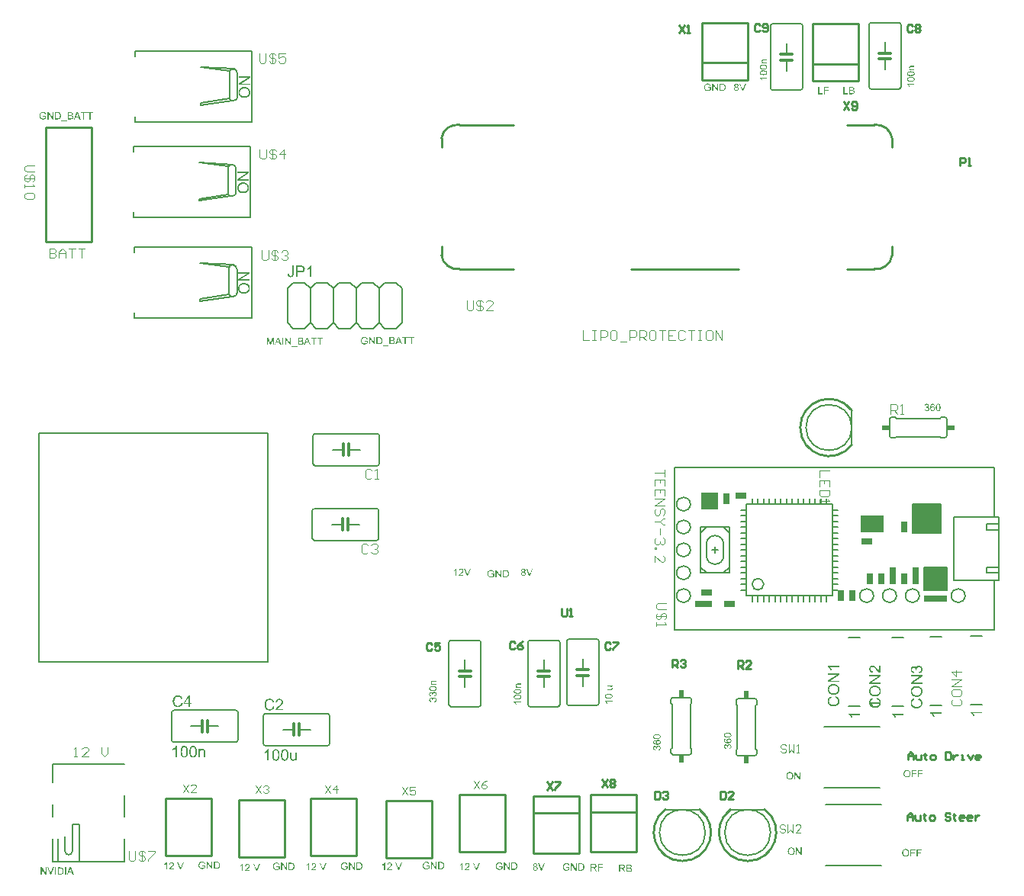
<source format=gto>
G04 Layer_Color=65535*
%FSLAX25Y25*%
%MOIN*%
G70*
G01*
G75*
%ADD13C,0.01000*%
%ADD15C,0.01200*%
%ADD33C,0.00600*%
%ADD34C,0.00800*%
%ADD35C,0.00500*%
%ADD36C,0.00340*%
%ADD37C,0.00425*%
%ADD38R,0.05000X0.02500*%
%ADD39R,0.02500X0.05000*%
%ADD40R,0.07500X0.07500*%
%ADD41R,0.07500X0.02500*%
%ADD42R,0.10000X0.07500*%
%ADD43R,0.02500X0.07500*%
%ADD44R,0.10000X0.02500*%
%ADD45R,0.10000X0.10000*%
%ADD46R,0.12500X0.12500*%
%ADD47R,0.02400X0.03400*%
%ADD48R,0.03400X0.02400*%
G36*
X446628Y302209D02*
X446192D01*
X444531Y304701D01*
Y302209D01*
X444127D01*
Y305385D01*
X444558D01*
X446224Y302888D01*
Y305385D01*
X446628D01*
Y302209D01*
D02*
G37*
G36*
X412069Y639321D02*
X412161Y639317D01*
X412253Y639307D01*
X412345Y639294D01*
X412423Y639280D01*
X412427D01*
X412436Y639275D01*
X412450D01*
X412468Y639266D01*
X412519Y639252D01*
X412583Y639229D01*
X412657Y639197D01*
X412735Y639156D01*
X412813Y639110D01*
X412886Y639050D01*
X412891Y639046D01*
X412895Y639041D01*
X412909Y639028D01*
X412927Y639014D01*
X412973Y638968D01*
X413028Y638904D01*
X413088Y638826D01*
X413153Y638734D01*
X413212Y638628D01*
X413263Y638509D01*
Y638504D01*
X413267Y638495D01*
X413276Y638477D01*
X413281Y638449D01*
X413295Y638417D01*
X413304Y638380D01*
X413313Y638339D01*
X413327Y638288D01*
X413341Y638238D01*
X413350Y638178D01*
X413373Y638050D01*
X413386Y637908D01*
X413391Y637751D01*
Y637747D01*
Y637738D01*
Y637715D01*
Y637692D01*
X413386Y637660D01*
Y637623D01*
X413382Y637536D01*
X413368Y637435D01*
X413354Y637329D01*
X413332Y637219D01*
X413304Y637109D01*
Y637104D01*
X413299Y637095D01*
X413295Y637081D01*
X413290Y637063D01*
X413272Y637012D01*
X413244Y636948D01*
X413217Y636875D01*
X413180Y636801D01*
X413134Y636723D01*
X413088Y636650D01*
X413084Y636641D01*
X413065Y636618D01*
X413038Y636586D01*
X413001Y636544D01*
X412960Y636498D01*
X412909Y636452D01*
X412859Y636402D01*
X412799Y636361D01*
X412790Y636356D01*
X412772Y636342D01*
X412739Y636324D01*
X412694Y636301D01*
X412638Y636273D01*
X412574Y636251D01*
X412501Y636223D01*
X412418Y636200D01*
X412409D01*
X412395Y636196D01*
X412381Y636191D01*
X412335Y636186D01*
X412271Y636177D01*
X412198Y636168D01*
X412111Y636159D01*
X412014Y636154D01*
X411909Y636150D01*
X410766D01*
Y639326D01*
X411987D01*
X412069Y639321D01*
D02*
G37*
G36*
X247022Y298912D02*
X247059D01*
X247146Y298903D01*
X247243Y298889D01*
X247344Y298866D01*
X247454Y298838D01*
X247559Y298802D01*
X247564D01*
X247573Y298797D01*
X247587Y298792D01*
X247605Y298783D01*
X247656Y298756D01*
X247720Y298724D01*
X247789Y298678D01*
X247862Y298623D01*
X247931Y298563D01*
X247995Y298489D01*
X248005Y298480D01*
X248023Y298453D01*
X248050Y298411D01*
X248087Y298352D01*
X248124Y298278D01*
X248165Y298186D01*
X248207Y298086D01*
X248239Y297971D01*
X247858Y297870D01*
Y297874D01*
X247853Y297879D01*
X247849Y297893D01*
X247844Y297911D01*
X247830Y297953D01*
X247812Y298007D01*
X247784Y298072D01*
X247752Y298131D01*
X247720Y298196D01*
X247679Y298251D01*
X247674Y298255D01*
X247660Y298274D01*
X247633Y298297D01*
X247601Y298329D01*
X247559Y298366D01*
X247504Y298402D01*
X247445Y298439D01*
X247376Y298471D01*
X247367Y298476D01*
X247344Y298485D01*
X247302Y298499D01*
X247247Y298517D01*
X247183Y298531D01*
X247110Y298545D01*
X247027Y298554D01*
X246940Y298558D01*
X246889D01*
X246866Y298554D01*
X246839D01*
X246770Y298549D01*
X246692Y298535D01*
X246605Y298522D01*
X246522Y298499D01*
X246439Y298466D01*
X246430Y298462D01*
X246403Y298453D01*
X246366Y298430D01*
X246320Y298407D01*
X246265Y298370D01*
X246205Y298333D01*
X246150Y298288D01*
X246100Y298237D01*
X246095Y298233D01*
X246077Y298214D01*
X246054Y298182D01*
X246026Y298145D01*
X245994Y298099D01*
X245962Y298044D01*
X245930Y297985D01*
X245898Y297920D01*
Y297916D01*
X245893Y297907D01*
X245889Y297893D01*
X245879Y297870D01*
X245870Y297842D01*
X245861Y297810D01*
X245847Y297774D01*
X245838Y297732D01*
X245815Y297636D01*
X245797Y297526D01*
X245783Y297411D01*
X245778Y297282D01*
Y297278D01*
Y297264D01*
Y297241D01*
X245783Y297214D01*
Y297177D01*
X245788Y297131D01*
X245792Y297085D01*
X245797Y297035D01*
X245815Y296920D01*
X245838Y296800D01*
X245875Y296681D01*
X245921Y296566D01*
Y296562D01*
X245930Y296552D01*
X245935Y296539D01*
X245948Y296520D01*
X245980Y296470D01*
X246031Y296406D01*
X246091Y296337D01*
X246164Y296268D01*
X246251Y296204D01*
X246348Y296144D01*
X246352D01*
X246361Y296139D01*
X246375Y296130D01*
X246398Y296121D01*
X246421Y296112D01*
X246453Y296103D01*
X246527Y296075D01*
X246618Y296052D01*
X246719Y296029D01*
X246830Y296011D01*
X246944Y296006D01*
X246990D01*
X247018Y296011D01*
X247045D01*
X247114Y296020D01*
X247197Y296029D01*
X247284Y296048D01*
X247380Y296075D01*
X247477Y296107D01*
X247481D01*
X247491Y296112D01*
X247500Y296116D01*
X247518Y296126D01*
X247569Y296149D01*
X247624Y296176D01*
X247688Y296208D01*
X247757Y296245D01*
X247821Y296286D01*
X247876Y296332D01*
Y296929D01*
X246940D01*
Y297305D01*
X248289D01*
Y296126D01*
X248285Y296121D01*
X248275Y296116D01*
X248257Y296103D01*
X248234Y296084D01*
X248207Y296066D01*
X248174Y296043D01*
X248133Y296016D01*
X248092Y295988D01*
X247995Y295928D01*
X247885Y295864D01*
X247771Y295804D01*
X247647Y295754D01*
X247642D01*
X247633Y295749D01*
X247615Y295745D01*
X247591Y295736D01*
X247559Y295726D01*
X247523Y295712D01*
X247481Y295703D01*
X247440Y295694D01*
X247339Y295671D01*
X247224Y295648D01*
X247100Y295635D01*
X246972Y295630D01*
X246926D01*
X246894Y295635D01*
X246852D01*
X246802Y295639D01*
X246747Y295648D01*
X246687Y295653D01*
X246554Y295680D01*
X246412Y295712D01*
X246265Y295763D01*
X246192Y295791D01*
X246118Y295827D01*
X246113Y295832D01*
X246100Y295836D01*
X246081Y295850D01*
X246054Y295864D01*
X246022Y295887D01*
X245990Y295910D01*
X245902Y295974D01*
X245811Y296057D01*
X245714Y296158D01*
X245622Y296272D01*
X245540Y296406D01*
Y296410D01*
X245531Y296424D01*
X245521Y296442D01*
X245508Y296475D01*
X245494Y296507D01*
X245480Y296552D01*
X245462Y296598D01*
X245443Y296654D01*
X245425Y296713D01*
X245407Y296782D01*
X245393Y296851D01*
X245379Y296924D01*
X245356Y297085D01*
X245347Y297255D01*
Y297259D01*
Y297278D01*
Y297301D01*
X245352Y297333D01*
Y297374D01*
X245356Y297425D01*
X245365Y297475D01*
X245370Y297535D01*
X245384Y297599D01*
X245393Y297668D01*
X245430Y297815D01*
X245476Y297966D01*
X245540Y298118D01*
X245544Y298122D01*
X245549Y298136D01*
X245558Y298154D01*
X245577Y298182D01*
X245595Y298219D01*
X245618Y298255D01*
X245682Y298343D01*
X245760Y298444D01*
X245856Y298540D01*
X245967Y298636D01*
X246031Y298678D01*
X246095Y298719D01*
X246100Y298724D01*
X246113Y298728D01*
X246132Y298737D01*
X246159Y298751D01*
X246196Y298765D01*
X246237Y298783D01*
X246283Y298802D01*
X246338Y298820D01*
X246398Y298838D01*
X246462Y298852D01*
X246531Y298870D01*
X246605Y298884D01*
X246765Y298907D01*
X246848Y298916D01*
X246995D01*
X247022Y298912D01*
D02*
G37*
G36*
X445995Y335185D02*
X445558D01*
X443897Y337677D01*
Y335185D01*
X443493D01*
Y338361D01*
X443924D01*
X445591Y335864D01*
Y338361D01*
X445995D01*
Y335185D01*
D02*
G37*
G36*
X442144Y305435D02*
X442185D01*
X442227Y305431D01*
X442282Y305422D01*
X442337Y305413D01*
X442456Y305389D01*
X442594Y305353D01*
X442727Y305298D01*
X442796Y305266D01*
X442865Y305229D01*
X442869Y305224D01*
X442878Y305220D01*
X442897Y305206D01*
X442924Y305192D01*
X442952Y305169D01*
X442988Y305142D01*
X443067Y305077D01*
X443149Y304995D01*
X443241Y304894D01*
X443328Y304774D01*
X443402Y304641D01*
Y304637D01*
X443411Y304623D01*
X443420Y304605D01*
X443429Y304577D01*
X443447Y304540D01*
X443461Y304499D01*
X443480Y304449D01*
X443498Y304394D01*
X443512Y304334D01*
X443530Y304270D01*
X443548Y304196D01*
X443562Y304123D01*
X443581Y303962D01*
X443590Y303788D01*
Y303783D01*
Y303765D01*
Y303742D01*
X443585Y303705D01*
Y303664D01*
X443581Y303613D01*
X443571Y303558D01*
X443567Y303499D01*
X443544Y303365D01*
X443507Y303219D01*
X443457Y303072D01*
X443429Y302998D01*
X443392Y302925D01*
Y302920D01*
X443383Y302906D01*
X443374Y302888D01*
X443356Y302860D01*
X443337Y302828D01*
X443314Y302796D01*
X443250Y302709D01*
X443172Y302617D01*
X443080Y302521D01*
X442970Y302429D01*
X442842Y302346D01*
X442837D01*
X442828Y302337D01*
X442805Y302328D01*
X442777Y302314D01*
X442745Y302301D01*
X442708Y302287D01*
X442663Y302268D01*
X442612Y302250D01*
X442557Y302232D01*
X442497Y302213D01*
X442364Y302186D01*
X442222Y302163D01*
X442070Y302154D01*
X442025D01*
X441997Y302158D01*
X441956D01*
X441910Y302167D01*
X441859Y302172D01*
X441800Y302181D01*
X441676Y302209D01*
X441543Y302245D01*
X441405Y302301D01*
X441336Y302333D01*
X441267Y302369D01*
X441263Y302374D01*
X441253Y302379D01*
X441235Y302392D01*
X441208Y302411D01*
X441180Y302429D01*
X441148Y302456D01*
X441070Y302525D01*
X440983Y302608D01*
X440891Y302709D01*
X440808Y302824D01*
X440730Y302957D01*
Y302961D01*
X440721Y302975D01*
X440712Y302994D01*
X440703Y303021D01*
X440689Y303058D01*
X440675Y303099D01*
X440657Y303145D01*
X440643Y303196D01*
X440625Y303255D01*
X440606Y303315D01*
X440579Y303453D01*
X440560Y303595D01*
X440551Y303751D01*
Y303755D01*
Y303760D01*
Y303788D01*
X440556Y303829D01*
Y303884D01*
X440565Y303948D01*
X440574Y304026D01*
X440588Y304114D01*
X440606Y304205D01*
X440625Y304302D01*
X440652Y304403D01*
X440689Y304504D01*
X440730Y304609D01*
X440776Y304710D01*
X440836Y304811D01*
X440900Y304903D01*
X440974Y304990D01*
X440978Y304995D01*
X440992Y305009D01*
X441019Y305031D01*
X441051Y305059D01*
X441093Y305096D01*
X441143Y305133D01*
X441203Y305174D01*
X441272Y305215D01*
X441345Y305256D01*
X441428Y305298D01*
X441520Y305334D01*
X441616Y305371D01*
X441722Y305399D01*
X441832Y305422D01*
X441947Y305435D01*
X442070Y305440D01*
X442112D01*
X442144Y305435D01*
D02*
G37*
G36*
X418150Y639331D02*
X418186Y639326D01*
X418227Y639322D01*
X418273Y639317D01*
X418319Y639304D01*
X418430Y639276D01*
X418540Y639235D01*
X418595Y639207D01*
X418650Y639175D01*
X418700Y639134D01*
X418751Y639092D01*
X418755Y639088D01*
X418760Y639083D01*
X418774Y639070D01*
X418792Y639051D01*
X418811Y639024D01*
X418833Y638996D01*
X418879Y638927D01*
X418925Y638840D01*
X418966Y638739D01*
X418999Y638624D01*
X419003Y638565D01*
X419008Y638500D01*
Y638496D01*
Y638491D01*
Y638464D01*
X419003Y638422D01*
X418994Y638372D01*
X418980Y638308D01*
X418957Y638243D01*
X418930Y638179D01*
X418889Y638115D01*
X418884Y638106D01*
X418865Y638087D01*
X418838Y638060D01*
X418801Y638023D01*
X418751Y637982D01*
X418691Y637940D01*
X418622Y637899D01*
X418540Y637862D01*
X418544D01*
X418553Y637858D01*
X418567Y637853D01*
X418585Y637844D01*
X418641Y637821D01*
X418705Y637789D01*
X418774Y637743D01*
X418847Y637692D01*
X418916Y637628D01*
X418980Y637555D01*
Y637550D01*
X418985Y637546D01*
X419003Y637518D01*
X419031Y637472D01*
X419058Y637413D01*
X419086Y637339D01*
X419113Y637252D01*
X419132Y637155D01*
X419136Y637050D01*
Y637045D01*
Y637032D01*
Y637009D01*
X419132Y636981D01*
X419127Y636949D01*
X419123Y636908D01*
X419113Y636862D01*
X419100Y636811D01*
X419067Y636706D01*
X419044Y636646D01*
X419012Y636591D01*
X418980Y636531D01*
X418944Y636476D01*
X418898Y636421D01*
X418847Y636366D01*
X418843Y636361D01*
X418833Y636352D01*
X418820Y636339D01*
X418797Y636325D01*
X418765Y636302D01*
X418732Y636279D01*
X418691Y636256D01*
X418645Y636228D01*
X418595Y636201D01*
X418535Y636178D01*
X418471Y636155D01*
X418406Y636132D01*
X418333Y636118D01*
X418255Y636104D01*
X418177Y636095D01*
X418090Y636091D01*
X418044D01*
X418012Y636095D01*
X417971Y636100D01*
X417925Y636104D01*
X417874Y636114D01*
X417819Y636127D01*
X417695Y636159D01*
X417631Y636182D01*
X417571Y636205D01*
X417507Y636237D01*
X417443Y636274D01*
X417383Y636315D01*
X417328Y636366D01*
X417323Y636371D01*
X417314Y636380D01*
X417300Y636393D01*
X417282Y636416D01*
X417264Y636444D01*
X417236Y636476D01*
X417213Y636513D01*
X417186Y636559D01*
X417158Y636605D01*
X417135Y636660D01*
X417089Y636774D01*
X417071Y636843D01*
X417057Y636912D01*
X417048Y636986D01*
X417043Y637059D01*
Y637064D01*
Y637073D01*
Y637091D01*
X417048Y637110D01*
Y637137D01*
X417053Y637169D01*
X417062Y637243D01*
X417080Y637325D01*
X417108Y637408D01*
X417149Y637495D01*
X417199Y637578D01*
Y637582D01*
X417209Y637587D01*
X417227Y637610D01*
X417264Y637647D01*
X417314Y637692D01*
X417378Y637738D01*
X417456Y637789D01*
X417544Y637830D01*
X417649Y637862D01*
X417645D01*
X417640Y637867D01*
X417626Y637872D01*
X417608Y637881D01*
X417567Y637899D01*
X417512Y637927D01*
X417452Y637963D01*
X417392Y638009D01*
X417337Y638060D01*
X417287Y638115D01*
X417282Y638124D01*
X417268Y638142D01*
X417250Y638179D01*
X417232Y638225D01*
X417209Y638285D01*
X417190Y638353D01*
X417176Y638432D01*
X417172Y638514D01*
Y638519D01*
Y638528D01*
Y638546D01*
X417176Y638574D01*
X417181Y638601D01*
X417186Y638638D01*
X417204Y638716D01*
X417232Y638808D01*
X417277Y638904D01*
X417305Y638955D01*
X417337Y639005D01*
X417378Y639051D01*
X417420Y639097D01*
X417424Y639102D01*
X417434Y639106D01*
X417447Y639120D01*
X417466Y639134D01*
X417488Y639152D01*
X417521Y639171D01*
X417557Y639193D01*
X417594Y639216D01*
X417640Y639239D01*
X417691Y639262D01*
X417746Y639281D01*
X417805Y639299D01*
X417934Y639326D01*
X418007Y639331D01*
X418081Y639336D01*
X418122D01*
X418150Y639331D01*
D02*
G37*
G36*
X421018Y636146D02*
X420578D01*
X419347Y639322D01*
X419806D01*
X420633Y637013D01*
Y637009D01*
X420637Y636999D01*
X420642Y636986D01*
X420651Y636967D01*
X420656Y636940D01*
X420665Y636912D01*
X420688Y636843D01*
X420715Y636765D01*
X420743Y636678D01*
X420798Y636494D01*
Y636499D01*
X420802Y636508D01*
X420807Y636522D01*
X420812Y636540D01*
X420825Y636591D01*
X420848Y636660D01*
X420871Y636738D01*
X420899Y636825D01*
X420931Y636917D01*
X420968Y637013D01*
X421831Y639322D01*
X422258D01*
X421018Y636146D01*
D02*
G37*
G36*
X405675Y639376D02*
X405712D01*
X405799Y639367D01*
X405896Y639353D01*
X405997Y639330D01*
X406107Y639303D01*
X406212Y639266D01*
X406217D01*
X406226Y639262D01*
X406240Y639257D01*
X406258Y639248D01*
X406309Y639220D01*
X406373Y639188D01*
X406442Y639142D01*
X406515Y639087D01*
X406584Y639028D01*
X406648Y638954D01*
X406658Y638945D01*
X406676Y638917D01*
X406704Y638876D01*
X406740Y638816D01*
X406777Y638743D01*
X406818Y638651D01*
X406860Y638550D01*
X406892Y638435D01*
X406511Y638334D01*
Y638339D01*
X406506Y638344D01*
X406501Y638357D01*
X406497Y638376D01*
X406483Y638417D01*
X406465Y638472D01*
X406437Y638536D01*
X406405Y638596D01*
X406373Y638660D01*
X406332Y638715D01*
X406327Y638720D01*
X406313Y638738D01*
X406286Y638761D01*
X406254Y638793D01*
X406212Y638830D01*
X406157Y638867D01*
X406098Y638904D01*
X406029Y638936D01*
X406020Y638940D01*
X405997Y638949D01*
X405955Y638963D01*
X405900Y638982D01*
X405836Y638995D01*
X405763Y639009D01*
X405680Y639018D01*
X405593Y639023D01*
X405542D01*
X405519Y639018D01*
X405492D01*
X405423Y639014D01*
X405345Y639000D01*
X405258Y638986D01*
X405175Y638963D01*
X405092Y638931D01*
X405083Y638927D01*
X405056Y638917D01*
X405019Y638894D01*
X404973Y638871D01*
X404918Y638835D01*
X404858Y638798D01*
X404803Y638752D01*
X404753Y638702D01*
X404748Y638697D01*
X404730Y638679D01*
X404707Y638647D01*
X404679Y638610D01*
X404647Y638564D01*
X404615Y638509D01*
X404583Y638449D01*
X404551Y638385D01*
Y638380D01*
X404546Y638371D01*
X404542Y638357D01*
X404532Y638334D01*
X404523Y638307D01*
X404514Y638275D01*
X404500Y638238D01*
X404491Y638197D01*
X404468Y638100D01*
X404450Y637990D01*
X404436Y637875D01*
X404431Y637747D01*
Y637742D01*
Y637729D01*
Y637706D01*
X404436Y637678D01*
Y637641D01*
X404441Y637595D01*
X404445Y637549D01*
X404450Y637499D01*
X404468Y637384D01*
X404491Y637265D01*
X404528Y637146D01*
X404574Y637031D01*
Y637026D01*
X404583Y637017D01*
X404588Y637003D01*
X404601Y636985D01*
X404633Y636935D01*
X404684Y636870D01*
X404744Y636801D01*
X404817Y636732D01*
X404904Y636668D01*
X405001Y636609D01*
X405005D01*
X405014Y636604D01*
X405028Y636595D01*
X405051Y636586D01*
X405074Y636577D01*
X405106Y636567D01*
X405180Y636540D01*
X405271Y636517D01*
X405372Y636494D01*
X405483Y636476D01*
X405597Y636471D01*
X405643D01*
X405671Y636476D01*
X405698D01*
X405767Y636485D01*
X405850Y636494D01*
X405937Y636512D01*
X406033Y636540D01*
X406130Y636572D01*
X406134D01*
X406144Y636577D01*
X406153Y636581D01*
X406171Y636590D01*
X406221Y636613D01*
X406277Y636641D01*
X406341Y636673D01*
X406410Y636710D01*
X406474Y636751D01*
X406529Y636797D01*
Y637394D01*
X405593D01*
Y637770D01*
X406942D01*
Y636590D01*
X406938Y636586D01*
X406928Y636581D01*
X406910Y636567D01*
X406887Y636549D01*
X406860Y636531D01*
X406827Y636508D01*
X406786Y636480D01*
X406745Y636452D01*
X406648Y636393D01*
X406538Y636329D01*
X406424Y636269D01*
X406300Y636219D01*
X406295D01*
X406286Y636214D01*
X406267Y636209D01*
X406245Y636200D01*
X406212Y636191D01*
X406176Y636177D01*
X406134Y636168D01*
X406093Y636159D01*
X405992Y636136D01*
X405877Y636113D01*
X405753Y636099D01*
X405625Y636095D01*
X405579D01*
X405547Y636099D01*
X405506D01*
X405455Y636104D01*
X405400Y636113D01*
X405340Y636118D01*
X405207Y636145D01*
X405065Y636177D01*
X404918Y636228D01*
X404845Y636255D01*
X404771Y636292D01*
X404767Y636297D01*
X404753Y636301D01*
X404734Y636315D01*
X404707Y636329D01*
X404675Y636352D01*
X404643Y636375D01*
X404555Y636439D01*
X404464Y636521D01*
X404367Y636622D01*
X404275Y636737D01*
X404193Y636870D01*
Y636875D01*
X404184Y636889D01*
X404174Y636907D01*
X404161Y636939D01*
X404147Y636971D01*
X404133Y637017D01*
X404115Y637063D01*
X404096Y637118D01*
X404078Y637178D01*
X404060Y637247D01*
X404046Y637316D01*
X404032Y637389D01*
X404009Y637549D01*
X404000Y637719D01*
Y637724D01*
Y637742D01*
Y637765D01*
X404005Y637797D01*
Y637839D01*
X404009Y637889D01*
X404018Y637940D01*
X404023Y637999D01*
X404037Y638064D01*
X404046Y638132D01*
X404083Y638279D01*
X404129Y638431D01*
X404193Y638582D01*
X404197Y638587D01*
X404202Y638601D01*
X404211Y638619D01*
X404229Y638647D01*
X404248Y638683D01*
X404271Y638720D01*
X404335Y638807D01*
X404413Y638908D01*
X404509Y639005D01*
X404620Y639101D01*
X404684Y639142D01*
X404748Y639184D01*
X404753Y639188D01*
X404767Y639193D01*
X404785Y639202D01*
X404812Y639216D01*
X404849Y639229D01*
X404890Y639248D01*
X404936Y639266D01*
X404991Y639285D01*
X405051Y639303D01*
X405115Y639317D01*
X405184Y639335D01*
X405258Y639349D01*
X405418Y639372D01*
X405501Y639381D01*
X405648D01*
X405675Y639376D01*
D02*
G37*
G36*
X251406Y295685D02*
X250970D01*
X249308Y298177D01*
Y295685D01*
X248904D01*
Y298861D01*
X249336D01*
X251002Y296364D01*
Y298861D01*
X251406D01*
Y295685D01*
D02*
G37*
G36*
X410059Y636150D02*
X409623D01*
X407961Y638642D01*
Y636150D01*
X407557D01*
Y639326D01*
X407989D01*
X409655Y636829D01*
Y639326D01*
X410059D01*
Y636150D01*
D02*
G37*
G36*
X321047Y298857D02*
X321139Y298852D01*
X321231Y298843D01*
X321323Y298829D01*
X321401Y298815D01*
X321405D01*
X321414Y298811D01*
X321428D01*
X321446Y298802D01*
X321497Y298788D01*
X321561Y298765D01*
X321635Y298733D01*
X321713Y298691D01*
X321791Y298646D01*
X321864Y298586D01*
X321869Y298581D01*
X321873Y298577D01*
X321887Y298563D01*
X321905Y298549D01*
X321952Y298503D01*
X322007Y298439D01*
X322066Y298361D01*
X322130Y298269D01*
X322190Y298164D01*
X322241Y298044D01*
Y298040D01*
X322245Y298030D01*
X322254Y298012D01*
X322259Y297985D01*
X322273Y297953D01*
X322282Y297916D01*
X322291Y297874D01*
X322305Y297824D01*
X322319Y297774D01*
X322328Y297714D01*
X322351Y297585D01*
X322365Y297443D01*
X322369Y297287D01*
Y297282D01*
Y297273D01*
Y297250D01*
Y297227D01*
X322365Y297195D01*
Y297158D01*
X322360Y297071D01*
X322346Y296970D01*
X322332Y296865D01*
X322309Y296755D01*
X322282Y296644D01*
Y296640D01*
X322277Y296631D01*
X322273Y296617D01*
X322268Y296598D01*
X322250Y296548D01*
X322222Y296484D01*
X322195Y296410D01*
X322158Y296337D01*
X322112Y296259D01*
X322066Y296185D01*
X322062Y296176D01*
X322043Y296153D01*
X322016Y296121D01*
X321979Y296080D01*
X321938Y296034D01*
X321887Y295988D01*
X321837Y295937D01*
X321777Y295896D01*
X321768Y295892D01*
X321749Y295878D01*
X321717Y295859D01*
X321672Y295836D01*
X321616Y295809D01*
X321552Y295786D01*
X321479Y295758D01*
X321396Y295736D01*
X321387D01*
X321373Y295731D01*
X321359Y295726D01*
X321313Y295722D01*
X321249Y295712D01*
X321176Y295703D01*
X321089Y295694D01*
X320992Y295690D01*
X320887Y295685D01*
X319744D01*
Y298861D01*
X320965D01*
X321047Y298857D01*
D02*
G37*
G36*
X368416Y297916D02*
X368457D01*
X368553Y297911D01*
X368654Y297897D01*
X368764Y297884D01*
X368865Y297861D01*
X368916Y297847D01*
X368957Y297833D01*
X368962D01*
X368966Y297829D01*
X368994Y297815D01*
X369035Y297796D01*
X369086Y297764D01*
X369141Y297723D01*
X369200Y297668D01*
X369256Y297604D01*
X369311Y297530D01*
Y297526D01*
X369315Y297521D01*
X369334Y297494D01*
X369352Y297448D01*
X369379Y297388D01*
X369403Y297319D01*
X369425Y297236D01*
X369439Y297149D01*
X369444Y297053D01*
Y297048D01*
Y297039D01*
Y297021D01*
X369439Y296998D01*
Y296966D01*
X369435Y296934D01*
X369416Y296855D01*
X369389Y296764D01*
X369352Y296667D01*
X369297Y296571D01*
X369260Y296525D01*
X369223Y296479D01*
X369219Y296475D01*
X369214Y296470D01*
X369200Y296456D01*
X369182Y296442D01*
X369159Y296424D01*
X369132Y296406D01*
X369095Y296383D01*
X369058Y296355D01*
X369012Y296332D01*
X368962Y296309D01*
X368907Y296282D01*
X368847Y296259D01*
X368778Y296240D01*
X368709Y296217D01*
X368631Y296204D01*
X368549Y296190D01*
X368558Y296185D01*
X368576Y296176D01*
X368604Y296158D01*
X368640Y296139D01*
X368723Y296089D01*
X368764Y296057D01*
X368801Y296029D01*
X368810Y296020D01*
X368833Y295997D01*
X368870Y295960D01*
X368916Y295915D01*
X368966Y295850D01*
X369026Y295781D01*
X369086Y295699D01*
X369150Y295607D01*
X369696Y294744D01*
X369173D01*
X368755Y295405D01*
Y295410D01*
X368746Y295419D01*
X368737Y295433D01*
X368723Y295451D01*
X368691Y295501D01*
X368650Y295566D01*
X368599Y295635D01*
X368549Y295708D01*
X368498Y295777D01*
X368452Y295841D01*
X368448Y295846D01*
X368434Y295864D01*
X368411Y295892D01*
X368379Y295924D01*
X368310Y295993D01*
X368273Y296025D01*
X368237Y296052D01*
X368232Y296057D01*
X368223Y296061D01*
X368204Y296071D01*
X368177Y296084D01*
X368149Y296098D01*
X368117Y296112D01*
X368044Y296135D01*
X368039D01*
X368030Y296139D01*
X368012D01*
X367989Y296144D01*
X367957Y296149D01*
X367920D01*
X367869Y296153D01*
X367328D01*
Y294744D01*
X366905D01*
Y297920D01*
X368379D01*
X368416Y297916D01*
D02*
G37*
G36*
X359811Y297835D02*
X358085D01*
Y296853D01*
X359577D01*
Y296477D01*
X358085D01*
Y295035D01*
X357663D01*
Y298212D01*
X359811D01*
Y297835D01*
D02*
G37*
G36*
X343947Y298550D02*
X343984D01*
X344071Y298540D01*
X344167Y298527D01*
X344268Y298504D01*
X344378Y298476D01*
X344484Y298439D01*
X344489D01*
X344498Y298435D01*
X344512Y298430D01*
X344530Y298421D01*
X344580Y298394D01*
X344645Y298361D01*
X344713Y298316D01*
X344787Y298260D01*
X344856Y298201D01*
X344920Y298127D01*
X344929Y298118D01*
X344948Y298091D01*
X344975Y298049D01*
X345012Y297990D01*
X345049Y297916D01*
X345090Y297824D01*
X345131Y297723D01*
X345163Y297609D01*
X344782Y297508D01*
Y297512D01*
X344778Y297517D01*
X344773Y297531D01*
X344769Y297549D01*
X344755Y297590D01*
X344737Y297645D01*
X344709Y297710D01*
X344677Y297769D01*
X344645Y297834D01*
X344603Y297889D01*
X344599Y297893D01*
X344585Y297912D01*
X344557Y297935D01*
X344525Y297967D01*
X344484Y298003D01*
X344429Y298040D01*
X344369Y298077D01*
X344300Y298109D01*
X344291Y298113D01*
X344268Y298123D01*
X344227Y298136D01*
X344172Y298155D01*
X344108Y298169D01*
X344034Y298182D01*
X343952Y298192D01*
X343864Y298196D01*
X343814D01*
X343791Y298192D01*
X343763D01*
X343694Y298187D01*
X343617Y298173D01*
X343529Y298160D01*
X343447Y298136D01*
X343364Y298104D01*
X343355Y298100D01*
X343327Y298091D01*
X343291Y298068D01*
X343245Y298045D01*
X343190Y298008D01*
X343130Y297971D01*
X343075Y297925D01*
X343024Y297875D01*
X343020Y297870D01*
X343002Y297852D01*
X342979Y297820D01*
X342951Y297783D01*
X342919Y297737D01*
X342887Y297682D01*
X342855Y297622D01*
X342822Y297558D01*
Y297554D01*
X342818Y297544D01*
X342813Y297531D01*
X342804Y297508D01*
X342795Y297480D01*
X342786Y297448D01*
X342772Y297411D01*
X342763Y297370D01*
X342740Y297274D01*
X342722Y297163D01*
X342708Y297049D01*
X342703Y296920D01*
Y296916D01*
Y296902D01*
Y296879D01*
X342708Y296851D01*
Y296815D01*
X342712Y296769D01*
X342717Y296723D01*
X342722Y296672D01*
X342740Y296557D01*
X342763Y296438D01*
X342799Y296319D01*
X342845Y296204D01*
Y296199D01*
X342855Y296190D01*
X342859Y296177D01*
X342873Y296158D01*
X342905Y296108D01*
X342956Y296043D01*
X343015Y295975D01*
X343089Y295906D01*
X343176Y295842D01*
X343272Y295782D01*
X343277D01*
X343286Y295777D01*
X343300Y295768D01*
X343323Y295759D01*
X343346Y295750D01*
X343378Y295741D01*
X343451Y295713D01*
X343543Y295690D01*
X343644Y295667D01*
X343754Y295649D01*
X343869Y295644D01*
X343915D01*
X343942Y295649D01*
X343970D01*
X344039Y295658D01*
X344121Y295667D01*
X344209Y295685D01*
X344305Y295713D01*
X344401Y295745D01*
X344406D01*
X344415Y295750D01*
X344424Y295754D01*
X344443Y295763D01*
X344493Y295786D01*
X344548Y295814D01*
X344613Y295846D01*
X344681Y295883D01*
X344746Y295924D01*
X344801Y295970D01*
Y296567D01*
X343864D01*
Y296943D01*
X345214D01*
Y295763D01*
X345209Y295759D01*
X345200Y295754D01*
X345182Y295741D01*
X345159Y295722D01*
X345131Y295704D01*
X345099Y295681D01*
X345058Y295653D01*
X345017Y295626D01*
X344920Y295566D01*
X344810Y295502D01*
X344695Y295442D01*
X344571Y295392D01*
X344567D01*
X344557Y295387D01*
X344539Y295382D01*
X344516Y295373D01*
X344484Y295364D01*
X344447Y295350D01*
X344406Y295341D01*
X344365Y295332D01*
X344264Y295309D01*
X344149Y295286D01*
X344025Y295272D01*
X343897Y295268D01*
X343851D01*
X343818Y295272D01*
X343777D01*
X343727Y295277D01*
X343672Y295286D01*
X343612Y295291D01*
X343479Y295318D01*
X343337Y295350D01*
X343190Y295401D01*
X343116Y295428D01*
X343043Y295465D01*
X343038Y295470D01*
X343024Y295474D01*
X343006Y295488D01*
X342979Y295502D01*
X342946Y295525D01*
X342914Y295548D01*
X342827Y295612D01*
X342735Y295695D01*
X342639Y295796D01*
X342547Y295910D01*
X342464Y296043D01*
Y296048D01*
X342455Y296062D01*
X342446Y296080D01*
X342432Y296112D01*
X342419Y296144D01*
X342405Y296190D01*
X342386Y296236D01*
X342368Y296291D01*
X342350Y296351D01*
X342331Y296420D01*
X342318Y296489D01*
X342304Y296562D01*
X342281Y296723D01*
X342272Y296893D01*
Y296897D01*
Y296916D01*
Y296938D01*
X342276Y296971D01*
Y297012D01*
X342281Y297062D01*
X342290Y297113D01*
X342295Y297173D01*
X342308Y297237D01*
X342318Y297306D01*
X342354Y297453D01*
X342400Y297604D01*
X342464Y297756D01*
X342469Y297760D01*
X342474Y297774D01*
X342483Y297792D01*
X342501Y297820D01*
X342519Y297856D01*
X342543Y297893D01*
X342607Y297980D01*
X342685Y298081D01*
X342781Y298178D01*
X342891Y298274D01*
X342956Y298316D01*
X343020Y298357D01*
X343024Y298361D01*
X343038Y298366D01*
X343057Y298375D01*
X343084Y298389D01*
X343121Y298403D01*
X343162Y298421D01*
X343208Y298439D01*
X343263Y298458D01*
X343323Y298476D01*
X343387Y298490D01*
X343456Y298508D01*
X343529Y298522D01*
X343690Y298545D01*
X343773Y298554D01*
X343919D01*
X343947Y298550D01*
D02*
G37*
G36*
X355955Y298207D02*
X355996D01*
X356093Y298202D01*
X356194Y298189D01*
X356304Y298175D01*
X356405Y298152D01*
X356455Y298138D01*
X356497Y298125D01*
X356501D01*
X356506Y298120D01*
X356533Y298106D01*
X356575Y298088D01*
X356625Y298056D01*
X356680Y298014D01*
X356740Y297959D01*
X356795Y297895D01*
X356850Y297821D01*
Y297817D01*
X356855Y297812D01*
X356873Y297785D01*
X356891Y297739D01*
X356919Y297679D01*
X356942Y297610D01*
X356965Y297528D01*
X356979Y297441D01*
X356983Y297344D01*
Y297340D01*
Y297330D01*
Y297312D01*
X356979Y297289D01*
Y297257D01*
X356974Y297225D01*
X356956Y297147D01*
X356928Y297055D01*
X356891Y296959D01*
X356836Y296862D01*
X356800Y296816D01*
X356763Y296770D01*
X356758Y296766D01*
X356754Y296761D01*
X356740Y296747D01*
X356721Y296734D01*
X356699Y296715D01*
X356671Y296697D01*
X356634Y296674D01*
X356598Y296646D01*
X356552Y296624D01*
X356501Y296601D01*
X356446Y296573D01*
X356386Y296550D01*
X356318Y296532D01*
X356249Y296509D01*
X356171Y296495D01*
X356088Y296481D01*
X356097Y296477D01*
X356116Y296467D01*
X356143Y296449D01*
X356180Y296431D01*
X356262Y296380D01*
X356304Y296348D01*
X356341Y296321D01*
X356350Y296311D01*
X356373Y296288D01*
X356409Y296252D01*
X356455Y296206D01*
X356506Y296142D01*
X356565Y296073D01*
X356625Y295990D01*
X356689Y295898D01*
X357236Y295035D01*
X356712D01*
X356295Y295696D01*
Y295701D01*
X356286Y295710D01*
X356276Y295724D01*
X356262Y295742D01*
X356230Y295793D01*
X356189Y295857D01*
X356139Y295926D01*
X356088Y295999D01*
X356038Y296068D01*
X355992Y296132D01*
X355987Y296137D01*
X355973Y296155D01*
X355950Y296183D01*
X355918Y296215D01*
X355849Y296284D01*
X355813Y296316D01*
X355776Y296344D01*
X355771Y296348D01*
X355762Y296353D01*
X355744Y296362D01*
X355716Y296376D01*
X355689Y296390D01*
X355657Y296403D01*
X355583Y296426D01*
X355579D01*
X355569Y296431D01*
X355551D01*
X355528Y296435D01*
X355496Y296440D01*
X355459D01*
X355409Y296445D01*
X354867D01*
Y295035D01*
X354445D01*
Y298212D01*
X355918D01*
X355955Y298207D01*
D02*
G37*
G36*
X441510Y338412D02*
X441551D01*
X441593Y338407D01*
X441648Y338398D01*
X441703Y338389D01*
X441822Y338366D01*
X441960Y338329D01*
X442093Y338274D01*
X442162Y338242D01*
X442231Y338205D01*
X442235Y338201D01*
X442244Y338196D01*
X442263Y338182D01*
X442290Y338169D01*
X442318Y338146D01*
X442355Y338118D01*
X442433Y338054D01*
X442515Y337971D01*
X442607Y337870D01*
X442694Y337751D01*
X442768Y337618D01*
Y337613D01*
X442777Y337599D01*
X442786Y337581D01*
X442795Y337554D01*
X442814Y337517D01*
X442827Y337475D01*
X442846Y337425D01*
X442864Y337370D01*
X442878Y337310D01*
X442896Y337246D01*
X442915Y337173D01*
X442928Y337099D01*
X442947Y336938D01*
X442956Y336764D01*
Y336759D01*
Y336741D01*
Y336718D01*
X442951Y336681D01*
Y336640D01*
X442947Y336590D01*
X442938Y336535D01*
X442933Y336475D01*
X442910Y336342D01*
X442873Y336195D01*
X442823Y336048D01*
X442795Y335975D01*
X442759Y335901D01*
Y335896D01*
X442749Y335883D01*
X442740Y335864D01*
X442722Y335837D01*
X442703Y335805D01*
X442681Y335773D01*
X442616Y335685D01*
X442538Y335594D01*
X442446Y335497D01*
X442336Y335405D01*
X442208Y335323D01*
X442203D01*
X442194Y335314D01*
X442171Y335304D01*
X442143Y335291D01*
X442111Y335277D01*
X442075Y335263D01*
X442029Y335245D01*
X441978Y335226D01*
X441923Y335208D01*
X441863Y335190D01*
X441730Y335162D01*
X441588Y335139D01*
X441437Y335130D01*
X441391D01*
X441363Y335135D01*
X441322D01*
X441276Y335144D01*
X441225Y335148D01*
X441166Y335157D01*
X441042Y335185D01*
X440909Y335222D01*
X440771Y335277D01*
X440702Y335309D01*
X440633Y335346D01*
X440629Y335350D01*
X440620Y335355D01*
X440601Y335369D01*
X440574Y335387D01*
X440546Y335405D01*
X440514Y335433D01*
X440436Y335502D01*
X440349Y335584D01*
X440257Y335685D01*
X440174Y335800D01*
X440096Y335933D01*
Y335938D01*
X440087Y335952D01*
X440078Y335970D01*
X440069Y335998D01*
X440055Y336034D01*
X440041Y336075D01*
X440023Y336121D01*
X440009Y336172D01*
X439991Y336232D01*
X439972Y336291D01*
X439945Y336429D01*
X439926Y336571D01*
X439917Y336727D01*
Y336732D01*
Y336736D01*
Y336764D01*
X439922Y336805D01*
Y336860D01*
X439931Y336925D01*
X439940Y337003D01*
X439954Y337090D01*
X439972Y337182D01*
X439991Y337278D01*
X440018Y337379D01*
X440055Y337480D01*
X440096Y337586D01*
X440142Y337687D01*
X440202Y337788D01*
X440266Y337879D01*
X440340Y337967D01*
X440344Y337971D01*
X440358Y337985D01*
X440385Y338008D01*
X440418Y338035D01*
X440459Y338072D01*
X440509Y338109D01*
X440569Y338150D01*
X440638Y338192D01*
X440711Y338233D01*
X440794Y338274D01*
X440886Y338311D01*
X440982Y338348D01*
X441088Y338375D01*
X441198Y338398D01*
X441313Y338412D01*
X441437Y338416D01*
X441478D01*
X441510Y338412D01*
D02*
G37*
G36*
X289134Y299102D02*
X289226Y299097D01*
X289318Y299088D01*
X289410Y299074D01*
X289488Y299060D01*
X289492D01*
X289501Y299056D01*
X289515D01*
X289534Y299047D01*
X289584Y299033D01*
X289648Y299010D01*
X289722Y298978D01*
X289800Y298937D01*
X289878Y298890D01*
X289951Y298831D01*
X289956Y298826D01*
X289960Y298822D01*
X289974Y298808D01*
X289992Y298794D01*
X290038Y298748D01*
X290093Y298684D01*
X290153Y298606D01*
X290217Y298514D01*
X290277Y298409D01*
X290328Y298289D01*
Y298285D01*
X290332Y298275D01*
X290341Y298257D01*
X290346Y298230D01*
X290360Y298198D01*
X290369Y298161D01*
X290378Y298119D01*
X290392Y298069D01*
X290406Y298018D01*
X290415Y297959D01*
X290438Y297830D01*
X290452Y297688D01*
X290456Y297532D01*
Y297527D01*
Y297518D01*
Y297495D01*
Y297472D01*
X290452Y297440D01*
Y297403D01*
X290447Y297316D01*
X290433Y297215D01*
X290419Y297110D01*
X290396Y297000D01*
X290369Y296889D01*
Y296885D01*
X290364Y296876D01*
X290360Y296862D01*
X290355Y296843D01*
X290337Y296793D01*
X290309Y296729D01*
X290282Y296655D01*
X290245Y296582D01*
X290199Y296504D01*
X290153Y296430D01*
X290149Y296421D01*
X290130Y296398D01*
X290103Y296366D01*
X290066Y296325D01*
X290025Y296279D01*
X289974Y296233D01*
X289924Y296182D01*
X289864Y296141D01*
X289855Y296136D01*
X289837Y296123D01*
X289804Y296104D01*
X289758Y296081D01*
X289703Y296054D01*
X289639Y296031D01*
X289566Y296003D01*
X289483Y295981D01*
X289474D01*
X289460Y295976D01*
X289446Y295971D01*
X289400Y295967D01*
X289336Y295957D01*
X289263Y295948D01*
X289176Y295939D01*
X289079Y295935D01*
X288974Y295930D01*
X287831D01*
Y299106D01*
X289052D01*
X289134Y299102D01*
D02*
G37*
G36*
X287124Y295930D02*
X286688D01*
X285026Y298422D01*
Y295930D01*
X284622D01*
Y299106D01*
X285054D01*
X286720Y296609D01*
Y299106D01*
X287124D01*
Y295930D01*
D02*
G37*
G36*
X371367Y297916D02*
X371404D01*
X371486Y297907D01*
X371578Y297897D01*
X371674Y297879D01*
X371771Y297856D01*
X371858Y297824D01*
X371863D01*
X371867Y297819D01*
X371895Y297806D01*
X371936Y297783D01*
X371982Y297750D01*
X372037Y297709D01*
X372097Y297659D01*
X372152Y297594D01*
X372202Y297526D01*
X372207Y297516D01*
X372221Y297489D01*
X372244Y297452D01*
X372267Y297397D01*
X372290Y297333D01*
X372312Y297264D01*
X372326Y297186D01*
X372331Y297108D01*
Y297099D01*
Y297076D01*
X372326Y297035D01*
X372317Y296984D01*
X372303Y296924D01*
X372280Y296860D01*
X372253Y296796D01*
X372216Y296727D01*
X372212Y296718D01*
X372198Y296699D01*
X372170Y296663D01*
X372133Y296626D01*
X372088Y296580D01*
X372032Y296530D01*
X371964Y296484D01*
X371886Y296438D01*
X371890D01*
X371899Y296433D01*
X371913Y296429D01*
X371932Y296419D01*
X371987Y296401D01*
X372051Y296369D01*
X372120Y296328D01*
X372198Y296277D01*
X372267Y296217D01*
X372331Y296144D01*
X372336Y296135D01*
X372354Y296107D01*
X372381Y296066D01*
X372409Y296011D01*
X372436Y295937D01*
X372464Y295860D01*
X372482Y295768D01*
X372487Y295667D01*
Y295662D01*
Y295657D01*
Y295630D01*
X372482Y295584D01*
X372473Y295529D01*
X372464Y295465D01*
X372446Y295396D01*
X372423Y295322D01*
X372391Y295249D01*
X372386Y295240D01*
X372372Y295217D01*
X372354Y295185D01*
X372326Y295139D01*
X372290Y295093D01*
X372253Y295042D01*
X372207Y294992D01*
X372157Y294951D01*
X372152Y294946D01*
X372133Y294932D01*
X372101Y294914D01*
X372060Y294896D01*
X372010Y294868D01*
X371950Y294841D01*
X371886Y294817D01*
X371808Y294795D01*
X371798D01*
X371771Y294785D01*
X371725Y294781D01*
X371665Y294772D01*
X371592Y294762D01*
X371505Y294753D01*
X371408Y294749D01*
X371298Y294744D01*
X370086D01*
Y297920D01*
X371335D01*
X371367Y297916D01*
D02*
G37*
G36*
X282740Y299157D02*
X282777D01*
X282864Y299148D01*
X282961Y299134D01*
X283062Y299111D01*
X283172Y299083D01*
X283277Y299047D01*
X283282D01*
X283291Y299042D01*
X283305Y299037D01*
X283323Y299028D01*
X283374Y299001D01*
X283438Y298969D01*
X283507Y298923D01*
X283580Y298868D01*
X283649Y298808D01*
X283713Y298734D01*
X283723Y298725D01*
X283741Y298698D01*
X283769Y298657D01*
X283805Y298597D01*
X283842Y298523D01*
X283883Y298432D01*
X283925Y298331D01*
X283957Y298216D01*
X283576Y298115D01*
Y298119D01*
X283571Y298124D01*
X283567Y298138D01*
X283562Y298156D01*
X283548Y298198D01*
X283530Y298253D01*
X283502Y298317D01*
X283470Y298376D01*
X283438Y298441D01*
X283397Y298496D01*
X283392Y298500D01*
X283378Y298519D01*
X283351Y298542D01*
X283319Y298574D01*
X283277Y298611D01*
X283222Y298647D01*
X283163Y298684D01*
X283094Y298716D01*
X283085Y298721D01*
X283062Y298730D01*
X283020Y298744D01*
X282965Y298762D01*
X282901Y298776D01*
X282828Y298790D01*
X282745Y298799D01*
X282658Y298803D01*
X282607D01*
X282584Y298799D01*
X282557D01*
X282488Y298794D01*
X282410Y298780D01*
X282323Y298767D01*
X282240Y298744D01*
X282157Y298711D01*
X282148Y298707D01*
X282121Y298698D01*
X282084Y298675D01*
X282038Y298652D01*
X281983Y298615D01*
X281923Y298578D01*
X281868Y298533D01*
X281818Y298482D01*
X281813Y298477D01*
X281795Y298459D01*
X281772Y298427D01*
X281744Y298390D01*
X281712Y298344D01*
X281680Y298289D01*
X281648Y298230D01*
X281616Y298165D01*
Y298161D01*
X281611Y298152D01*
X281607Y298138D01*
X281597Y298115D01*
X281588Y298087D01*
X281579Y298055D01*
X281565Y298018D01*
X281556Y297977D01*
X281533Y297881D01*
X281515Y297771D01*
X281501Y297656D01*
X281497Y297527D01*
Y297523D01*
Y297509D01*
Y297486D01*
X281501Y297459D01*
Y297422D01*
X281506Y297376D01*
X281510Y297330D01*
X281515Y297280D01*
X281533Y297165D01*
X281556Y297045D01*
X281593Y296926D01*
X281639Y296811D01*
Y296807D01*
X281648Y296797D01*
X281652Y296784D01*
X281666Y296765D01*
X281698Y296715D01*
X281749Y296651D01*
X281809Y296582D01*
X281882Y296513D01*
X281969Y296449D01*
X282066Y296389D01*
X282070D01*
X282079Y296384D01*
X282093Y296375D01*
X282116Y296366D01*
X282139Y296357D01*
X282171Y296348D01*
X282245Y296320D01*
X282336Y296297D01*
X282437Y296274D01*
X282548Y296256D01*
X282662Y296251D01*
X282708D01*
X282736Y296256D01*
X282763D01*
X282832Y296265D01*
X282915Y296274D01*
X283002Y296293D01*
X283098Y296320D01*
X283195Y296352D01*
X283199D01*
X283208Y296357D01*
X283218Y296361D01*
X283236Y296371D01*
X283287Y296394D01*
X283342Y296421D01*
X283406Y296453D01*
X283475Y296490D01*
X283539Y296531D01*
X283594Y296577D01*
Y297174D01*
X282658D01*
Y297550D01*
X284007D01*
Y296371D01*
X284003Y296366D01*
X283993Y296361D01*
X283975Y296348D01*
X283952Y296329D01*
X283925Y296311D01*
X283892Y296288D01*
X283851Y296260D01*
X283810Y296233D01*
X283713Y296173D01*
X283603Y296109D01*
X283488Y296049D01*
X283365Y295999D01*
X283360D01*
X283351Y295994D01*
X283332Y295990D01*
X283310Y295981D01*
X283277Y295971D01*
X283241Y295957D01*
X283199Y295948D01*
X283158Y295939D01*
X283057Y295916D01*
X282942Y295893D01*
X282818Y295880D01*
X282690Y295875D01*
X282644D01*
X282612Y295880D01*
X282571D01*
X282520Y295884D01*
X282465Y295893D01*
X282405Y295898D01*
X282272Y295925D01*
X282130Y295957D01*
X281983Y296008D01*
X281910Y296036D01*
X281836Y296072D01*
X281832Y296077D01*
X281818Y296081D01*
X281799Y296095D01*
X281772Y296109D01*
X281740Y296132D01*
X281708Y296155D01*
X281620Y296219D01*
X281529Y296302D01*
X281432Y296403D01*
X281340Y296517D01*
X281258Y296651D01*
Y296655D01*
X281249Y296669D01*
X281239Y296687D01*
X281226Y296720D01*
X281212Y296752D01*
X281198Y296797D01*
X281180Y296843D01*
X281161Y296899D01*
X281143Y296958D01*
X281125Y297027D01*
X281111Y297096D01*
X281097Y297169D01*
X281074Y297330D01*
X281065Y297500D01*
Y297504D01*
Y297523D01*
Y297546D01*
X281070Y297578D01*
Y297619D01*
X281074Y297670D01*
X281083Y297720D01*
X281088Y297780D01*
X281102Y297844D01*
X281111Y297913D01*
X281148Y298060D01*
X281193Y298211D01*
X281258Y298363D01*
X281262Y298367D01*
X281267Y298381D01*
X281276Y298399D01*
X281294Y298427D01*
X281313Y298464D01*
X281336Y298500D01*
X281400Y298588D01*
X281478Y298689D01*
X281575Y298785D01*
X281685Y298881D01*
X281749Y298923D01*
X281813Y298964D01*
X281818Y298969D01*
X281832Y298973D01*
X281850Y298982D01*
X281877Y298996D01*
X281914Y299010D01*
X281956Y299028D01*
X282001Y299047D01*
X282056Y299065D01*
X282116Y299083D01*
X282180Y299097D01*
X282249Y299115D01*
X282323Y299129D01*
X282483Y299152D01*
X282566Y299161D01*
X282713D01*
X282740Y299157D01*
D02*
G37*
G36*
X253416Y298857D02*
X253508Y298852D01*
X253600Y298843D01*
X253692Y298829D01*
X253770Y298815D01*
X253774D01*
X253783Y298811D01*
X253797D01*
X253816Y298802D01*
X253866Y298788D01*
X253930Y298765D01*
X254004Y298733D01*
X254082Y298691D01*
X254160Y298646D01*
X254233Y298586D01*
X254238Y298581D01*
X254242Y298577D01*
X254256Y298563D01*
X254275Y298549D01*
X254320Y298503D01*
X254376Y298439D01*
X254435Y298361D01*
X254500Y298269D01*
X254559Y298164D01*
X254610Y298044D01*
Y298040D01*
X254614Y298030D01*
X254623Y298012D01*
X254628Y297985D01*
X254642Y297953D01*
X254651Y297916D01*
X254660Y297874D01*
X254674Y297824D01*
X254688Y297774D01*
X254697Y297714D01*
X254720Y297585D01*
X254734Y297443D01*
X254738Y297287D01*
Y297282D01*
Y297273D01*
Y297250D01*
Y297227D01*
X254734Y297195D01*
Y297158D01*
X254729Y297071D01*
X254715Y296970D01*
X254701Y296865D01*
X254679Y296755D01*
X254651Y296644D01*
Y296640D01*
X254646Y296631D01*
X254642Y296617D01*
X254637Y296598D01*
X254619Y296548D01*
X254591Y296484D01*
X254564Y296410D01*
X254527Y296337D01*
X254481Y296259D01*
X254435Y296185D01*
X254431Y296176D01*
X254412Y296153D01*
X254385Y296121D01*
X254348Y296080D01*
X254307Y296034D01*
X254256Y295988D01*
X254206Y295937D01*
X254146Y295896D01*
X254137Y295892D01*
X254118Y295878D01*
X254086Y295859D01*
X254041Y295836D01*
X253985Y295809D01*
X253921Y295786D01*
X253848Y295758D01*
X253765Y295736D01*
X253756D01*
X253742Y295731D01*
X253728Y295726D01*
X253682Y295722D01*
X253618Y295712D01*
X253545Y295703D01*
X253457Y295694D01*
X253361Y295690D01*
X253256Y295685D01*
X252113D01*
Y298861D01*
X253334D01*
X253416Y298857D01*
D02*
G37*
G36*
X322644Y374687D02*
X322699D01*
X322759Y374682D01*
X322823Y374678D01*
X322970Y374664D01*
X323121Y374641D01*
X323268Y374613D01*
X323337Y374595D01*
X323406Y374572D01*
X323411D01*
X323420Y374568D01*
X323438Y374558D01*
X323461Y374549D01*
X323493Y374540D01*
X323525Y374522D01*
X323603Y374485D01*
X323686Y374439D01*
X323778Y374379D01*
X323860Y374311D01*
X323938Y374228D01*
Y374223D01*
X323948Y374219D01*
X323957Y374205D01*
X323966Y374187D01*
X323980Y374164D01*
X323998Y374141D01*
X324030Y374072D01*
X324062Y373989D01*
X324095Y373893D01*
X324113Y373778D01*
X324122Y373654D01*
Y373650D01*
Y373636D01*
Y373608D01*
X324117Y373576D01*
X324113Y373539D01*
X324104Y373494D01*
X324095Y373443D01*
X324081Y373388D01*
X324062Y373333D01*
X324044Y373273D01*
X324016Y373214D01*
X323984Y373154D01*
X323948Y373094D01*
X323902Y373035D01*
X323851Y372979D01*
X323796Y372929D01*
X323792Y372924D01*
X323778Y372915D01*
X323755Y372902D01*
X323718Y372879D01*
X323677Y372855D01*
X323622Y372833D01*
X323557Y372800D01*
X323484Y372773D01*
X323401Y372745D01*
X323305Y372718D01*
X323199Y372690D01*
X323080Y372667D01*
X322952Y372644D01*
X322814Y372631D01*
X322662Y372621D01*
X322502Y372617D01*
X322410D01*
X322359Y372621D01*
X322304D01*
X322245Y372626D01*
X322176Y372631D01*
X322034Y372644D01*
X321882Y372667D01*
X321731Y372695D01*
X321662Y372713D01*
X321593Y372732D01*
X321588D01*
X321579Y372736D01*
X321561Y372745D01*
X321538Y372755D01*
X321506Y372764D01*
X321474Y372782D01*
X321396Y372819D01*
X321313Y372865D01*
X321226Y372924D01*
X321139Y372993D01*
X321065Y373076D01*
Y373080D01*
X321056Y373085D01*
X321047Y373099D01*
X321038Y373117D01*
X321019Y373140D01*
X321005Y373168D01*
X320969Y373236D01*
X320937Y373319D01*
X320904Y373415D01*
X320886Y373530D01*
X320877Y373654D01*
Y373659D01*
Y373663D01*
Y373677D01*
Y373695D01*
X320882Y373746D01*
X320891Y373806D01*
X320904Y373874D01*
X320923Y373948D01*
X320946Y374026D01*
X320983Y374099D01*
Y374104D01*
X320987Y374109D01*
X321001Y374132D01*
X321024Y374168D01*
X321056Y374214D01*
X321102Y374265D01*
X321152Y374320D01*
X321212Y374370D01*
X321281Y374421D01*
X321290Y374425D01*
X321313Y374444D01*
X321354Y374462D01*
X321414Y374494D01*
X321483Y374522D01*
X321561Y374558D01*
X321653Y374591D01*
X321754Y374618D01*
X321758D01*
X321767Y374623D01*
X321781Y374627D01*
X321804Y374632D01*
X321832Y374637D01*
X321864Y374641D01*
X321905Y374650D01*
X321951Y374655D01*
X322001Y374664D01*
X322057Y374669D01*
X322121Y374673D01*
X322185Y374682D01*
X322258Y374687D01*
X322332D01*
X322414Y374692D01*
X322594D01*
X322644Y374687D01*
D02*
G37*
G36*
X184792Y299280D02*
X184829D01*
X184916Y299271D01*
X185013Y299257D01*
X185114Y299234D01*
X185224Y299206D01*
X185329Y299170D01*
X185334D01*
X185343Y299165D01*
X185357Y299160D01*
X185375Y299151D01*
X185426Y299124D01*
X185490Y299092D01*
X185559Y299046D01*
X185632Y298991D01*
X185701Y298931D01*
X185765Y298857D01*
X185775Y298848D01*
X185793Y298821D01*
X185820Y298780D01*
X185857Y298720D01*
X185894Y298646D01*
X185935Y298555D01*
X185977Y298454D01*
X186009Y298339D01*
X185628Y298238D01*
Y298242D01*
X185623Y298247D01*
X185619Y298261D01*
X185614Y298279D01*
X185600Y298321D01*
X185582Y298376D01*
X185554Y298440D01*
X185522Y298499D01*
X185490Y298564D01*
X185449Y298619D01*
X185444Y298623D01*
X185430Y298642D01*
X185403Y298665D01*
X185371Y298697D01*
X185329Y298734D01*
X185274Y298770D01*
X185215Y298807D01*
X185146Y298839D01*
X185137Y298844D01*
X185114Y298853D01*
X185072Y298867D01*
X185017Y298885D01*
X184953Y298899D01*
X184880Y298913D01*
X184797Y298922D01*
X184710Y298926D01*
X184659D01*
X184636Y298922D01*
X184609D01*
X184540Y298917D01*
X184462Y298903D01*
X184375Y298890D01*
X184292Y298867D01*
X184209Y298834D01*
X184200Y298830D01*
X184173Y298821D01*
X184136Y298798D01*
X184090Y298775D01*
X184035Y298738D01*
X183975Y298701D01*
X183920Y298656D01*
X183870Y298605D01*
X183865Y298601D01*
X183847Y298582D01*
X183824Y298550D01*
X183796Y298513D01*
X183764Y298467D01*
X183732Y298412D01*
X183700Y298353D01*
X183668Y298288D01*
Y298284D01*
X183663Y298275D01*
X183659Y298261D01*
X183649Y298238D01*
X183640Y298210D01*
X183631Y298178D01*
X183617Y298141D01*
X183608Y298100D01*
X183585Y298004D01*
X183567Y297894D01*
X183553Y297779D01*
X183548Y297650D01*
Y297646D01*
Y297632D01*
Y297609D01*
X183553Y297582D01*
Y297545D01*
X183558Y297499D01*
X183562Y297453D01*
X183567Y297403D01*
X183585Y297288D01*
X183608Y297168D01*
X183645Y297049D01*
X183691Y296934D01*
Y296930D01*
X183700Y296920D01*
X183704Y296907D01*
X183718Y296888D01*
X183750Y296838D01*
X183801Y296774D01*
X183861Y296705D01*
X183934Y296636D01*
X184021Y296572D01*
X184118Y296512D01*
X184122D01*
X184131Y296507D01*
X184145Y296498D01*
X184168Y296489D01*
X184191Y296480D01*
X184223Y296471D01*
X184297Y296443D01*
X184388Y296420D01*
X184489Y296397D01*
X184600Y296379D01*
X184714Y296374D01*
X184760D01*
X184788Y296379D01*
X184815D01*
X184884Y296388D01*
X184967Y296397D01*
X185054Y296416D01*
X185150Y296443D01*
X185247Y296475D01*
X185251D01*
X185260Y296480D01*
X185270Y296484D01*
X185288Y296494D01*
X185339Y296517D01*
X185394Y296544D01*
X185458Y296576D01*
X185527Y296613D01*
X185591Y296654D01*
X185646Y296700D01*
Y297297D01*
X184710D01*
Y297673D01*
X186059D01*
Y296494D01*
X186055Y296489D01*
X186045Y296484D01*
X186027Y296471D01*
X186004Y296452D01*
X185977Y296434D01*
X185944Y296411D01*
X185903Y296384D01*
X185862Y296356D01*
X185765Y296296D01*
X185655Y296232D01*
X185540Y296172D01*
X185417Y296122D01*
X185412D01*
X185403Y296117D01*
X185385Y296113D01*
X185362Y296104D01*
X185329Y296094D01*
X185293Y296080D01*
X185251Y296071D01*
X185210Y296062D01*
X185109Y296039D01*
X184994Y296016D01*
X184870Y296003D01*
X184742Y295998D01*
X184696D01*
X184664Y296003D01*
X184623D01*
X184572Y296007D01*
X184517Y296016D01*
X184457Y296021D01*
X184324Y296048D01*
X184182Y296080D01*
X184035Y296131D01*
X183962Y296159D01*
X183888Y296195D01*
X183884Y296200D01*
X183870Y296204D01*
X183851Y296218D01*
X183824Y296232D01*
X183792Y296255D01*
X183760Y296278D01*
X183672Y296342D01*
X183581Y296425D01*
X183484Y296526D01*
X183392Y296640D01*
X183310Y296774D01*
Y296778D01*
X183301Y296792D01*
X183291Y296810D01*
X183278Y296843D01*
X183264Y296875D01*
X183250Y296920D01*
X183232Y296966D01*
X183213Y297022D01*
X183195Y297081D01*
X183177Y297150D01*
X183163Y297219D01*
X183149Y297292D01*
X183126Y297453D01*
X183117Y297623D01*
Y297627D01*
Y297646D01*
Y297669D01*
X183122Y297701D01*
Y297742D01*
X183126Y297793D01*
X183135Y297843D01*
X183140Y297903D01*
X183154Y297967D01*
X183163Y298036D01*
X183200Y298183D01*
X183246Y298334D01*
X183310Y298486D01*
X183314Y298490D01*
X183319Y298504D01*
X183328Y298522D01*
X183346Y298550D01*
X183365Y298587D01*
X183388Y298623D01*
X183452Y298711D01*
X183530Y298812D01*
X183626Y298908D01*
X183737Y299004D01*
X183801Y299046D01*
X183865Y299087D01*
X183870Y299092D01*
X183884Y299096D01*
X183902Y299105D01*
X183929Y299119D01*
X183966Y299133D01*
X184008Y299151D01*
X184053Y299170D01*
X184108Y299188D01*
X184168Y299206D01*
X184232Y299220D01*
X184301Y299238D01*
X184375Y299252D01*
X184535Y299275D01*
X184618Y299284D01*
X184765D01*
X184792Y299280D01*
D02*
G37*
G36*
X223712Y298734D02*
X223804Y298729D01*
X223896Y298720D01*
X223988Y298706D01*
X224066Y298692D01*
X224070D01*
X224079Y298688D01*
X224093D01*
X224112Y298679D01*
X224162Y298665D01*
X224226Y298642D01*
X224300Y298610D01*
X224378Y298568D01*
X224456Y298523D01*
X224529Y298463D01*
X224534Y298458D01*
X224538Y298454D01*
X224552Y298440D01*
X224571Y298426D01*
X224616Y298380D01*
X224672Y298316D01*
X224731Y298238D01*
X224796Y298146D01*
X224855Y298041D01*
X224906Y297921D01*
Y297917D01*
X224910Y297907D01*
X224919Y297889D01*
X224924Y297862D01*
X224938Y297830D01*
X224947Y297793D01*
X224956Y297751D01*
X224970Y297701D01*
X224984Y297651D01*
X224993Y297591D01*
X225016Y297462D01*
X225030Y297320D01*
X225034Y297164D01*
Y297159D01*
Y297150D01*
Y297127D01*
Y297104D01*
X225030Y297072D01*
Y297035D01*
X225025Y296948D01*
X225011Y296847D01*
X224997Y296742D01*
X224974Y296632D01*
X224947Y296521D01*
Y296517D01*
X224942Y296508D01*
X224938Y296494D01*
X224933Y296475D01*
X224915Y296425D01*
X224887Y296361D01*
X224860Y296287D01*
X224823Y296214D01*
X224777Y296136D01*
X224731Y296062D01*
X224727Y296053D01*
X224708Y296030D01*
X224681Y295998D01*
X224644Y295957D01*
X224603Y295911D01*
X224552Y295865D01*
X224502Y295814D01*
X224442Y295773D01*
X224433Y295769D01*
X224414Y295755D01*
X224382Y295736D01*
X224337Y295713D01*
X224281Y295686D01*
X224217Y295663D01*
X224144Y295635D01*
X224061Y295613D01*
X224052D01*
X224038Y295608D01*
X224024Y295603D01*
X223978Y295599D01*
X223914Y295589D01*
X223841Y295580D01*
X223753Y295571D01*
X223657Y295567D01*
X223552Y295562D01*
X222409D01*
Y298738D01*
X223630D01*
X223712Y298734D01*
D02*
G37*
G36*
X324067Y368757D02*
X321584D01*
X321588Y368752D01*
X321607Y368729D01*
X321634Y368702D01*
X321666Y368656D01*
X321708Y368605D01*
X321754Y368541D01*
X321804Y368467D01*
X321855Y368385D01*
Y368380D01*
X321859Y368376D01*
X321878Y368348D01*
X321901Y368302D01*
X321928Y368247D01*
X321960Y368183D01*
X321992Y368114D01*
X322024Y368045D01*
X322052Y367976D01*
X321676D01*
Y367981D01*
X321666Y367990D01*
X321662Y368008D01*
X321648Y368032D01*
X321634Y368059D01*
X321616Y368091D01*
X321570Y368169D01*
X321519Y368261D01*
X321455Y368353D01*
X321382Y368449D01*
X321304Y368546D01*
X321299Y368550D01*
X321295Y368555D01*
X321281Y368568D01*
X321267Y368587D01*
X321221Y368628D01*
X321166Y368683D01*
X321102Y368738D01*
X321028Y368798D01*
X320955Y368848D01*
X320877Y368894D01*
Y369147D01*
X324067D01*
Y368757D01*
D02*
G37*
G36*
X322644Y372217D02*
X322699D01*
X322759Y372213D01*
X322823Y372208D01*
X322970Y372195D01*
X323121Y372172D01*
X323268Y372144D01*
X323337Y372126D01*
X323406Y372103D01*
X323411D01*
X323420Y372098D01*
X323438Y372089D01*
X323461Y372080D01*
X323493Y372071D01*
X323525Y372052D01*
X323603Y372016D01*
X323686Y371970D01*
X323778Y371910D01*
X323860Y371841D01*
X323938Y371759D01*
Y371754D01*
X323948Y371749D01*
X323957Y371736D01*
X323966Y371717D01*
X323980Y371694D01*
X323998Y371671D01*
X324030Y371603D01*
X324062Y371520D01*
X324095Y371424D01*
X324113Y371309D01*
X324122Y371185D01*
Y371180D01*
Y371166D01*
Y371139D01*
X324117Y371107D01*
X324113Y371070D01*
X324104Y371024D01*
X324095Y370974D01*
X324081Y370919D01*
X324062Y370864D01*
X324044Y370804D01*
X324016Y370744D01*
X323984Y370685D01*
X323948Y370625D01*
X323902Y370565D01*
X323851Y370510D01*
X323796Y370460D01*
X323792Y370455D01*
X323778Y370446D01*
X323755Y370432D01*
X323718Y370409D01*
X323677Y370386D01*
X323622Y370363D01*
X323557Y370331D01*
X323484Y370304D01*
X323401Y370276D01*
X323305Y370248D01*
X323199Y370221D01*
X323080Y370198D01*
X322952Y370175D01*
X322814Y370161D01*
X322662Y370152D01*
X322502Y370147D01*
X322410D01*
X322359Y370152D01*
X322304D01*
X322245Y370157D01*
X322176Y370161D01*
X322034Y370175D01*
X321882Y370198D01*
X321731Y370226D01*
X321662Y370244D01*
X321593Y370262D01*
X321588D01*
X321579Y370267D01*
X321561Y370276D01*
X321538Y370285D01*
X321506Y370294D01*
X321474Y370313D01*
X321396Y370349D01*
X321313Y370395D01*
X321226Y370455D01*
X321139Y370524D01*
X321065Y370606D01*
Y370611D01*
X321056Y370616D01*
X321047Y370629D01*
X321038Y370648D01*
X321019Y370671D01*
X321005Y370698D01*
X320969Y370767D01*
X320937Y370850D01*
X320904Y370946D01*
X320886Y371061D01*
X320877Y371185D01*
Y371189D01*
Y371194D01*
Y371208D01*
Y371226D01*
X320882Y371277D01*
X320891Y371336D01*
X320904Y371405D01*
X320923Y371479D01*
X320946Y371557D01*
X320983Y371630D01*
Y371635D01*
X320987Y371639D01*
X321001Y371662D01*
X321024Y371699D01*
X321056Y371745D01*
X321102Y371795D01*
X321152Y371850D01*
X321212Y371901D01*
X321281Y371951D01*
X321290Y371956D01*
X321313Y371974D01*
X321354Y371993D01*
X321414Y372025D01*
X321483Y372052D01*
X321561Y372089D01*
X321653Y372121D01*
X321754Y372149D01*
X321758D01*
X321767Y372153D01*
X321781Y372158D01*
X321804Y372163D01*
X321832Y372167D01*
X321864Y372172D01*
X321905Y372181D01*
X321951Y372185D01*
X322001Y372195D01*
X322057Y372199D01*
X322121Y372204D01*
X322185Y372213D01*
X322258Y372217D01*
X322332D01*
X322414Y372222D01*
X322594D01*
X322644Y372217D01*
D02*
G37*
G36*
X189176Y296053D02*
X188740D01*
X187078Y298545D01*
Y296053D01*
X186674D01*
Y299229D01*
X187106D01*
X188772Y296732D01*
Y299229D01*
X189176D01*
Y296053D01*
D02*
G37*
G36*
X363917Y375791D02*
X363582D01*
X363587Y375786D01*
X363601Y375777D01*
X363619Y375763D01*
X363642Y375740D01*
X363669Y375713D01*
X363706Y375681D01*
X363738Y375644D01*
X363775Y375598D01*
X363812Y375548D01*
X363844Y375492D01*
X363876Y375433D01*
X363908Y375368D01*
X363931Y375295D01*
X363949Y375222D01*
X363963Y375139D01*
X363968Y375056D01*
Y375047D01*
Y375024D01*
X363963Y374983D01*
X363959Y374932D01*
X363949Y374873D01*
X363936Y374809D01*
X363917Y374744D01*
X363890Y374675D01*
X363885Y374666D01*
X363876Y374648D01*
X363858Y374616D01*
X363835Y374579D01*
X363807Y374533D01*
X363775Y374492D01*
X363738Y374450D01*
X363697Y374414D01*
X363692Y374409D01*
X363674Y374400D01*
X363651Y374386D01*
X363614Y374368D01*
X363573Y374345D01*
X363523Y374326D01*
X363468Y374308D01*
X363408Y374294D01*
X363403D01*
X363385Y374290D01*
X363357Y374285D01*
X363321D01*
X363265Y374281D01*
X363206Y374276D01*
X363128Y374271D01*
X361613D01*
Y374662D01*
X362995D01*
X363059Y374666D01*
X363128D01*
X363197Y374671D01*
X363256Y374675D01*
X363307Y374685D01*
X363312D01*
X363330Y374694D01*
X363357Y374703D01*
X363394Y374717D01*
X363431Y374740D01*
X363472Y374767D01*
X363509Y374799D01*
X363545Y374841D01*
X363550Y374845D01*
X363559Y374864D01*
X363573Y374886D01*
X363587Y374923D01*
X363605Y374965D01*
X363619Y375015D01*
X363628Y375070D01*
X363633Y375134D01*
Y375144D01*
Y375167D01*
X363628Y375199D01*
X363624Y375240D01*
X363610Y375290D01*
X363596Y375345D01*
X363573Y375405D01*
X363545Y375465D01*
X363541Y375474D01*
X363527Y375492D01*
X363509Y375520D01*
X363481Y375552D01*
X363445Y375589D01*
X363403Y375625D01*
X363357Y375658D01*
X363302Y375685D01*
X363293Y375690D01*
X363275Y375694D01*
X363238Y375704D01*
X363188Y375717D01*
X363123Y375731D01*
X363045Y375740D01*
X362953Y375745D01*
X362848Y375749D01*
X361613D01*
Y376140D01*
X363917D01*
Y375791D01*
D02*
G37*
G36*
X362494Y372536D02*
X362549D01*
X362609Y372532D01*
X362673Y372527D01*
X362820Y372514D01*
X362972Y372491D01*
X363119Y372463D01*
X363188Y372445D01*
X363256Y372422D01*
X363261D01*
X363270Y372417D01*
X363288Y372408D01*
X363312Y372399D01*
X363344Y372390D01*
X363376Y372371D01*
X363454Y372335D01*
X363536Y372289D01*
X363628Y372229D01*
X363711Y372160D01*
X363789Y372077D01*
Y372073D01*
X363798Y372068D01*
X363807Y372055D01*
X363816Y372036D01*
X363830Y372013D01*
X363848Y371990D01*
X363881Y371921D01*
X363913Y371839D01*
X363945Y371742D01*
X363963Y371628D01*
X363972Y371504D01*
Y371499D01*
Y371485D01*
Y371458D01*
X363968Y371426D01*
X363963Y371389D01*
X363954Y371343D01*
X363945Y371292D01*
X363931Y371237D01*
X363913Y371182D01*
X363894Y371123D01*
X363867Y371063D01*
X363835Y371003D01*
X363798Y370944D01*
X363752Y370884D01*
X363702Y370829D01*
X363647Y370778D01*
X363642Y370774D01*
X363628Y370765D01*
X363605Y370751D01*
X363568Y370728D01*
X363527Y370705D01*
X363472Y370682D01*
X363408Y370650D01*
X363334Y370622D01*
X363252Y370595D01*
X363155Y370567D01*
X363050Y370540D01*
X362930Y370517D01*
X362802Y370494D01*
X362664Y370480D01*
X362513Y370471D01*
X362352Y370466D01*
X362260D01*
X362210Y370471D01*
X362155D01*
X362095Y370476D01*
X362026Y370480D01*
X361884Y370494D01*
X361733Y370517D01*
X361581Y370544D01*
X361512Y370563D01*
X361443Y370581D01*
X361439D01*
X361430Y370586D01*
X361411Y370595D01*
X361388Y370604D01*
X361356Y370613D01*
X361324Y370632D01*
X361246Y370668D01*
X361163Y370714D01*
X361076Y370774D01*
X360989Y370843D01*
X360915Y370925D01*
Y370930D01*
X360906Y370935D01*
X360897Y370948D01*
X360888Y370967D01*
X360870Y370990D01*
X360856Y371017D01*
X360819Y371086D01*
X360787Y371169D01*
X360755Y371265D01*
X360736Y371380D01*
X360727Y371504D01*
Y371508D01*
Y371513D01*
Y371527D01*
Y371545D01*
X360732Y371596D01*
X360741Y371655D01*
X360755Y371724D01*
X360773Y371797D01*
X360796Y371876D01*
X360833Y371949D01*
Y371954D01*
X360837Y371958D01*
X360851Y371981D01*
X360874Y372018D01*
X360906Y372064D01*
X360952Y372114D01*
X361003Y372169D01*
X361062Y372220D01*
X361131Y372270D01*
X361140Y372275D01*
X361163Y372293D01*
X361205Y372311D01*
X361264Y372344D01*
X361333Y372371D01*
X361411Y372408D01*
X361503Y372440D01*
X361604Y372468D01*
X361609D01*
X361618Y372472D01*
X361631Y372477D01*
X361654Y372481D01*
X361682Y372486D01*
X361714Y372491D01*
X361755Y372500D01*
X361801Y372504D01*
X361852Y372514D01*
X361907Y372518D01*
X361971Y372523D01*
X362035Y372532D01*
X362109Y372536D01*
X362182D01*
X362265Y372541D01*
X362444D01*
X362494Y372536D01*
D02*
G37*
G36*
X324067Y376674D02*
X322589D01*
X322538Y376670D01*
X322479Y376665D01*
X322419Y376656D01*
X322364Y376642D01*
X322314Y376628D01*
X322309D01*
X322295Y376619D01*
X322272Y376606D01*
X322245Y376592D01*
X322217Y376569D01*
X322185Y376541D01*
X322153Y376505D01*
X322125Y376463D01*
X322121Y376459D01*
X322112Y376445D01*
X322102Y376417D01*
X322089Y376385D01*
X322075Y376348D01*
X322061Y376303D01*
X322057Y376248D01*
X322052Y376192D01*
Y376188D01*
Y376183D01*
Y376169D01*
X322057Y376151D01*
X322061Y376105D01*
X322070Y376046D01*
X322093Y375981D01*
X322121Y375908D01*
X322158Y375834D01*
X322213Y375766D01*
X322222Y375756D01*
X322245Y375738D01*
X322263Y375724D01*
X322286Y375711D01*
X322314Y375692D01*
X322346Y375678D01*
X322382Y375660D01*
X322428Y375642D01*
X322479Y375628D01*
X322534Y375614D01*
X322594Y375605D01*
X322658Y375596D01*
X322736Y375587D01*
X324067D01*
Y375197D01*
X321763D01*
Y375545D01*
X322093D01*
X322089Y375550D01*
X322075Y375559D01*
X322057Y375573D01*
X322034Y375591D01*
X322006Y375619D01*
X321974Y375651D01*
X321937Y375688D01*
X321901Y375733D01*
X321868Y375779D01*
X321832Y375834D01*
X321799Y375894D01*
X321772Y375958D01*
X321749Y376032D01*
X321731Y376105D01*
X321717Y376188D01*
X321712Y376275D01*
Y376280D01*
Y376284D01*
Y376312D01*
X321717Y376348D01*
X321722Y376399D01*
X321731Y376459D01*
X321744Y376523D01*
X321763Y376592D01*
X321790Y376656D01*
X321795Y376665D01*
X321804Y376684D01*
X321818Y376716D01*
X321841Y376752D01*
X321868Y376798D01*
X321905Y376840D01*
X321942Y376881D01*
X321988Y376918D01*
X321992Y376922D01*
X322011Y376932D01*
X322034Y376945D01*
X322066Y376968D01*
X322112Y376987D01*
X322158Y377005D01*
X322213Y377028D01*
X322272Y377042D01*
X322277D01*
X322295Y377046D01*
X322323Y377051D01*
X322359Y377055D01*
X322414D01*
X322479Y377060D01*
X322557Y377065D01*
X324067D01*
Y376674D01*
D02*
G37*
G36*
X363917Y369076D02*
X361434D01*
X361439Y369071D01*
X361457Y369048D01*
X361485Y369021D01*
X361517Y368975D01*
X361558Y368924D01*
X361604Y368860D01*
X361654Y368786D01*
X361705Y368704D01*
Y368699D01*
X361709Y368695D01*
X361728Y368667D01*
X361751Y368621D01*
X361778Y368566D01*
X361810Y368502D01*
X361843Y368433D01*
X361875Y368364D01*
X361902Y368295D01*
X361526D01*
Y368300D01*
X361517Y368309D01*
X361512Y368327D01*
X361498Y368350D01*
X361485Y368378D01*
X361466Y368410D01*
X361420Y368488D01*
X361370Y368580D01*
X361306Y368672D01*
X361232Y368768D01*
X361154Y368864D01*
X361150Y368869D01*
X361145Y368874D01*
X361131Y368887D01*
X361117Y368906D01*
X361071Y368947D01*
X361016Y369002D01*
X360952Y369057D01*
X360879Y369117D01*
X360805Y369167D01*
X360727Y369213D01*
Y369466D01*
X363917D01*
Y369076D01*
D02*
G37*
G36*
X468612Y637873D02*
X468649D01*
X468732Y637863D01*
X468823Y637854D01*
X468920Y637836D01*
X469016Y637813D01*
X469103Y637781D01*
X469108D01*
X469112Y637776D01*
X469140Y637762D01*
X469181Y637739D01*
X469227Y637707D01*
X469282Y637666D01*
X469342Y637615D01*
X469397Y637551D01*
X469448Y637482D01*
X469452Y637473D01*
X469466Y637446D01*
X469489Y637409D01*
X469512Y637354D01*
X469535Y637289D01*
X469558Y637221D01*
X469571Y637143D01*
X469576Y637065D01*
Y637055D01*
Y637033D01*
X469571Y636991D01*
X469562Y636941D01*
X469549Y636881D01*
X469526Y636817D01*
X469498Y636753D01*
X469461Y636684D01*
X469457Y636674D01*
X469443Y636656D01*
X469416Y636619D01*
X469379Y636583D01*
X469333Y636537D01*
X469278Y636486D01*
X469209Y636440D01*
X469131Y636395D01*
X469136D01*
X469145Y636390D01*
X469158Y636385D01*
X469177Y636376D01*
X469232Y636358D01*
X469296Y636326D01*
X469365Y636284D01*
X469443Y636234D01*
X469512Y636174D01*
X469576Y636101D01*
X469581Y636092D01*
X469599Y636064D01*
X469627Y636023D01*
X469654Y635968D01*
X469682Y635894D01*
X469709Y635816D01*
X469728Y635724D01*
X469732Y635623D01*
Y635619D01*
Y635614D01*
Y635587D01*
X469728Y635541D01*
X469718Y635486D01*
X469709Y635421D01*
X469691Y635353D01*
X469668Y635279D01*
X469636Y635206D01*
X469631Y635196D01*
X469617Y635174D01*
X469599Y635141D01*
X469571Y635096D01*
X469535Y635050D01*
X469498Y634999D01*
X469452Y634949D01*
X469402Y634907D01*
X469397Y634903D01*
X469379Y634889D01*
X469347Y634871D01*
X469305Y634852D01*
X469255Y634825D01*
X469195Y634797D01*
X469131Y634774D01*
X469053Y634751D01*
X469044D01*
X469016Y634742D01*
X468970Y634737D01*
X468911Y634728D01*
X468837Y634719D01*
X468750Y634710D01*
X468653Y634705D01*
X468543Y634701D01*
X467332D01*
Y637877D01*
X468580D01*
X468612Y637873D01*
D02*
G37*
G36*
X217318Y298789D02*
X217355D01*
X217442Y298780D01*
X217539Y298766D01*
X217640Y298743D01*
X217750Y298715D01*
X217855Y298679D01*
X217860D01*
X217869Y298674D01*
X217883Y298669D01*
X217901Y298660D01*
X217952Y298633D01*
X218016Y298601D01*
X218085Y298555D01*
X218158Y298500D01*
X218227Y298440D01*
X218291Y298366D01*
X218301Y298357D01*
X218319Y298330D01*
X218347Y298288D01*
X218383Y298229D01*
X218420Y298155D01*
X218461Y298063D01*
X218503Y297963D01*
X218535Y297848D01*
X218154Y297747D01*
Y297751D01*
X218149Y297756D01*
X218144Y297770D01*
X218140Y297788D01*
X218126Y297830D01*
X218108Y297884D01*
X218080Y297949D01*
X218048Y298008D01*
X218016Y298073D01*
X217975Y298128D01*
X217970Y298132D01*
X217956Y298151D01*
X217929Y298174D01*
X217897Y298206D01*
X217855Y298243D01*
X217800Y298279D01*
X217741Y298316D01*
X217672Y298348D01*
X217663Y298353D01*
X217640Y298362D01*
X217598Y298376D01*
X217543Y298394D01*
X217479Y298408D01*
X217406Y298422D01*
X217323Y298431D01*
X217236Y298435D01*
X217185D01*
X217162Y298431D01*
X217135D01*
X217066Y298426D01*
X216988Y298412D01*
X216901Y298399D01*
X216818Y298376D01*
X216735Y298343D01*
X216726Y298339D01*
X216699Y298330D01*
X216662Y298307D01*
X216616Y298284D01*
X216561Y298247D01*
X216501Y298210D01*
X216446Y298165D01*
X216396Y298114D01*
X216391Y298110D01*
X216373Y298091D01*
X216350Y298059D01*
X216322Y298022D01*
X216290Y297976D01*
X216258Y297921D01*
X216226Y297862D01*
X216194Y297797D01*
Y297793D01*
X216189Y297784D01*
X216185Y297770D01*
X216175Y297747D01*
X216166Y297719D01*
X216157Y297687D01*
X216143Y297651D01*
X216134Y297609D01*
X216111Y297513D01*
X216093Y297403D01*
X216079Y297288D01*
X216074Y297159D01*
Y297155D01*
Y297141D01*
Y297118D01*
X216079Y297091D01*
Y297054D01*
X216084Y297008D01*
X216088Y296962D01*
X216093Y296912D01*
X216111Y296797D01*
X216134Y296677D01*
X216171Y296558D01*
X216217Y296443D01*
Y296439D01*
X216226Y296429D01*
X216231Y296416D01*
X216244Y296397D01*
X216276Y296347D01*
X216327Y296283D01*
X216387Y296214D01*
X216460Y296145D01*
X216547Y296081D01*
X216644Y296021D01*
X216648D01*
X216657Y296016D01*
X216671Y296007D01*
X216694Y295998D01*
X216717Y295989D01*
X216749Y295980D01*
X216823Y295952D01*
X216914Y295929D01*
X217015Y295906D01*
X217126Y295888D01*
X217240Y295883D01*
X217286D01*
X217314Y295888D01*
X217341D01*
X217410Y295897D01*
X217493Y295906D01*
X217580Y295925D01*
X217676Y295952D01*
X217773Y295984D01*
X217777D01*
X217787Y295989D01*
X217796Y295993D01*
X217814Y296003D01*
X217865Y296026D01*
X217920Y296053D01*
X217984Y296085D01*
X218053Y296122D01*
X218117Y296163D01*
X218172Y296209D01*
Y296806D01*
X217236D01*
Y297182D01*
X218585D01*
Y296003D01*
X218581Y295998D01*
X218571Y295993D01*
X218553Y295980D01*
X218530Y295961D01*
X218503Y295943D01*
X218470Y295920D01*
X218429Y295893D01*
X218388Y295865D01*
X218291Y295805D01*
X218181Y295741D01*
X218067Y295681D01*
X217943Y295631D01*
X217938D01*
X217929Y295626D01*
X217911Y295622D01*
X217887Y295613D01*
X217855Y295603D01*
X217819Y295589D01*
X217777Y295580D01*
X217736Y295571D01*
X217635Y295548D01*
X217520Y295525D01*
X217396Y295512D01*
X217268Y295507D01*
X217222D01*
X217190Y295512D01*
X217148D01*
X217098Y295516D01*
X217043Y295525D01*
X216983Y295530D01*
X216850Y295557D01*
X216708Y295589D01*
X216561Y295640D01*
X216488Y295668D01*
X216414Y295704D01*
X216409Y295709D01*
X216396Y295713D01*
X216377Y295727D01*
X216350Y295741D01*
X216318Y295764D01*
X216286Y295787D01*
X216198Y295851D01*
X216107Y295934D01*
X216010Y296035D01*
X215918Y296149D01*
X215836Y296283D01*
Y296287D01*
X215827Y296301D01*
X215817Y296319D01*
X215804Y296352D01*
X215790Y296384D01*
X215776Y296429D01*
X215758Y296475D01*
X215739Y296531D01*
X215721Y296590D01*
X215703Y296659D01*
X215689Y296728D01*
X215675Y296801D01*
X215652Y296962D01*
X215643Y297132D01*
Y297136D01*
Y297155D01*
Y297178D01*
X215648Y297210D01*
Y297251D01*
X215652Y297302D01*
X215661Y297352D01*
X215666Y297412D01*
X215680Y297476D01*
X215689Y297545D01*
X215726Y297692D01*
X215772Y297843D01*
X215836Y297995D01*
X215840Y297999D01*
X215845Y298013D01*
X215854Y298031D01*
X215873Y298059D01*
X215891Y298096D01*
X215914Y298132D01*
X215978Y298220D01*
X216056Y298321D01*
X216153Y298417D01*
X216263Y298513D01*
X216327Y298555D01*
X216391Y298596D01*
X216396Y298601D01*
X216409Y298605D01*
X216428Y298614D01*
X216455Y298628D01*
X216492Y298642D01*
X216533Y298660D01*
X216579Y298679D01*
X216634Y298697D01*
X216694Y298715D01*
X216758Y298729D01*
X216827Y298747D01*
X216901Y298761D01*
X217061Y298784D01*
X217144Y298793D01*
X217291D01*
X217318Y298789D01*
D02*
G37*
G36*
X465284Y635077D02*
X466850D01*
Y634701D01*
X464862D01*
Y637877D01*
X465284D01*
Y635077D01*
D02*
G37*
G36*
X454273D02*
X455838D01*
Y634701D01*
X453850D01*
Y637877D01*
X454273D01*
Y635077D01*
D02*
G37*
G36*
X458505Y637501D02*
X456779D01*
Y636518D01*
X458271D01*
Y636142D01*
X456779D01*
Y634701D01*
X456356D01*
Y637877D01*
X458505D01*
Y637501D01*
D02*
G37*
G36*
X285664Y375937D02*
X285719D01*
X285778Y375933D01*
X285843Y375928D01*
X285990Y375915D01*
X286141Y375891D01*
X286288Y375864D01*
X286357Y375846D01*
X286426Y375823D01*
X286430D01*
X286439Y375818D01*
X286458Y375809D01*
X286481Y375800D01*
X286513Y375791D01*
X286545Y375772D01*
X286623Y375735D01*
X286706Y375690D01*
X286797Y375630D01*
X286880Y375561D01*
X286958Y375478D01*
Y375474D01*
X286967Y375469D01*
X286977Y375455D01*
X286986Y375437D01*
X286999Y375414D01*
X287018Y375391D01*
X287050Y375322D01*
X287082Y375240D01*
X287114Y375143D01*
X287133Y375029D01*
X287142Y374905D01*
Y374900D01*
Y374886D01*
Y374859D01*
X287137Y374827D01*
X287133Y374790D01*
X287123Y374744D01*
X287114Y374693D01*
X287100Y374638D01*
X287082Y374583D01*
X287064Y374524D01*
X287036Y374464D01*
X287004Y374404D01*
X286967Y374345D01*
X286921Y374285D01*
X286871Y374230D01*
X286816Y374179D01*
X286811Y374175D01*
X286797Y374166D01*
X286774Y374152D01*
X286738Y374129D01*
X286697Y374106D01*
X286641Y374083D01*
X286577Y374051D01*
X286504Y374023D01*
X286421Y373996D01*
X286325Y373968D01*
X286219Y373941D01*
X286100Y373918D01*
X285971Y373895D01*
X285834Y373881D01*
X285682Y373872D01*
X285521Y373867D01*
X285430D01*
X285379Y373872D01*
X285324D01*
X285264Y373877D01*
X285195Y373881D01*
X285053Y373895D01*
X284902Y373918D01*
X284750Y373945D01*
X284682Y373964D01*
X284613Y373982D01*
X284608D01*
X284599Y373987D01*
X284580Y373996D01*
X284558Y374005D01*
X284525Y374014D01*
X284493Y374033D01*
X284415Y374069D01*
X284333Y374115D01*
X284245Y374175D01*
X284158Y374244D01*
X284085Y374326D01*
Y374331D01*
X284076Y374336D01*
X284066Y374349D01*
X284057Y374368D01*
X284039Y374391D01*
X284025Y374418D01*
X283988Y374487D01*
X283956Y374570D01*
X283924Y374666D01*
X283906Y374781D01*
X283897Y374905D01*
Y374909D01*
Y374914D01*
Y374928D01*
Y374946D01*
X283901Y374996D01*
X283910Y375056D01*
X283924Y375125D01*
X283943Y375198D01*
X283965Y375276D01*
X284002Y375350D01*
Y375355D01*
X284007Y375359D01*
X284020Y375382D01*
X284043Y375419D01*
X284076Y375465D01*
X284121Y375515D01*
X284172Y375570D01*
X284232Y375621D01*
X284300Y375671D01*
X284310Y375676D01*
X284333Y375694D01*
X284374Y375712D01*
X284434Y375745D01*
X284502Y375772D01*
X284580Y375809D01*
X284672Y375841D01*
X284773Y375869D01*
X284778D01*
X284787Y375873D01*
X284801Y375878D01*
X284824Y375882D01*
X284851Y375887D01*
X284883Y375891D01*
X284925Y375901D01*
X284971Y375905D01*
X285021Y375915D01*
X285076Y375919D01*
X285140Y375924D01*
X285205Y375933D01*
X285278Y375937D01*
X285352D01*
X285434Y375942D01*
X285613D01*
X285664Y375937D01*
D02*
G37*
G36*
X287087Y377925D02*
X285609D01*
X285558Y377920D01*
X285498Y377916D01*
X285439Y377906D01*
X285384Y377893D01*
X285333Y377879D01*
X285329D01*
X285315Y377870D01*
X285292Y377856D01*
X285264Y377842D01*
X285237Y377819D01*
X285205Y377792D01*
X285173Y377755D01*
X285145Y377714D01*
X285140Y377709D01*
X285131Y377695D01*
X285122Y377668D01*
X285108Y377636D01*
X285095Y377599D01*
X285081Y377553D01*
X285076Y377498D01*
X285072Y377443D01*
Y377438D01*
Y377434D01*
Y377420D01*
X285076Y377402D01*
X285081Y377356D01*
X285090Y377296D01*
X285113Y377232D01*
X285140Y377158D01*
X285177Y377085D01*
X285232Y377016D01*
X285241Y377007D01*
X285264Y376989D01*
X285283Y376975D01*
X285306Y376961D01*
X285333Y376943D01*
X285365Y376929D01*
X285402Y376910D01*
X285448Y376892D01*
X285498Y376878D01*
X285554Y376865D01*
X285613Y376855D01*
X285678Y376846D01*
X285755Y376837D01*
X287087D01*
Y376447D01*
X284782D01*
Y376796D01*
X285113D01*
X285108Y376800D01*
X285095Y376810D01*
X285076Y376823D01*
X285053Y376842D01*
X285026Y376869D01*
X284994Y376901D01*
X284957Y376938D01*
X284920Y376984D01*
X284888Y377030D01*
X284851Y377085D01*
X284819Y377145D01*
X284792Y377209D01*
X284769Y377282D01*
X284750Y377356D01*
X284736Y377438D01*
X284732Y377526D01*
Y377530D01*
Y377535D01*
Y377562D01*
X284736Y377599D01*
X284741Y377649D01*
X284750Y377709D01*
X284764Y377773D01*
X284782Y377842D01*
X284810Y377906D01*
X284815Y377916D01*
X284824Y377934D01*
X284838Y377966D01*
X284860Y378003D01*
X284888Y378049D01*
X284925Y378090D01*
X284962Y378131D01*
X285007Y378168D01*
X285012Y378173D01*
X285030Y378182D01*
X285053Y378196D01*
X285085Y378219D01*
X285131Y378237D01*
X285177Y378255D01*
X285232Y378278D01*
X285292Y378292D01*
X285297D01*
X285315Y378297D01*
X285342Y378301D01*
X285379Y378306D01*
X285434D01*
X285498Y378310D01*
X285577Y378315D01*
X287087D01*
Y377925D01*
D02*
G37*
G36*
X286219Y373477D02*
X286256Y373473D01*
X286297Y373463D01*
X286343Y373454D01*
X286393Y373445D01*
X286504Y373408D01*
X286563Y373381D01*
X286618Y373353D01*
X286678Y373317D01*
X286738Y373275D01*
X286797Y373229D01*
X286853Y373174D01*
X286857Y373170D01*
X286866Y373161D01*
X286880Y373142D01*
X286898Y373119D01*
X286921Y373092D01*
X286944Y373055D01*
X286972Y373014D01*
X286995Y372963D01*
X287022Y372913D01*
X287050Y372853D01*
X287073Y372793D01*
X287096Y372724D01*
X287114Y372651D01*
X287128Y372573D01*
X287137Y372495D01*
X287142Y372408D01*
Y372403D01*
Y372389D01*
Y372366D01*
X287137Y372339D01*
X287133Y372302D01*
X287128Y372261D01*
X287119Y372215D01*
X287110Y372164D01*
X287082Y372054D01*
X287036Y371939D01*
X287009Y371880D01*
X286977Y371825D01*
X286935Y371770D01*
X286894Y371715D01*
X286889Y371710D01*
X286880Y371701D01*
X286866Y371687D01*
X286848Y371673D01*
X286825Y371650D01*
X286793Y371627D01*
X286761Y371600D01*
X286719Y371572D01*
X286673Y371545D01*
X286628Y371517D01*
X286518Y371467D01*
X286389Y371425D01*
X286320Y371412D01*
X286247Y371403D01*
X286196Y371793D01*
X286201D01*
X286210Y371797D01*
X286228Y371802D01*
X286251Y371806D01*
X286279Y371811D01*
X286311Y371820D01*
X286380Y371843D01*
X286462Y371875D01*
X286540Y371917D01*
X286614Y371962D01*
X286678Y372018D01*
X286683Y372027D01*
X286701Y372045D01*
X286724Y372082D01*
X286747Y372128D01*
X286774Y372183D01*
X286797Y372252D01*
X286816Y372330D01*
X286820Y372412D01*
Y372417D01*
Y372426D01*
Y372440D01*
X286816Y372458D01*
X286811Y372509D01*
X286797Y372573D01*
X286774Y372646D01*
X286742Y372724D01*
X286697Y372802D01*
X286632Y372876D01*
X286623Y372885D01*
X286596Y372908D01*
X286554Y372936D01*
X286499Y372972D01*
X286430Y373009D01*
X286352Y373037D01*
X286260Y373060D01*
X286159Y373069D01*
X286132D01*
X286114Y373064D01*
X286063Y373060D01*
X286003Y373046D01*
X285930Y373027D01*
X285857Y372995D01*
X285783Y372949D01*
X285714Y372890D01*
X285705Y372881D01*
X285687Y372857D01*
X285659Y372821D01*
X285627Y372770D01*
X285595Y372706D01*
X285567Y372628D01*
X285549Y372541D01*
X285540Y372444D01*
Y372440D01*
Y372426D01*
Y372403D01*
X285544Y372371D01*
X285549Y372330D01*
X285558Y372284D01*
X285567Y372229D01*
X285581Y372169D01*
X285237Y372215D01*
Y372219D01*
Y372238D01*
X285241Y372256D01*
Y372275D01*
Y372279D01*
Y372284D01*
Y372298D01*
Y372316D01*
X285232Y372366D01*
X285223Y372426D01*
X285209Y372495D01*
X285186Y372573D01*
X285154Y372646D01*
X285113Y372724D01*
Y372729D01*
X285108Y372734D01*
X285090Y372757D01*
X285058Y372789D01*
X285016Y372825D01*
X284957Y372862D01*
X284888Y372894D01*
X284810Y372917D01*
X284764Y372926D01*
X284677D01*
X284640Y372917D01*
X284590Y372908D01*
X284535Y372890D01*
X284475Y372867D01*
X284415Y372830D01*
X284360Y372779D01*
X284356Y372775D01*
X284337Y372752D01*
X284314Y372720D01*
X284287Y372678D01*
X284264Y372623D01*
X284241Y372559D01*
X284223Y372486D01*
X284218Y372403D01*
Y372398D01*
Y372394D01*
Y372366D01*
X284227Y372325D01*
X284236Y372270D01*
X284255Y372210D01*
X284278Y372151D01*
X284314Y372086D01*
X284360Y372027D01*
X284365Y372022D01*
X284388Y372004D01*
X284420Y371976D01*
X284466Y371944D01*
X284525Y371912D01*
X284599Y371880D01*
X284686Y371852D01*
X284787Y371834D01*
X284718Y371444D01*
X284714D01*
X284700Y371448D01*
X284682Y371453D01*
X284654Y371458D01*
X284622Y371467D01*
X284585Y371480D01*
X284498Y371508D01*
X284397Y371554D01*
X284296Y371609D01*
X284200Y371678D01*
X284112Y371765D01*
X284108Y371770D01*
X284103Y371779D01*
X284094Y371793D01*
X284080Y371811D01*
X284062Y371834D01*
X284043Y371866D01*
X284025Y371898D01*
X284002Y371939D01*
X283965Y372031D01*
X283929Y372137D01*
X283906Y372261D01*
X283897Y372325D01*
Y372394D01*
Y372398D01*
Y372408D01*
Y372422D01*
Y372440D01*
X283901Y372490D01*
X283910Y372550D01*
X283924Y372623D01*
X283947Y372706D01*
X283975Y372789D01*
X284011Y372871D01*
Y372876D01*
X284016Y372881D01*
X284030Y372908D01*
X284057Y372949D01*
X284089Y372995D01*
X284135Y373050D01*
X284186Y373105D01*
X284245Y373161D01*
X284314Y373206D01*
X284323Y373211D01*
X284346Y373225D01*
X284388Y373243D01*
X284438Y373266D01*
X284498Y373289D01*
X284567Y373307D01*
X284645Y373321D01*
X284723Y373326D01*
X284759D01*
X284796Y373321D01*
X284847Y373312D01*
X284906Y373298D01*
X284971Y373275D01*
X285035Y373248D01*
X285099Y373211D01*
X285108Y373206D01*
X285127Y373193D01*
X285159Y373165D01*
X285195Y373128D01*
X285237Y373082D01*
X285283Y373027D01*
X285324Y372963D01*
X285365Y372885D01*
Y372890D01*
X285370Y372899D01*
X285374Y372913D01*
X285379Y372931D01*
X285398Y372981D01*
X285425Y373046D01*
X285462Y373119D01*
X285508Y373193D01*
X285567Y373261D01*
X285636Y373326D01*
X285645Y373330D01*
X285673Y373349D01*
X285719Y373376D01*
X285778Y373404D01*
X285852Y373431D01*
X285939Y373459D01*
X286040Y373477D01*
X286150Y373482D01*
X286192D01*
X286219Y373477D01*
D02*
G37*
G36*
X221702Y295562D02*
X221266D01*
X219604Y298054D01*
Y295562D01*
X219200D01*
Y298738D01*
X219632D01*
X221298Y296241D01*
Y298738D01*
X221702D01*
Y295562D01*
D02*
G37*
G36*
X286219Y371008D02*
X286256Y371003D01*
X286297Y370994D01*
X286343Y370985D01*
X286393Y370976D01*
X286504Y370939D01*
X286563Y370911D01*
X286618Y370884D01*
X286678Y370847D01*
X286738Y370806D01*
X286797Y370760D01*
X286853Y370705D01*
X286857Y370700D01*
X286866Y370691D01*
X286880Y370673D01*
X286898Y370650D01*
X286921Y370622D01*
X286944Y370585D01*
X286972Y370544D01*
X286995Y370494D01*
X287022Y370443D01*
X287050Y370384D01*
X287073Y370324D01*
X287096Y370255D01*
X287114Y370182D01*
X287128Y370104D01*
X287137Y370025D01*
X287142Y369938D01*
Y369934D01*
Y369920D01*
Y369897D01*
X287137Y369869D01*
X287133Y369833D01*
X287128Y369791D01*
X287119Y369745D01*
X287110Y369695D01*
X287082Y369585D01*
X287036Y369470D01*
X287009Y369410D01*
X286977Y369355D01*
X286935Y369300D01*
X286894Y369245D01*
X286889Y369241D01*
X286880Y369231D01*
X286866Y369218D01*
X286848Y369204D01*
X286825Y369181D01*
X286793Y369158D01*
X286761Y369130D01*
X286719Y369103D01*
X286673Y369075D01*
X286628Y369048D01*
X286518Y368997D01*
X286389Y368956D01*
X286320Y368942D01*
X286247Y368933D01*
X286196Y369323D01*
X286201D01*
X286210Y369328D01*
X286228Y369332D01*
X286251Y369337D01*
X286279Y369342D01*
X286311Y369351D01*
X286380Y369374D01*
X286462Y369406D01*
X286540Y369447D01*
X286614Y369493D01*
X286678Y369548D01*
X286683Y369557D01*
X286701Y369576D01*
X286724Y369612D01*
X286747Y369658D01*
X286774Y369713D01*
X286797Y369782D01*
X286816Y369860D01*
X286820Y369943D01*
Y369948D01*
Y369957D01*
Y369970D01*
X286816Y369989D01*
X286811Y370039D01*
X286797Y370104D01*
X286774Y370177D01*
X286742Y370255D01*
X286697Y370333D01*
X286632Y370407D01*
X286623Y370416D01*
X286596Y370439D01*
X286554Y370466D01*
X286499Y370503D01*
X286430Y370540D01*
X286352Y370567D01*
X286260Y370590D01*
X286159Y370599D01*
X286132D01*
X286114Y370595D01*
X286063Y370590D01*
X286003Y370576D01*
X285930Y370558D01*
X285857Y370526D01*
X285783Y370480D01*
X285714Y370420D01*
X285705Y370411D01*
X285687Y370388D01*
X285659Y370351D01*
X285627Y370301D01*
X285595Y370237D01*
X285567Y370159D01*
X285549Y370071D01*
X285540Y369975D01*
Y369970D01*
Y369957D01*
Y369934D01*
X285544Y369902D01*
X285549Y369860D01*
X285558Y369814D01*
X285567Y369759D01*
X285581Y369700D01*
X285237Y369745D01*
Y369750D01*
Y369768D01*
X285241Y369787D01*
Y369805D01*
Y369810D01*
Y369814D01*
Y369828D01*
Y369847D01*
X285232Y369897D01*
X285223Y369957D01*
X285209Y370025D01*
X285186Y370104D01*
X285154Y370177D01*
X285113Y370255D01*
Y370260D01*
X285108Y370264D01*
X285090Y370287D01*
X285058Y370319D01*
X285016Y370356D01*
X284957Y370393D01*
X284888Y370425D01*
X284810Y370448D01*
X284764Y370457D01*
X284677D01*
X284640Y370448D01*
X284590Y370439D01*
X284535Y370420D01*
X284475Y370397D01*
X284415Y370361D01*
X284360Y370310D01*
X284356Y370305D01*
X284337Y370283D01*
X284314Y370250D01*
X284287Y370209D01*
X284264Y370154D01*
X284241Y370090D01*
X284223Y370016D01*
X284218Y369934D01*
Y369929D01*
Y369924D01*
Y369897D01*
X284227Y369856D01*
X284236Y369801D01*
X284255Y369741D01*
X284278Y369681D01*
X284314Y369617D01*
X284360Y369557D01*
X284365Y369553D01*
X284388Y369534D01*
X284420Y369507D01*
X284466Y369475D01*
X284525Y369443D01*
X284599Y369410D01*
X284686Y369383D01*
X284787Y369365D01*
X284718Y368974D01*
X284714D01*
X284700Y368979D01*
X284682Y368984D01*
X284654Y368988D01*
X284622Y368997D01*
X284585Y369011D01*
X284498Y369039D01*
X284397Y369085D01*
X284296Y369140D01*
X284200Y369209D01*
X284112Y369296D01*
X284108Y369300D01*
X284103Y369309D01*
X284094Y369323D01*
X284080Y369342D01*
X284062Y369365D01*
X284043Y369397D01*
X284025Y369429D01*
X284002Y369470D01*
X283965Y369562D01*
X283929Y369668D01*
X283906Y369791D01*
X283897Y369856D01*
Y369924D01*
Y369929D01*
Y369938D01*
Y369952D01*
Y369970D01*
X283901Y370021D01*
X283910Y370081D01*
X283924Y370154D01*
X283947Y370237D01*
X283975Y370319D01*
X284011Y370402D01*
Y370407D01*
X284016Y370411D01*
X284030Y370439D01*
X284057Y370480D01*
X284089Y370526D01*
X284135Y370581D01*
X284186Y370636D01*
X284245Y370691D01*
X284314Y370737D01*
X284323Y370742D01*
X284346Y370755D01*
X284388Y370774D01*
X284438Y370797D01*
X284498Y370820D01*
X284567Y370838D01*
X284645Y370852D01*
X284723Y370856D01*
X284759D01*
X284796Y370852D01*
X284847Y370843D01*
X284906Y370829D01*
X284971Y370806D01*
X285035Y370778D01*
X285099Y370742D01*
X285108Y370737D01*
X285127Y370723D01*
X285159Y370696D01*
X285195Y370659D01*
X285237Y370613D01*
X285283Y370558D01*
X285324Y370494D01*
X285365Y370416D01*
Y370420D01*
X285370Y370429D01*
X285374Y370443D01*
X285379Y370462D01*
X285398Y370512D01*
X285425Y370576D01*
X285462Y370650D01*
X285508Y370723D01*
X285567Y370792D01*
X285636Y370856D01*
X285645Y370861D01*
X285673Y370879D01*
X285719Y370907D01*
X285778Y370934D01*
X285852Y370962D01*
X285939Y370989D01*
X286040Y371008D01*
X286150Y371012D01*
X286192D01*
X286219Y371008D01*
D02*
G37*
G36*
X267770Y528551D02*
X267807D01*
X267889Y528542D01*
X267981Y528532D01*
X268078Y528514D01*
X268174Y528491D01*
X268261Y528459D01*
X268266D01*
X268270Y528454D01*
X268298Y528441D01*
X268339Y528418D01*
X268385Y528385D01*
X268440Y528344D01*
X268500Y528294D01*
X268555Y528229D01*
X268605Y528160D01*
X268610Y528151D01*
X268624Y528124D01*
X268647Y528087D01*
X268670Y528032D01*
X268693Y527968D01*
X268716Y527899D01*
X268729Y527821D01*
X268734Y527743D01*
Y527734D01*
Y527711D01*
X268729Y527669D01*
X268720Y527619D01*
X268706Y527559D01*
X268684Y527495D01*
X268656Y527431D01*
X268619Y527362D01*
X268615Y527353D01*
X268601Y527334D01*
X268573Y527298D01*
X268537Y527261D01*
X268491Y527215D01*
X268436Y527165D01*
X268367Y527119D01*
X268289Y527073D01*
X268293D01*
X268303Y527068D01*
X268316Y527064D01*
X268335Y527054D01*
X268390Y527036D01*
X268454Y527004D01*
X268523Y526963D01*
X268601Y526912D01*
X268670Y526852D01*
X268734Y526779D01*
X268739Y526770D01*
X268757Y526742D01*
X268784Y526701D01*
X268812Y526646D01*
X268840Y526572D01*
X268867Y526494D01*
X268885Y526403D01*
X268890Y526302D01*
Y526297D01*
Y526292D01*
Y526265D01*
X268885Y526219D01*
X268876Y526164D01*
X268867Y526100D01*
X268849Y526031D01*
X268826Y525957D01*
X268794Y525884D01*
X268789Y525875D01*
X268775Y525852D01*
X268757Y525820D01*
X268729Y525774D01*
X268693Y525728D01*
X268656Y525677D01*
X268610Y525627D01*
X268560Y525586D01*
X268555Y525581D01*
X268537Y525567D01*
X268505Y525549D01*
X268463Y525530D01*
X268413Y525503D01*
X268353Y525475D01*
X268289Y525452D01*
X268211Y525429D01*
X268202D01*
X268174Y525420D01*
X268128Y525416D01*
X268069Y525407D01*
X267995Y525397D01*
X267908Y525388D01*
X267811Y525384D01*
X267701Y525379D01*
X266490D01*
Y528555D01*
X267738D01*
X267770Y528551D01*
D02*
G37*
G36*
X272089Y525379D02*
X271612D01*
X271240Y526343D01*
X269909D01*
X269565Y525379D01*
X269120D01*
X270331Y528555D01*
X270790D01*
X272089Y525379D01*
D02*
G37*
G36*
X262138Y528551D02*
X262230Y528546D01*
X262322Y528537D01*
X262414Y528523D01*
X262492Y528509D01*
X262496D01*
X262505Y528505D01*
X262519D01*
X262538Y528496D01*
X262588Y528482D01*
X262652Y528459D01*
X262726Y528427D01*
X262804Y528385D01*
X262882Y528339D01*
X262955Y528280D01*
X262960Y528275D01*
X262964Y528271D01*
X262978Y528257D01*
X262997Y528243D01*
X263042Y528197D01*
X263098Y528133D01*
X263157Y528055D01*
X263222Y527963D01*
X263281Y527858D01*
X263332Y527738D01*
Y527734D01*
X263336Y527725D01*
X263345Y527706D01*
X263350Y527679D01*
X263364Y527646D01*
X263373Y527610D01*
X263382Y527568D01*
X263396Y527518D01*
X263410Y527467D01*
X263419Y527408D01*
X263442Y527279D01*
X263456Y527137D01*
X263460Y526981D01*
Y526976D01*
Y526967D01*
Y526944D01*
Y526921D01*
X263456Y526889D01*
Y526852D01*
X263451Y526765D01*
X263437Y526664D01*
X263423Y526559D01*
X263401Y526448D01*
X263373Y526338D01*
Y526334D01*
X263368Y526325D01*
X263364Y526311D01*
X263359Y526292D01*
X263341Y526242D01*
X263313Y526178D01*
X263286Y526104D01*
X263249Y526031D01*
X263203Y525953D01*
X263157Y525879D01*
X263153Y525870D01*
X263134Y525847D01*
X263107Y525815D01*
X263070Y525774D01*
X263029Y525728D01*
X262978Y525682D01*
X262928Y525632D01*
X262868Y525590D01*
X262859Y525586D01*
X262841Y525572D01*
X262808Y525553D01*
X262762Y525530D01*
X262707Y525503D01*
X262643Y525480D01*
X262570Y525452D01*
X262487Y525429D01*
X262478D01*
X262464Y525425D01*
X262450Y525420D01*
X262404Y525416D01*
X262340Y525407D01*
X262267Y525397D01*
X262179Y525388D01*
X262083Y525384D01*
X261978Y525379D01*
X260835D01*
Y528555D01*
X262056D01*
X262138Y528551D01*
D02*
G37*
G36*
X119683Y623701D02*
X119247D01*
X117585Y626193D01*
Y623701D01*
X117181D01*
Y626877D01*
X117613D01*
X119279Y624380D01*
Y626877D01*
X119683D01*
Y623701D01*
D02*
G37*
G36*
X266210Y524498D02*
X263625D01*
Y524778D01*
X266210D01*
Y524498D01*
D02*
G37*
G36*
X260128Y525379D02*
X259692D01*
X258030Y527871D01*
Y525379D01*
X257626D01*
Y528555D01*
X258058D01*
X259724Y526058D01*
Y528555D01*
X260128D01*
Y525379D01*
D02*
G37*
G36*
X134261Y626501D02*
X133214D01*
Y623701D01*
X132792D01*
Y626501D01*
X131745D01*
Y626877D01*
X134261D01*
Y626501D01*
D02*
G37*
G36*
X136973D02*
X135927D01*
Y623701D01*
X135504D01*
Y626501D01*
X134458D01*
Y626877D01*
X136973D01*
Y626501D01*
D02*
G37*
G36*
X274706Y528179D02*
X273659D01*
Y525379D01*
X273237D01*
Y528179D01*
X272190D01*
Y528555D01*
X274706D01*
Y528179D01*
D02*
G37*
G36*
X277418D02*
X276372D01*
Y525379D01*
X275950D01*
Y528179D01*
X274903D01*
Y528555D01*
X277418D01*
Y528179D01*
D02*
G37*
G36*
X220181Y525146D02*
X219759D01*
Y528322D01*
X220181D01*
Y525146D01*
D02*
G37*
G36*
X227860Y528317D02*
X227896D01*
X227979Y528308D01*
X228071Y528299D01*
X228167Y528281D01*
X228264Y528258D01*
X228351Y528226D01*
X228356D01*
X228360Y528221D01*
X228388Y528207D01*
X228429Y528184D01*
X228475Y528152D01*
X228530Y528111D01*
X228590Y528060D01*
X228645Y527996D01*
X228695Y527927D01*
X228700Y527918D01*
X228713Y527890D01*
X228736Y527854D01*
X228760Y527799D01*
X228782Y527734D01*
X228805Y527666D01*
X228819Y527588D01*
X228824Y527509D01*
Y527500D01*
Y527477D01*
X228819Y527436D01*
X228810Y527386D01*
X228796Y527326D01*
X228773Y527262D01*
X228746Y527197D01*
X228709Y527129D01*
X228704Y527119D01*
X228691Y527101D01*
X228663Y527064D01*
X228626Y527028D01*
X228580Y526982D01*
X228525Y526931D01*
X228456Y526885D01*
X228379Y526839D01*
X228383D01*
X228392Y526835D01*
X228406Y526830D01*
X228424Y526821D01*
X228480Y526803D01*
X228544Y526770D01*
X228613Y526729D01*
X228691Y526679D01*
X228760Y526619D01*
X228824Y526546D01*
X228828Y526536D01*
X228847Y526509D01*
X228874Y526468D01*
X228902Y526412D01*
X228929Y526339D01*
X228957Y526261D01*
X228975Y526169D01*
X228980Y526068D01*
Y526064D01*
Y526059D01*
Y526031D01*
X228975Y525986D01*
X228966Y525931D01*
X228957Y525866D01*
X228939Y525798D01*
X228916Y525724D01*
X228883Y525651D01*
X228879Y525641D01*
X228865Y525618D01*
X228847Y525586D01*
X228819Y525540D01*
X228782Y525494D01*
X228746Y525444D01*
X228700Y525393D01*
X228649Y525352D01*
X228645Y525348D01*
X228626Y525334D01*
X228594Y525316D01*
X228553Y525297D01*
X228502Y525270D01*
X228443Y525242D01*
X228379Y525219D01*
X228300Y525196D01*
X228291D01*
X228264Y525187D01*
X228218Y525182D01*
X228158Y525173D01*
X228085Y525164D01*
X227997Y525155D01*
X227901Y525150D01*
X227791Y525146D01*
X226579D01*
Y528322D01*
X227828D01*
X227860Y528317D01*
D02*
G37*
G36*
X219350Y525146D02*
X218873D01*
X218501Y526110D01*
X217170D01*
X216826Y525146D01*
X216380D01*
X217592Y528322D01*
X218051D01*
X219350Y525146D01*
D02*
G37*
G36*
X115299Y626928D02*
X115336D01*
X115423Y626919D01*
X115520Y626905D01*
X115621Y626882D01*
X115731Y626854D01*
X115836Y626818D01*
X115841D01*
X115850Y626813D01*
X115864Y626808D01*
X115882Y626799D01*
X115933Y626772D01*
X115997Y626740D01*
X116066Y626694D01*
X116139Y626639D01*
X116208Y626579D01*
X116272Y626506D01*
X116282Y626496D01*
X116300Y626469D01*
X116328Y626428D01*
X116364Y626368D01*
X116401Y626294D01*
X116442Y626202D01*
X116484Y626102D01*
X116516Y625987D01*
X116135Y625886D01*
Y625890D01*
X116130Y625895D01*
X116126Y625909D01*
X116121Y625927D01*
X116107Y625969D01*
X116089Y626023D01*
X116061Y626088D01*
X116029Y626148D01*
X115997Y626212D01*
X115956Y626267D01*
X115951Y626271D01*
X115937Y626290D01*
X115910Y626313D01*
X115878Y626345D01*
X115836Y626382D01*
X115781Y626418D01*
X115722Y626455D01*
X115653Y626487D01*
X115644Y626492D01*
X115621Y626501D01*
X115579Y626515D01*
X115524Y626533D01*
X115460Y626547D01*
X115387Y626561D01*
X115304Y626570D01*
X115217Y626574D01*
X115166D01*
X115143Y626570D01*
X115116D01*
X115047Y626565D01*
X114969Y626551D01*
X114882Y626538D01*
X114799Y626515D01*
X114716Y626482D01*
X114707Y626478D01*
X114680Y626469D01*
X114643Y626446D01*
X114597Y626423D01*
X114542Y626386D01*
X114482Y626349D01*
X114427Y626303D01*
X114377Y626253D01*
X114372Y626248D01*
X114354Y626230D01*
X114331Y626198D01*
X114303Y626161D01*
X114271Y626115D01*
X114239Y626060D01*
X114207Y626001D01*
X114175Y625936D01*
Y625932D01*
X114170Y625923D01*
X114166Y625909D01*
X114156Y625886D01*
X114147Y625858D01*
X114138Y625826D01*
X114124Y625789D01*
X114115Y625748D01*
X114092Y625652D01*
X114074Y625542D01*
X114060Y625427D01*
X114056Y625298D01*
Y625294D01*
Y625280D01*
Y625257D01*
X114060Y625230D01*
Y625193D01*
X114065Y625147D01*
X114069Y625101D01*
X114074Y625050D01*
X114092Y624936D01*
X114115Y624816D01*
X114152Y624697D01*
X114198Y624582D01*
Y624578D01*
X114207Y624569D01*
X114211Y624555D01*
X114225Y624536D01*
X114257Y624486D01*
X114308Y624422D01*
X114368Y624353D01*
X114441Y624284D01*
X114528Y624220D01*
X114625Y624160D01*
X114629D01*
X114638Y624155D01*
X114652Y624146D01*
X114675Y624137D01*
X114698Y624128D01*
X114730Y624119D01*
X114804Y624091D01*
X114895Y624068D01*
X114996Y624045D01*
X115107Y624027D01*
X115221Y624022D01*
X115267D01*
X115295Y624027D01*
X115322D01*
X115391Y624036D01*
X115474Y624045D01*
X115561Y624064D01*
X115657Y624091D01*
X115754Y624123D01*
X115758D01*
X115768Y624128D01*
X115777Y624132D01*
X115795Y624142D01*
X115846Y624165D01*
X115901Y624192D01*
X115965Y624224D01*
X116034Y624261D01*
X116098Y624302D01*
X116153Y624348D01*
Y624945D01*
X115217D01*
Y625321D01*
X116566D01*
Y624142D01*
X116562Y624137D01*
X116552Y624132D01*
X116534Y624119D01*
X116511Y624100D01*
X116484Y624082D01*
X116451Y624059D01*
X116410Y624031D01*
X116369Y624004D01*
X116272Y623944D01*
X116162Y623880D01*
X116048Y623820D01*
X115924Y623770D01*
X115919D01*
X115910Y623765D01*
X115892Y623761D01*
X115868Y623751D01*
X115836Y623742D01*
X115800Y623729D01*
X115758Y623719D01*
X115717Y623710D01*
X115616Y623687D01*
X115501Y623664D01*
X115377Y623651D01*
X115249Y623646D01*
X115203D01*
X115171Y623651D01*
X115129D01*
X115079Y623655D01*
X115024Y623664D01*
X114964Y623669D01*
X114831Y623696D01*
X114689Y623729D01*
X114542Y623779D01*
X114469Y623807D01*
X114395Y623843D01*
X114391Y623848D01*
X114377Y623852D01*
X114358Y623866D01*
X114331Y623880D01*
X114299Y623903D01*
X114267Y623926D01*
X114179Y623990D01*
X114088Y624073D01*
X113991Y624174D01*
X113899Y624289D01*
X113817Y624422D01*
Y624426D01*
X113808Y624440D01*
X113798Y624458D01*
X113785Y624490D01*
X113771Y624523D01*
X113757Y624569D01*
X113739Y624614D01*
X113720Y624670D01*
X113702Y624729D01*
X113684Y624798D01*
X113670Y624867D01*
X113656Y624940D01*
X113633Y625101D01*
X113624Y625271D01*
Y625275D01*
Y625294D01*
Y625317D01*
X113629Y625349D01*
Y625390D01*
X113633Y625441D01*
X113642Y625491D01*
X113647Y625551D01*
X113661Y625615D01*
X113670Y625684D01*
X113707Y625831D01*
X113752Y625982D01*
X113817Y626134D01*
X113821Y626138D01*
X113826Y626152D01*
X113835Y626170D01*
X113854Y626198D01*
X113872Y626235D01*
X113895Y626271D01*
X113959Y626359D01*
X114037Y626460D01*
X114134Y626556D01*
X114244Y626652D01*
X114308Y626694D01*
X114372Y626735D01*
X114377Y626740D01*
X114391Y626744D01*
X114409Y626753D01*
X114436Y626767D01*
X114473Y626781D01*
X114515Y626799D01*
X114560Y626818D01*
X114615Y626836D01*
X114675Y626854D01*
X114739Y626868D01*
X114808Y626887D01*
X114882Y626900D01*
X115042Y626923D01*
X115125Y626932D01*
X115272D01*
X115299Y626928D01*
D02*
G37*
G36*
X226299Y524264D02*
X223715D01*
Y524544D01*
X226299D01*
Y524264D01*
D02*
G37*
G36*
X216045Y525146D02*
X215641D01*
Y527803D01*
X214714Y525146D01*
X214338D01*
X213420Y527849D01*
Y525146D01*
X213016D01*
Y528322D01*
X213645D01*
X214397Y526068D01*
Y526064D01*
X214402Y526054D01*
X214406Y526041D01*
X214416Y526018D01*
X214434Y525963D01*
X214457Y525894D01*
X214480Y525816D01*
X214508Y525738D01*
X214530Y525664D01*
X214549Y525600D01*
X214553Y525609D01*
X214558Y525632D01*
X214572Y525673D01*
X214590Y525729D01*
X214613Y525802D01*
X214645Y525889D01*
X214677Y525990D01*
X214719Y526110D01*
X215481Y528322D01*
X216045D01*
Y525146D01*
D02*
G37*
G36*
X223421D02*
X222985D01*
X221324Y527638D01*
Y525146D01*
X220920D01*
Y528322D01*
X221351D01*
X223017Y525825D01*
Y528322D01*
X223421D01*
Y525146D01*
D02*
G37*
G36*
X237508Y527946D02*
X236461D01*
Y525146D01*
X236039D01*
Y527946D01*
X234993D01*
Y528322D01*
X237508D01*
Y527946D01*
D02*
G37*
G36*
X232179Y525146D02*
X231702D01*
X231330Y526110D01*
X229999D01*
X229655Y525146D01*
X229209D01*
X230421Y528322D01*
X230880D01*
X232179Y525146D01*
D02*
G37*
G36*
X234795Y527946D02*
X233749D01*
Y525146D01*
X233327D01*
Y527946D01*
X232280D01*
Y528322D01*
X234795D01*
Y527946D01*
D02*
G37*
G36*
X131644Y623701D02*
X131167D01*
X130795Y624665D01*
X129464D01*
X129120Y623701D01*
X128675D01*
X129886Y626877D01*
X130345D01*
X131644Y623701D01*
D02*
G37*
G36*
X205634Y641938D02*
X201741Y639342D01*
X205634D01*
Y638711D01*
X200672D01*
Y639385D01*
X204573Y641988D01*
X200672D01*
Y642619D01*
X205634D01*
Y641938D01*
D02*
G37*
G36*
X330339Y298508D02*
X330375Y298504D01*
X330416Y298499D01*
X330462Y298495D01*
X330508Y298481D01*
X330619Y298453D01*
X330729Y298412D01*
X330784Y298384D01*
X330839Y298352D01*
X330889Y298311D01*
X330940Y298270D01*
X330944Y298265D01*
X330949Y298260D01*
X330963Y298247D01*
X330981Y298228D01*
X330999Y298201D01*
X331022Y298173D01*
X331068Y298104D01*
X331114Y298017D01*
X331155Y297916D01*
X331188Y297801D01*
X331192Y297742D01*
X331197Y297677D01*
Y297673D01*
Y297668D01*
Y297641D01*
X331192Y297600D01*
X331183Y297549D01*
X331169Y297485D01*
X331146Y297421D01*
X331119Y297356D01*
X331078Y297292D01*
X331073Y297283D01*
X331054Y297264D01*
X331027Y297237D01*
X330990Y297200D01*
X330940Y297159D01*
X330880Y297117D01*
X330811Y297076D01*
X330729Y297040D01*
X330733D01*
X330742Y297035D01*
X330756Y297030D01*
X330774Y297021D01*
X330830Y296998D01*
X330894Y296966D01*
X330963Y296920D01*
X331036Y296870D01*
X331105Y296805D01*
X331169Y296732D01*
Y296727D01*
X331174Y296723D01*
X331192Y296695D01*
X331220Y296649D01*
X331247Y296590D01*
X331275Y296516D01*
X331302Y296429D01*
X331321Y296333D01*
X331325Y296227D01*
Y296222D01*
Y296209D01*
Y296186D01*
X331321Y296158D01*
X331316Y296126D01*
X331311Y296085D01*
X331302Y296039D01*
X331289Y295988D01*
X331257Y295883D01*
X331234Y295823D01*
X331201Y295768D01*
X331169Y295708D01*
X331133Y295653D01*
X331087Y295598D01*
X331036Y295543D01*
X331032Y295539D01*
X331022Y295529D01*
X331009Y295516D01*
X330986Y295502D01*
X330954Y295479D01*
X330921Y295456D01*
X330880Y295433D01*
X330834Y295406D01*
X330784Y295378D01*
X330724Y295355D01*
X330660Y295332D01*
X330595Y295309D01*
X330522Y295295D01*
X330444Y295282D01*
X330366Y295272D01*
X330279Y295268D01*
X330233D01*
X330201Y295272D01*
X330159Y295277D01*
X330114Y295282D01*
X330063Y295291D01*
X330008Y295304D01*
X329884Y295337D01*
X329820Y295359D01*
X329760Y295382D01*
X329696Y295415D01*
X329632Y295451D01*
X329572Y295493D01*
X329517Y295543D01*
X329512Y295548D01*
X329503Y295557D01*
X329489Y295571D01*
X329471Y295594D01*
X329453Y295621D01*
X329425Y295653D01*
X329402Y295690D01*
X329375Y295736D01*
X329347Y295782D01*
X329324Y295837D01*
X329278Y295952D01*
X329260Y296021D01*
X329246Y296089D01*
X329237Y296163D01*
X329232Y296236D01*
Y296241D01*
Y296250D01*
Y296268D01*
X329237Y296287D01*
Y296314D01*
X329241Y296346D01*
X329251Y296420D01*
X329269Y296502D01*
X329296Y296585D01*
X329338Y296672D01*
X329388Y296755D01*
Y296760D01*
X329398Y296764D01*
X329416Y296787D01*
X329453Y296824D01*
X329503Y296870D01*
X329567Y296916D01*
X329645Y296966D01*
X329733Y297007D01*
X329838Y297040D01*
X329834D01*
X329829Y297044D01*
X329815Y297049D01*
X329797Y297058D01*
X329755Y297076D01*
X329700Y297104D01*
X329641Y297141D01*
X329581Y297186D01*
X329526Y297237D01*
X329476Y297292D01*
X329471Y297301D01*
X329457Y297320D01*
X329439Y297356D01*
X329420Y297402D01*
X329398Y297462D01*
X329379Y297531D01*
X329365Y297609D01*
X329361Y297691D01*
Y297696D01*
Y297705D01*
Y297723D01*
X329365Y297751D01*
X329370Y297779D01*
X329375Y297815D01*
X329393Y297893D01*
X329420Y297985D01*
X329466Y298081D01*
X329494Y298132D01*
X329526Y298182D01*
X329567Y298228D01*
X329609Y298274D01*
X329613Y298279D01*
X329622Y298283D01*
X329636Y298297D01*
X329655Y298311D01*
X329678Y298329D01*
X329710Y298348D01*
X329746Y298371D01*
X329783Y298394D01*
X329829Y298416D01*
X329879Y298439D01*
X329935Y298458D01*
X329994Y298476D01*
X330123Y298504D01*
X330196Y298508D01*
X330270Y298513D01*
X330311D01*
X330339Y298508D01*
D02*
G37*
G36*
X125765Y622820D02*
X123180D01*
Y623100D01*
X125765D01*
Y622820D01*
D02*
G37*
G36*
X205080Y600203D02*
X201187Y597607D01*
X205080D01*
Y596976D01*
X200118D01*
Y597650D01*
X204019Y600253D01*
X200118D01*
Y600884D01*
X205080D01*
Y600203D01*
D02*
G37*
G36*
X203297Y637865D02*
X203361D01*
X203440Y637858D01*
X203526Y637844D01*
X203619Y637837D01*
X203827Y637801D01*
X204057Y637744D01*
X204286Y637665D01*
X204401Y637622D01*
X204516Y637564D01*
X204523D01*
X204544Y637550D01*
X204573Y637535D01*
X204616Y637507D01*
X204666Y637478D01*
X204716Y637442D01*
X204853Y637342D01*
X204996Y637220D01*
X205146Y637077D01*
X205290Y636905D01*
X205419Y636704D01*
Y636697D01*
X205433Y636682D01*
X205448Y636647D01*
X205469Y636603D01*
X205491Y636553D01*
X205512Y636496D01*
X205541Y636424D01*
X205570Y636345D01*
X205598Y636259D01*
X205627Y636166D01*
X205670Y635958D01*
X205706Y635736D01*
X205720Y635499D01*
Y635492D01*
Y635471D01*
Y635428D01*
X205713Y635385D01*
Y635320D01*
X205698Y635248D01*
X205691Y635169D01*
X205677Y635076D01*
X205634Y634883D01*
X205577Y634675D01*
X205491Y634460D01*
X205440Y634352D01*
X205383Y634244D01*
X205376Y634237D01*
X205369Y634223D01*
X205347Y634194D01*
X205318Y634151D01*
X205290Y634108D01*
X205247Y634058D01*
X205139Y633936D01*
X205010Y633800D01*
X204853Y633657D01*
X204673Y633528D01*
X204465Y633406D01*
X204458D01*
X204437Y633391D01*
X204408Y633377D01*
X204365Y633363D01*
X204308Y633341D01*
X204243Y633320D01*
X204171Y633291D01*
X204093Y633269D01*
X203999Y633241D01*
X203906Y633212D01*
X203691Y633169D01*
X203469Y633140D01*
X203225Y633126D01*
X203168D01*
X203103Y633133D01*
X203017D01*
X202917Y633147D01*
X202795Y633162D01*
X202658Y633183D01*
X202515Y633212D01*
X202364Y633241D01*
X202207Y633284D01*
X202049Y633341D01*
X201884Y633406D01*
X201726Y633477D01*
X201569Y633570D01*
X201425Y633671D01*
X201289Y633786D01*
X201282Y633793D01*
X201260Y633814D01*
X201224Y633857D01*
X201181Y633908D01*
X201124Y633972D01*
X201067Y634051D01*
X201002Y634144D01*
X200938Y634252D01*
X200873Y634366D01*
X200809Y634495D01*
X200751Y634639D01*
X200694Y634789D01*
X200651Y634954D01*
X200615Y635126D01*
X200593Y635306D01*
X200586Y635499D01*
Y635506D01*
Y635528D01*
Y635564D01*
X200593Y635614D01*
Y635678D01*
X200601Y635743D01*
X200615Y635829D01*
X200629Y635915D01*
X200665Y636102D01*
X200723Y636317D01*
X200809Y636525D01*
X200859Y636632D01*
X200916Y636740D01*
X200923Y636747D01*
X200931Y636761D01*
X200952Y636790D01*
X200974Y636833D01*
X201009Y636876D01*
X201052Y636933D01*
X201153Y637055D01*
X201282Y637184D01*
X201440Y637328D01*
X201626Y637464D01*
X201834Y637579D01*
X201841D01*
X201863Y637593D01*
X201891Y637607D01*
X201934Y637622D01*
X201992Y637650D01*
X202056Y637672D01*
X202135Y637701D01*
X202221Y637729D01*
X202314Y637751D01*
X202415Y637779D01*
X202529Y637808D01*
X202644Y637829D01*
X202895Y637858D01*
X203168Y637873D01*
X203239D01*
X203297Y637865D01*
D02*
G37*
G36*
X350341Y298495D02*
X350433Y298490D01*
X350524Y298481D01*
X350616Y298467D01*
X350694Y298453D01*
X350699D01*
X350708Y298449D01*
X350722D01*
X350740Y298439D01*
X350791Y298426D01*
X350855Y298403D01*
X350928Y298371D01*
X351006Y298329D01*
X351084Y298283D01*
X351158Y298224D01*
X351163Y298219D01*
X351167Y298215D01*
X351181Y298201D01*
X351199Y298187D01*
X351245Y298141D01*
X351300Y298077D01*
X351360Y297999D01*
X351424Y297907D01*
X351484Y297801D01*
X351534Y297682D01*
Y297677D01*
X351539Y297668D01*
X351548Y297650D01*
X351553Y297622D01*
X351566Y297590D01*
X351576Y297554D01*
X351585Y297512D01*
X351599Y297462D01*
X351612Y297411D01*
X351622Y297352D01*
X351644Y297223D01*
X351658Y297081D01*
X351663Y296925D01*
Y296920D01*
Y296911D01*
Y296888D01*
Y296865D01*
X351658Y296833D01*
Y296796D01*
X351654Y296709D01*
X351640Y296608D01*
X351626Y296502D01*
X351603Y296392D01*
X351576Y296282D01*
Y296278D01*
X351571Y296268D01*
X351566Y296255D01*
X351562Y296236D01*
X351543Y296186D01*
X351516Y296122D01*
X351488Y296048D01*
X351452Y295975D01*
X351406Y295897D01*
X351360Y295823D01*
X351355Y295814D01*
X351337Y295791D01*
X351309Y295759D01*
X351273Y295718D01*
X351231Y295672D01*
X351181Y295626D01*
X351130Y295575D01*
X351071Y295534D01*
X351062Y295529D01*
X351043Y295516D01*
X351011Y295497D01*
X350965Y295474D01*
X350910Y295447D01*
X350846Y295424D01*
X350772Y295396D01*
X350690Y295373D01*
X350680D01*
X350667Y295369D01*
X350653Y295364D01*
X350607Y295359D01*
X350543Y295350D01*
X350469Y295341D01*
X350382Y295332D01*
X350286Y295327D01*
X350180Y295323D01*
X349037D01*
Y298499D01*
X350258D01*
X350341Y298495D01*
D02*
G37*
G36*
X348330Y295323D02*
X347894D01*
X346233Y297815D01*
Y295323D01*
X345829D01*
Y298499D01*
X346260D01*
X347926Y296002D01*
Y298499D01*
X348330D01*
Y295323D01*
D02*
G37*
G36*
X319037Y295685D02*
X318601D01*
X316939Y298177D01*
Y295685D01*
X316535D01*
Y298861D01*
X316967D01*
X318633Y296364D01*
Y298861D01*
X319037D01*
Y295685D01*
D02*
G37*
G36*
X314653Y298912D02*
X314690D01*
X314777Y298903D01*
X314874Y298889D01*
X314975Y298866D01*
X315085Y298838D01*
X315190Y298802D01*
X315195D01*
X315204Y298797D01*
X315218Y298792D01*
X315236Y298783D01*
X315287Y298756D01*
X315351Y298724D01*
X315420Y298678D01*
X315493Y298623D01*
X315562Y298563D01*
X315626Y298489D01*
X315636Y298480D01*
X315654Y298453D01*
X315682Y298411D01*
X315718Y298352D01*
X315755Y298278D01*
X315796Y298186D01*
X315838Y298086D01*
X315870Y297971D01*
X315489Y297870D01*
Y297874D01*
X315484Y297879D01*
X315480Y297893D01*
X315475Y297911D01*
X315461Y297953D01*
X315443Y298007D01*
X315415Y298072D01*
X315383Y298131D01*
X315351Y298196D01*
X315310Y298251D01*
X315305Y298255D01*
X315291Y298274D01*
X315264Y298297D01*
X315232Y298329D01*
X315190Y298366D01*
X315135Y298402D01*
X315076Y298439D01*
X315007Y298471D01*
X314998Y298476D01*
X314975Y298485D01*
X314933Y298499D01*
X314878Y298517D01*
X314814Y298531D01*
X314741Y298545D01*
X314658Y298554D01*
X314571Y298558D01*
X314520D01*
X314497Y298554D01*
X314470D01*
X314401Y298549D01*
X314323Y298535D01*
X314236Y298522D01*
X314153Y298499D01*
X314070Y298466D01*
X314061Y298462D01*
X314034Y298453D01*
X313997Y298430D01*
X313951Y298407D01*
X313896Y298370D01*
X313836Y298333D01*
X313781Y298288D01*
X313731Y298237D01*
X313726Y298233D01*
X313708Y298214D01*
X313685Y298182D01*
X313657Y298145D01*
X313625Y298099D01*
X313593Y298044D01*
X313561Y297985D01*
X313529Y297920D01*
Y297916D01*
X313524Y297907D01*
X313520Y297893D01*
X313510Y297870D01*
X313501Y297842D01*
X313492Y297810D01*
X313478Y297774D01*
X313469Y297732D01*
X313446Y297636D01*
X313428Y297526D01*
X313414Y297411D01*
X313409Y297282D01*
Y297278D01*
Y297264D01*
Y297241D01*
X313414Y297214D01*
Y297177D01*
X313419Y297131D01*
X313423Y297085D01*
X313428Y297035D01*
X313446Y296920D01*
X313469Y296800D01*
X313506Y296681D01*
X313552Y296566D01*
Y296562D01*
X313561Y296552D01*
X313565Y296539D01*
X313579Y296520D01*
X313611Y296470D01*
X313662Y296406D01*
X313722Y296337D01*
X313795Y296268D01*
X313882Y296204D01*
X313979Y296144D01*
X313983D01*
X313992Y296139D01*
X314006Y296130D01*
X314029Y296121D01*
X314052Y296112D01*
X314084Y296103D01*
X314158Y296075D01*
X314249Y296052D01*
X314350Y296029D01*
X314461Y296011D01*
X314575Y296006D01*
X314621D01*
X314649Y296011D01*
X314676D01*
X314745Y296020D01*
X314828Y296029D01*
X314915Y296048D01*
X315011Y296075D01*
X315108Y296107D01*
X315112D01*
X315122Y296112D01*
X315131Y296116D01*
X315149Y296126D01*
X315200Y296149D01*
X315255Y296176D01*
X315319Y296208D01*
X315388Y296245D01*
X315452Y296286D01*
X315507Y296332D01*
Y296929D01*
X314571D01*
Y297305D01*
X315920D01*
Y296126D01*
X315916Y296121D01*
X315906Y296116D01*
X315888Y296103D01*
X315865Y296084D01*
X315838Y296066D01*
X315805Y296043D01*
X315764Y296016D01*
X315723Y295988D01*
X315626Y295928D01*
X315516Y295864D01*
X315402Y295804D01*
X315278Y295754D01*
X315273D01*
X315264Y295749D01*
X315246Y295745D01*
X315223Y295736D01*
X315190Y295726D01*
X315154Y295712D01*
X315112Y295703D01*
X315071Y295694D01*
X314970Y295671D01*
X314855Y295648D01*
X314731Y295635D01*
X314603Y295630D01*
X314557D01*
X314525Y295635D01*
X314483D01*
X314433Y295639D01*
X314378Y295648D01*
X314318Y295653D01*
X314185Y295680D01*
X314043Y295712D01*
X313896Y295763D01*
X313823Y295791D01*
X313749Y295827D01*
X313744Y295832D01*
X313731Y295836D01*
X313712Y295850D01*
X313685Y295864D01*
X313653Y295887D01*
X313621Y295910D01*
X313533Y295974D01*
X313442Y296057D01*
X313345Y296158D01*
X313253Y296272D01*
X313171Y296406D01*
Y296410D01*
X313162Y296424D01*
X313152Y296442D01*
X313139Y296475D01*
X313125Y296507D01*
X313111Y296552D01*
X313093Y296598D01*
X313074Y296654D01*
X313056Y296713D01*
X313038Y296782D01*
X313024Y296851D01*
X313010Y296924D01*
X312987Y297085D01*
X312978Y297255D01*
Y297259D01*
Y297278D01*
Y297301D01*
X312983Y297333D01*
Y297374D01*
X312987Y297425D01*
X312996Y297475D01*
X313001Y297535D01*
X313015Y297599D01*
X313024Y297668D01*
X313061Y297815D01*
X313106Y297966D01*
X313171Y298118D01*
X313175Y298122D01*
X313180Y298136D01*
X313189Y298154D01*
X313208Y298182D01*
X313226Y298219D01*
X313249Y298255D01*
X313313Y298343D01*
X313391Y298444D01*
X313488Y298540D01*
X313598Y298636D01*
X313662Y298678D01*
X313726Y298719D01*
X313731Y298724D01*
X313744Y298728D01*
X313763Y298737D01*
X313790Y298751D01*
X313827Y298765D01*
X313868Y298783D01*
X313914Y298802D01*
X313969Y298820D01*
X314029Y298838D01*
X314093Y298852D01*
X314162Y298870D01*
X314236Y298884D01*
X314396Y298907D01*
X314479Y298916D01*
X314626D01*
X314653Y298912D01*
D02*
G37*
G36*
X333207Y295323D02*
X332767D01*
X331537Y298499D01*
X331996D01*
X332822Y296190D01*
Y296186D01*
X332826Y296177D01*
X332831Y296163D01*
X332840Y296144D01*
X332845Y296117D01*
X332854Y296089D01*
X332877Y296021D01*
X332904Y295942D01*
X332932Y295855D01*
X332987Y295672D01*
Y295676D01*
X332992Y295685D01*
X332996Y295699D01*
X333001Y295718D01*
X333014Y295768D01*
X333037Y295837D01*
X333060Y295915D01*
X333088Y296002D01*
X333120Y296094D01*
X333157Y296190D01*
X334020Y298499D01*
X334447D01*
X333207Y295323D01*
D02*
G37*
G36*
X507803Y363897D02*
X503924D01*
X503931Y363890D01*
X503960Y363854D01*
X504003Y363811D01*
X504053Y363739D01*
X504118Y363660D01*
X504189Y363560D01*
X504268Y363445D01*
X504347Y363316D01*
Y363309D01*
X504354Y363302D01*
X504383Y363259D01*
X504419Y363187D01*
X504462Y363101D01*
X504512Y363001D01*
X504562Y362893D01*
X504612Y362786D01*
X504655Y362678D01*
X504067D01*
Y362685D01*
X504053Y362700D01*
X504046Y362728D01*
X504024Y362764D01*
X504003Y362807D01*
X503974Y362857D01*
X503902Y362979D01*
X503824Y363123D01*
X503723Y363266D01*
X503609Y363417D01*
X503487Y363567D01*
X503479Y363574D01*
X503472Y363581D01*
X503451Y363603D01*
X503429Y363632D01*
X503358Y363696D01*
X503272Y363782D01*
X503171Y363868D01*
X503056Y363961D01*
X502942Y364040D01*
X502820Y364112D01*
Y364506D01*
X507803D01*
Y363897D01*
D02*
G37*
G36*
X525349Y364064D02*
X521470D01*
X521477Y364057D01*
X521506Y364021D01*
X521549Y363978D01*
X521599Y363906D01*
X521664Y363827D01*
X521735Y363727D01*
X521814Y363612D01*
X521893Y363483D01*
Y363476D01*
X521900Y363469D01*
X521929Y363426D01*
X521965Y363354D01*
X522008Y363268D01*
X522058Y363168D01*
X522108Y363060D01*
X522158Y362953D01*
X522201Y362845D01*
X521613D01*
Y362852D01*
X521599Y362866D01*
X521592Y362895D01*
X521570Y362931D01*
X521549Y362974D01*
X521520Y363024D01*
X521449Y363146D01*
X521370Y363289D01*
X521269Y363433D01*
X521155Y363583D01*
X521033Y363734D01*
X521026Y363741D01*
X521018Y363748D01*
X520997Y363770D01*
X520975Y363799D01*
X520904Y363863D01*
X520818Y363949D01*
X520717Y364035D01*
X520603Y364128D01*
X520488Y364207D01*
X520366Y364279D01*
Y364673D01*
X525349D01*
Y364064D01*
D02*
G37*
G36*
X490998Y363368D02*
X487119D01*
X487126Y363361D01*
X487155Y363325D01*
X487198Y363282D01*
X487248Y363210D01*
X487313Y363131D01*
X487384Y363031D01*
X487463Y362916D01*
X487542Y362787D01*
Y362780D01*
X487549Y362773D01*
X487578Y362730D01*
X487614Y362658D01*
X487657Y362572D01*
X487707Y362472D01*
X487757Y362364D01*
X487807Y362257D01*
X487850Y362149D01*
X487262D01*
Y362156D01*
X487248Y362171D01*
X487241Y362199D01*
X487219Y362235D01*
X487198Y362278D01*
X487169Y362328D01*
X487098Y362450D01*
X487019Y362594D01*
X486918Y362737D01*
X486803Y362888D01*
X486682Y363038D01*
X486674Y363045D01*
X486667Y363052D01*
X486646Y363074D01*
X486624Y363103D01*
X486553Y363167D01*
X486467Y363253D01*
X486366Y363339D01*
X486251Y363432D01*
X486137Y363511D01*
X486015Y363583D01*
Y363977D01*
X490998D01*
Y363368D01*
D02*
G37*
G36*
X255744Y528606D02*
X255781D01*
X255868Y528597D01*
X255965Y528583D01*
X256066Y528560D01*
X256176Y528532D01*
X256281Y528496D01*
X256286D01*
X256295Y528491D01*
X256309Y528486D01*
X256327Y528477D01*
X256378Y528450D01*
X256442Y528418D01*
X256511Y528372D01*
X256584Y528317D01*
X256653Y528257D01*
X256717Y528184D01*
X256727Y528174D01*
X256745Y528147D01*
X256772Y528105D01*
X256809Y528046D01*
X256846Y527972D01*
X256887Y527881D01*
X256929Y527780D01*
X256961Y527665D01*
X256580Y527564D01*
Y527568D01*
X256575Y527573D01*
X256571Y527587D01*
X256566Y527605D01*
X256552Y527646D01*
X256534Y527702D01*
X256506Y527766D01*
X256474Y527825D01*
X256442Y527890D01*
X256401Y527945D01*
X256396Y527949D01*
X256382Y527968D01*
X256355Y527991D01*
X256323Y528023D01*
X256281Y528060D01*
X256226Y528096D01*
X256167Y528133D01*
X256098Y528165D01*
X256089Y528170D01*
X256066Y528179D01*
X256024Y528193D01*
X255969Y528211D01*
X255905Y528225D01*
X255832Y528239D01*
X255749Y528248D01*
X255662Y528252D01*
X255611D01*
X255588Y528248D01*
X255561D01*
X255492Y528243D01*
X255414Y528229D01*
X255327Y528216D01*
X255244Y528193D01*
X255161Y528160D01*
X255152Y528156D01*
X255125Y528147D01*
X255088Y528124D01*
X255042Y528101D01*
X254987Y528064D01*
X254927Y528027D01*
X254872Y527982D01*
X254822Y527931D01*
X254817Y527926D01*
X254799Y527908D01*
X254776Y527876D01*
X254748Y527839D01*
X254716Y527793D01*
X254684Y527738D01*
X254652Y527679D01*
X254620Y527614D01*
Y527610D01*
X254615Y527601D01*
X254611Y527587D01*
X254601Y527564D01*
X254592Y527536D01*
X254583Y527504D01*
X254569Y527467D01*
X254560Y527426D01*
X254537Y527330D01*
X254519Y527220D01*
X254505Y527105D01*
X254501Y526976D01*
Y526972D01*
Y526958D01*
Y526935D01*
X254505Y526907D01*
Y526871D01*
X254510Y526825D01*
X254514Y526779D01*
X254519Y526728D01*
X254537Y526614D01*
X254560Y526494D01*
X254597Y526375D01*
X254643Y526260D01*
Y526256D01*
X254652Y526247D01*
X254657Y526233D01*
X254670Y526214D01*
X254702Y526164D01*
X254753Y526100D01*
X254813Y526031D01*
X254886Y525962D01*
X254973Y525898D01*
X255070Y525838D01*
X255074D01*
X255083Y525833D01*
X255097Y525824D01*
X255120Y525815D01*
X255143Y525806D01*
X255175Y525797D01*
X255249Y525769D01*
X255340Y525746D01*
X255441Y525723D01*
X255552Y525705D01*
X255666Y525700D01*
X255712D01*
X255740Y525705D01*
X255767D01*
X255836Y525714D01*
X255919Y525723D01*
X256006Y525742D01*
X256102Y525769D01*
X256199Y525801D01*
X256203D01*
X256212Y525806D01*
X256222Y525810D01*
X256240Y525820D01*
X256291Y525843D01*
X256346Y525870D01*
X256410Y525902D01*
X256479Y525939D01*
X256543Y525980D01*
X256598Y526026D01*
Y526623D01*
X255662D01*
Y526999D01*
X257011D01*
Y525820D01*
X257007Y525815D01*
X256997Y525810D01*
X256979Y525797D01*
X256956Y525778D01*
X256929Y525760D01*
X256896Y525737D01*
X256855Y525709D01*
X256814Y525682D01*
X256717Y525622D01*
X256607Y525558D01*
X256492Y525498D01*
X256369Y525448D01*
X256364D01*
X256355Y525443D01*
X256336Y525439D01*
X256313Y525429D01*
X256281Y525420D01*
X256245Y525407D01*
X256203Y525397D01*
X256162Y525388D01*
X256061Y525365D01*
X255946Y525342D01*
X255822Y525328D01*
X255694Y525324D01*
X255648D01*
X255616Y525328D01*
X255574D01*
X255524Y525333D01*
X255469Y525342D01*
X255409Y525347D01*
X255276Y525374D01*
X255134Y525407D01*
X254987Y525457D01*
X254914Y525485D01*
X254840Y525521D01*
X254836Y525526D01*
X254822Y525530D01*
X254803Y525544D01*
X254776Y525558D01*
X254744Y525581D01*
X254712Y525604D01*
X254624Y525668D01*
X254533Y525751D01*
X254436Y525852D01*
X254344Y525967D01*
X254262Y526100D01*
Y526104D01*
X254253Y526118D01*
X254243Y526136D01*
X254230Y526168D01*
X254216Y526201D01*
X254202Y526247D01*
X254184Y526292D01*
X254165Y526347D01*
X254147Y526407D01*
X254129Y526476D01*
X254115Y526545D01*
X254101Y526618D01*
X254078Y526779D01*
X254069Y526949D01*
Y526953D01*
Y526972D01*
Y526995D01*
X254074Y527027D01*
Y527068D01*
X254078Y527119D01*
X254087Y527169D01*
X254092Y527229D01*
X254106Y527293D01*
X254115Y527362D01*
X254152Y527509D01*
X254198Y527660D01*
X254262Y527812D01*
X254266Y527816D01*
X254271Y527830D01*
X254280Y527848D01*
X254298Y527876D01*
X254317Y527913D01*
X254340Y527949D01*
X254404Y528037D01*
X254482Y528138D01*
X254578Y528234D01*
X254689Y528330D01*
X254753Y528372D01*
X254817Y528413D01*
X254822Y528418D01*
X254836Y528422D01*
X254854Y528431D01*
X254881Y528445D01*
X254918Y528459D01*
X254960Y528477D01*
X255005Y528496D01*
X255060Y528514D01*
X255120Y528532D01*
X255184Y528546D01*
X255253Y528565D01*
X255327Y528578D01*
X255487Y528601D01*
X255570Y528610D01*
X255717D01*
X255744Y528606D01*
D02*
G37*
G36*
X472027Y363359D02*
X468148D01*
X468155Y363352D01*
X468184Y363316D01*
X468227Y363273D01*
X468277Y363201D01*
X468342Y363122D01*
X468413Y363022D01*
X468492Y362907D01*
X468571Y362778D01*
Y362771D01*
X468578Y362764D01*
X468607Y362721D01*
X468643Y362649D01*
X468686Y362563D01*
X468736Y362463D01*
X468786Y362355D01*
X468836Y362248D01*
X468879Y362140D01*
X468291D01*
Y362147D01*
X468277Y362161D01*
X468270Y362190D01*
X468248Y362226D01*
X468227Y362269D01*
X468198Y362319D01*
X468126Y362441D01*
X468048Y362584D01*
X467947Y362728D01*
X467833Y362878D01*
X467711Y363029D01*
X467703Y363036D01*
X467696Y363043D01*
X467675Y363065D01*
X467653Y363094D01*
X467582Y363158D01*
X467496Y363244D01*
X467395Y363330D01*
X467280Y363423D01*
X467166Y363502D01*
X467044Y363574D01*
Y363968D01*
X472027D01*
Y363359D01*
D02*
G37*
G36*
X202743Y596130D02*
X202807D01*
X202886Y596123D01*
X202972Y596109D01*
X203065Y596102D01*
X203273Y596066D01*
X203503Y596008D01*
X203732Y595930D01*
X203847Y595887D01*
X203961Y595829D01*
X203969D01*
X203990Y595815D01*
X204019Y595801D01*
X204062Y595772D01*
X204112Y595743D01*
X204162Y595707D01*
X204298Y595607D01*
X204442Y595485D01*
X204592Y595342D01*
X204736Y595170D01*
X204865Y594969D01*
Y594962D01*
X204879Y594947D01*
X204894Y594911D01*
X204915Y594869D01*
X204937Y594818D01*
X204958Y594761D01*
X204987Y594689D01*
X205015Y594610D01*
X205044Y594524D01*
X205073Y594431D01*
X205116Y594223D01*
X205152Y594001D01*
X205166Y593764D01*
Y593757D01*
Y593736D01*
Y593693D01*
X205159Y593649D01*
Y593585D01*
X205145Y593513D01*
X205137Y593434D01*
X205123Y593341D01*
X205080Y593148D01*
X205023Y592940D01*
X204937Y592725D01*
X204886Y592617D01*
X204829Y592510D01*
X204822Y592502D01*
X204815Y592488D01*
X204793Y592459D01*
X204765Y592416D01*
X204736Y592373D01*
X204693Y592323D01*
X204585Y592201D01*
X204456Y592065D01*
X204298Y591922D01*
X204119Y591792D01*
X203911Y591671D01*
X203904D01*
X203883Y591656D01*
X203854Y591642D01*
X203811Y591628D01*
X203753Y591606D01*
X203689Y591585D01*
X203617Y591556D01*
X203538Y591534D01*
X203445Y591506D01*
X203352Y591477D01*
X203137Y591434D01*
X202915Y591405D01*
X202671Y591391D01*
X202613D01*
X202549Y591398D01*
X202463D01*
X202363Y591412D01*
X202241Y591427D01*
X202104Y591448D01*
X201961Y591477D01*
X201811Y591506D01*
X201653Y591549D01*
X201495Y591606D01*
X201330Y591671D01*
X201172Y591742D01*
X201015Y591835D01*
X200871Y591936D01*
X200735Y592051D01*
X200728Y592058D01*
X200706Y592079D01*
X200671Y592122D01*
X200627Y592172D01*
X200570Y592237D01*
X200513Y592316D01*
X200448Y592409D01*
X200384Y592517D01*
X200319Y592631D01*
X200255Y592761D01*
X200197Y592904D01*
X200140Y593054D01*
X200097Y593219D01*
X200061Y593391D01*
X200040Y593571D01*
X200032Y593764D01*
Y593771D01*
Y593793D01*
Y593829D01*
X200040Y593879D01*
Y593944D01*
X200047Y594008D01*
X200061Y594094D01*
X200075Y594180D01*
X200111Y594367D01*
X200169Y594582D01*
X200255Y594790D01*
X200305Y594897D01*
X200362Y595005D01*
X200369Y595012D01*
X200377Y595026D01*
X200398Y595055D01*
X200419Y595098D01*
X200455Y595141D01*
X200498Y595198D01*
X200599Y595320D01*
X200728Y595449D01*
X200886Y595593D01*
X201072Y595729D01*
X201280Y595844D01*
X201287D01*
X201309Y595858D01*
X201337Y595872D01*
X201380Y595887D01*
X201438Y595915D01*
X201502Y595937D01*
X201581Y595965D01*
X201667Y595994D01*
X201760Y596016D01*
X201861Y596044D01*
X201975Y596073D01*
X202090Y596095D01*
X202341Y596123D01*
X202613Y596138D01*
X202685D01*
X202743Y596130D01*
D02*
G37*
G36*
X121693Y626873D02*
X121785Y626868D01*
X121877Y626859D01*
X121969Y626845D01*
X122047Y626831D01*
X122051D01*
X122060Y626827D01*
X122074D01*
X122093Y626818D01*
X122143Y626804D01*
X122207Y626781D01*
X122281Y626749D01*
X122359Y626707D01*
X122437Y626661D01*
X122510Y626602D01*
X122515Y626597D01*
X122519Y626593D01*
X122533Y626579D01*
X122552Y626565D01*
X122598Y626519D01*
X122652Y626455D01*
X122712Y626377D01*
X122776Y626285D01*
X122836Y626180D01*
X122887Y626060D01*
Y626056D01*
X122891Y626047D01*
X122900Y626028D01*
X122905Y626001D01*
X122919Y625969D01*
X122928Y625932D01*
X122937Y625890D01*
X122951Y625840D01*
X122965Y625789D01*
X122974Y625730D01*
X122997Y625601D01*
X123011Y625459D01*
X123015Y625303D01*
Y625298D01*
Y625289D01*
Y625266D01*
Y625243D01*
X123011Y625211D01*
Y625174D01*
X123006Y625087D01*
X122992Y624986D01*
X122978Y624881D01*
X122956Y624770D01*
X122928Y624660D01*
Y624656D01*
X122923Y624647D01*
X122919Y624633D01*
X122914Y624614D01*
X122896Y624564D01*
X122868Y624500D01*
X122841Y624426D01*
X122804Y624353D01*
X122758Y624275D01*
X122712Y624201D01*
X122708Y624192D01*
X122689Y624169D01*
X122662Y624137D01*
X122625Y624096D01*
X122584Y624050D01*
X122533Y624004D01*
X122483Y623953D01*
X122423Y623912D01*
X122414Y623908D01*
X122396Y623894D01*
X122363Y623875D01*
X122318Y623852D01*
X122262Y623825D01*
X122198Y623802D01*
X122125Y623774D01*
X122042Y623751D01*
X122033D01*
X122019Y623747D01*
X122005Y623742D01*
X121959Y623738D01*
X121895Y623729D01*
X121822Y623719D01*
X121734Y623710D01*
X121638Y623706D01*
X121533Y623701D01*
X120390D01*
Y626877D01*
X121611D01*
X121693Y626873D01*
D02*
G37*
G36*
X205458Y556305D02*
X201565Y553709D01*
X205458D01*
Y553078D01*
X200496D01*
Y553752D01*
X204397Y556355D01*
X200496D01*
Y556986D01*
X205458D01*
Y556305D01*
D02*
G37*
G36*
X203121Y552232D02*
X203185D01*
X203264Y552225D01*
X203350Y552211D01*
X203443Y552204D01*
X203651Y552168D01*
X203881Y552110D01*
X204110Y552032D01*
X204225Y551989D01*
X204340Y551931D01*
X204347D01*
X204368Y551917D01*
X204397Y551902D01*
X204440Y551874D01*
X204490Y551845D01*
X204540Y551809D01*
X204677Y551709D01*
X204820Y551587D01*
X204970Y551444D01*
X205114Y551272D01*
X205243Y551071D01*
Y551064D01*
X205257Y551049D01*
X205272Y551014D01*
X205293Y550970D01*
X205315Y550920D01*
X205336Y550863D01*
X205365Y550791D01*
X205394Y550712D01*
X205422Y550626D01*
X205451Y550533D01*
X205494Y550325D01*
X205530Y550103D01*
X205544Y549866D01*
Y549859D01*
Y549838D01*
Y549795D01*
X205537Y549752D01*
Y549687D01*
X205522Y549615D01*
X205515Y549536D01*
X205501Y549443D01*
X205458Y549250D01*
X205401Y549042D01*
X205315Y548827D01*
X205264Y548719D01*
X205207Y548611D01*
X205200Y548604D01*
X205193Y548590D01*
X205171Y548561D01*
X205142Y548518D01*
X205114Y548475D01*
X205071Y548425D01*
X204963Y548303D01*
X204834Y548167D01*
X204677Y548024D01*
X204497Y547894D01*
X204289Y547773D01*
X204282D01*
X204261Y547758D01*
X204232Y547744D01*
X204189Y547730D01*
X204132Y547708D01*
X204067Y547687D01*
X203995Y547658D01*
X203917Y547636D01*
X203823Y547608D01*
X203730Y547579D01*
X203515Y547536D01*
X203293Y547507D01*
X203049Y547493D01*
X202992D01*
X202927Y547500D01*
X202841D01*
X202741Y547514D01*
X202619Y547529D01*
X202482Y547550D01*
X202339Y547579D01*
X202188Y547608D01*
X202031Y547651D01*
X201873Y547708D01*
X201708Y547773D01*
X201550Y547844D01*
X201393Y547937D01*
X201249Y548038D01*
X201113Y548153D01*
X201106Y548160D01*
X201084Y548181D01*
X201048Y548224D01*
X201005Y548275D01*
X200948Y548339D01*
X200891Y548418D01*
X200826Y548511D01*
X200762Y548619D01*
X200697Y548733D01*
X200633Y548863D01*
X200575Y549006D01*
X200518Y549156D01*
X200475Y549321D01*
X200439Y549493D01*
X200417Y549673D01*
X200410Y549866D01*
Y549873D01*
Y549895D01*
Y549931D01*
X200417Y549981D01*
Y550045D01*
X200425Y550110D01*
X200439Y550196D01*
X200453Y550282D01*
X200489Y550468D01*
X200547Y550684D01*
X200633Y550892D01*
X200683Y550999D01*
X200740Y551107D01*
X200747Y551114D01*
X200754Y551128D01*
X200776Y551157D01*
X200798Y551200D01*
X200833Y551243D01*
X200876Y551300D01*
X200977Y551422D01*
X201106Y551551D01*
X201264Y551695D01*
X201450Y551831D01*
X201658Y551946D01*
X201665D01*
X201687Y551960D01*
X201715Y551974D01*
X201758Y551989D01*
X201816Y552017D01*
X201880Y552039D01*
X201959Y552068D01*
X202045Y552096D01*
X202138Y552118D01*
X202239Y552146D01*
X202353Y552175D01*
X202468Y552197D01*
X202719Y552225D01*
X202992Y552240D01*
X203063D01*
X203121Y552232D01*
D02*
G37*
G36*
X127325Y626873D02*
X127362D01*
X127445Y626863D01*
X127536Y626854D01*
X127633Y626836D01*
X127729Y626813D01*
X127816Y626781D01*
X127821D01*
X127825Y626776D01*
X127853Y626762D01*
X127894Y626740D01*
X127940Y626707D01*
X127995Y626666D01*
X128055Y626616D01*
X128110Y626551D01*
X128161Y626482D01*
X128165Y626473D01*
X128179Y626446D01*
X128202Y626409D01*
X128225Y626354D01*
X128248Y626290D01*
X128271Y626221D01*
X128285Y626143D01*
X128289Y626065D01*
Y626056D01*
Y626033D01*
X128285Y625991D01*
X128275Y625941D01*
X128261Y625881D01*
X128239Y625817D01*
X128211Y625753D01*
X128174Y625684D01*
X128170Y625675D01*
X128156Y625656D01*
X128128Y625620D01*
X128092Y625583D01*
X128046Y625537D01*
X127991Y625487D01*
X127922Y625441D01*
X127844Y625395D01*
X127848D01*
X127858Y625390D01*
X127871Y625386D01*
X127890Y625376D01*
X127945Y625358D01*
X128009Y625326D01*
X128078Y625285D01*
X128156Y625234D01*
X128225Y625174D01*
X128289Y625101D01*
X128294Y625092D01*
X128312Y625064D01*
X128340Y625023D01*
X128367Y624968D01*
X128395Y624894D01*
X128422Y624816D01*
X128440Y624725D01*
X128445Y624624D01*
Y624619D01*
Y624614D01*
Y624587D01*
X128440Y624541D01*
X128431Y624486D01*
X128422Y624422D01*
X128404Y624353D01*
X128381Y624279D01*
X128349Y624206D01*
X128344Y624197D01*
X128330Y624174D01*
X128312Y624142D01*
X128285Y624096D01*
X128248Y624050D01*
X128211Y623999D01*
X128165Y623949D01*
X128115Y623908D01*
X128110Y623903D01*
X128092Y623889D01*
X128059Y623871D01*
X128018Y623852D01*
X127968Y623825D01*
X127908Y623797D01*
X127844Y623774D01*
X127766Y623751D01*
X127757D01*
X127729Y623742D01*
X127683Y623738D01*
X127623Y623729D01*
X127550Y623719D01*
X127463Y623710D01*
X127366Y623706D01*
X127256Y623701D01*
X126044D01*
Y626877D01*
X127293D01*
X127325Y626873D01*
D02*
G37*
G36*
X384089Y349968D02*
X384126Y349964D01*
X384167Y349955D01*
X384213Y349945D01*
X384264Y349936D01*
X384374Y349900D01*
X384433Y349872D01*
X384489Y349845D01*
X384548Y349808D01*
X384608Y349766D01*
X384667Y349721D01*
X384723Y349665D01*
X384727Y349661D01*
X384736Y349652D01*
X384750Y349633D01*
X384769Y349610D01*
X384791Y349583D01*
X384814Y349546D01*
X384842Y349505D01*
X384865Y349454D01*
X384892Y349404D01*
X384920Y349344D01*
X384943Y349285D01*
X384966Y349216D01*
X384984Y349142D01*
X384998Y349064D01*
X385007Y348986D01*
X385012Y348899D01*
Y348894D01*
Y348881D01*
Y348858D01*
X385007Y348830D01*
X385003Y348793D01*
X384998Y348752D01*
X384989Y348706D01*
X384980Y348656D01*
X384952Y348546D01*
X384906Y348431D01*
X384879Y348371D01*
X384846Y348316D01*
X384805Y348261D01*
X384764Y348206D01*
X384759Y348201D01*
X384750Y348192D01*
X384736Y348178D01*
X384718Y348165D01*
X384695Y348142D01*
X384663Y348119D01*
X384631Y348091D01*
X384590Y348063D01*
X384544Y348036D01*
X384498Y348008D01*
X384387Y347958D01*
X384259Y347917D01*
X384190Y347903D01*
X384117Y347894D01*
X384066Y348284D01*
X384071D01*
X384080Y348288D01*
X384098Y348293D01*
X384121Y348298D01*
X384149Y348302D01*
X384181Y348311D01*
X384250Y348334D01*
X384332Y348366D01*
X384411Y348408D01*
X384484Y348454D01*
X384548Y348509D01*
X384553Y348518D01*
X384571Y348536D01*
X384594Y348573D01*
X384617Y348619D01*
X384645Y348674D01*
X384667Y348743D01*
X384686Y348821D01*
X384690Y348903D01*
Y348908D01*
Y348917D01*
Y348931D01*
X384686Y348949D01*
X384681Y349000D01*
X384667Y349064D01*
X384645Y349138D01*
X384612Y349216D01*
X384567Y349294D01*
X384502Y349367D01*
X384493Y349376D01*
X384466Y349399D01*
X384424Y349427D01*
X384369Y349464D01*
X384300Y349500D01*
X384222Y349528D01*
X384131Y349551D01*
X384030Y349560D01*
X384002D01*
X383984Y349555D01*
X383933Y349551D01*
X383874Y349537D01*
X383800Y349519D01*
X383727Y349486D01*
X383653Y349441D01*
X383584Y349381D01*
X383575Y349372D01*
X383557Y349349D01*
X383529Y349312D01*
X383497Y349261D01*
X383465Y349197D01*
X383437Y349119D01*
X383419Y349032D01*
X383410Y348936D01*
Y348931D01*
Y348917D01*
Y348894D01*
X383415Y348862D01*
X383419Y348821D01*
X383428Y348775D01*
X383437Y348720D01*
X383451Y348660D01*
X383107Y348706D01*
Y348711D01*
Y348729D01*
X383112Y348747D01*
Y348766D01*
Y348770D01*
Y348775D01*
Y348789D01*
Y348807D01*
X383102Y348858D01*
X383093Y348917D01*
X383079Y348986D01*
X383056Y349064D01*
X383024Y349138D01*
X382983Y349216D01*
Y349220D01*
X382978Y349225D01*
X382960Y349248D01*
X382928Y349280D01*
X382887Y349317D01*
X382827Y349353D01*
X382758Y349385D01*
X382680Y349408D01*
X382634Y349418D01*
X382547D01*
X382510Y349408D01*
X382460Y349399D01*
X382405Y349381D01*
X382345Y349358D01*
X382285Y349321D01*
X382230Y349271D01*
X382226Y349266D01*
X382207Y349243D01*
X382184Y349211D01*
X382157Y349170D01*
X382134Y349115D01*
X382111Y349050D01*
X382092Y348977D01*
X382088Y348894D01*
Y348890D01*
Y348885D01*
Y348858D01*
X382097Y348816D01*
X382106Y348761D01*
X382125Y348702D01*
X382148Y348642D01*
X382184Y348578D01*
X382230Y348518D01*
X382235Y348513D01*
X382258Y348495D01*
X382290Y348467D01*
X382336Y348435D01*
X382396Y348403D01*
X382469Y348371D01*
X382556Y348343D01*
X382657Y348325D01*
X382588Y347935D01*
X382584D01*
X382570Y347940D01*
X382552Y347944D01*
X382524Y347949D01*
X382492Y347958D01*
X382455Y347972D01*
X382368Y347999D01*
X382267Y348045D01*
X382166Y348100D01*
X382070Y348169D01*
X381982Y348256D01*
X381978Y348261D01*
X381973Y348270D01*
X381964Y348284D01*
X381950Y348302D01*
X381932Y348325D01*
X381913Y348357D01*
X381895Y348389D01*
X381872Y348431D01*
X381836Y348522D01*
X381799Y348628D01*
X381776Y348752D01*
X381767Y348816D01*
Y348885D01*
Y348890D01*
Y348899D01*
Y348913D01*
Y348931D01*
X381771Y348981D01*
X381780Y349041D01*
X381794Y349115D01*
X381817Y349197D01*
X381845Y349280D01*
X381881Y349362D01*
Y349367D01*
X381886Y349372D01*
X381900Y349399D01*
X381927Y349441D01*
X381959Y349486D01*
X382005Y349541D01*
X382056Y349597D01*
X382116Y349652D01*
X382184Y349698D01*
X382193Y349702D01*
X382217Y349716D01*
X382258Y349734D01*
X382308Y349757D01*
X382368Y349780D01*
X382437Y349798D01*
X382515Y349812D01*
X382593Y349817D01*
X382630D01*
X382666Y349812D01*
X382717Y349803D01*
X382776Y349789D01*
X382841Y349766D01*
X382905Y349739D01*
X382969Y349702D01*
X382978Y349698D01*
X382997Y349684D01*
X383029Y349656D01*
X383066Y349620D01*
X383107Y349574D01*
X383153Y349519D01*
X383194Y349454D01*
X383235Y349376D01*
Y349381D01*
X383240Y349390D01*
X383245Y349404D01*
X383249Y349422D01*
X383268Y349473D01*
X383295Y349537D01*
X383332Y349610D01*
X383378Y349684D01*
X383437Y349753D01*
X383506Y349817D01*
X383515Y349821D01*
X383543Y349840D01*
X383589Y349867D01*
X383648Y349895D01*
X383722Y349922D01*
X383809Y349950D01*
X383910Y349968D01*
X384020Y349973D01*
X384062D01*
X384089Y349968D01*
D02*
G37*
G36*
X481126Y380258D02*
X477233Y377663D01*
X481126D01*
Y377032D01*
X476164D01*
Y377706D01*
X480065Y380308D01*
X476164D01*
Y380939D01*
X481126D01*
Y380258D01*
D02*
G37*
G36*
Y381707D02*
X481047D01*
X480990Y381714D01*
X480925Y381721D01*
X480854Y381735D01*
X480782Y381750D01*
X480703Y381778D01*
X480696D01*
X480689Y381785D01*
X480646Y381800D01*
X480581Y381828D01*
X480495Y381872D01*
X480395Y381929D01*
X480280Y382001D01*
X480165Y382079D01*
X480043Y382180D01*
X480036D01*
X480029Y382194D01*
X479986Y382230D01*
X479921Y382295D01*
X479828Y382388D01*
X479721Y382495D01*
X479592Y382631D01*
X479448Y382796D01*
X479298Y382976D01*
X479290Y382983D01*
X479269Y383012D01*
X479233Y383054D01*
X479190Y383105D01*
X479133Y383169D01*
X479068Y383248D01*
X478997Y383327D01*
X478918Y383420D01*
X478746Y383599D01*
X478574Y383779D01*
X478487Y383865D01*
X478401Y383944D01*
X478323Y384015D01*
X478244Y384073D01*
X478236D01*
X478229Y384087D01*
X478208Y384101D01*
X478179Y384116D01*
X478100Y384166D01*
X478007Y384223D01*
X477892Y384273D01*
X477770Y384324D01*
X477634Y384352D01*
X477505Y384367D01*
X477491D01*
X477448Y384360D01*
X477376Y384352D01*
X477297Y384331D01*
X477197Y384302D01*
X477096Y384252D01*
X476996Y384187D01*
X476896Y384101D01*
X476881Y384087D01*
X476853Y384051D01*
X476817Y384001D01*
X476767Y383922D01*
X476724Y383822D01*
X476681Y383707D01*
X476652Y383571D01*
X476645Y383420D01*
Y383413D01*
Y383399D01*
Y383377D01*
X476652Y383348D01*
X476659Y383262D01*
X476681Y383162D01*
X476709Y383054D01*
X476759Y382933D01*
X476824Y382818D01*
X476910Y382710D01*
X476924Y382696D01*
X476960Y382667D01*
X477018Y382624D01*
X477104Y382581D01*
X477204Y382531D01*
X477333Y382488D01*
X477477Y382459D01*
X477641Y382445D01*
X477577Y381821D01*
X477570D01*
X477548Y381828D01*
X477512D01*
X477462Y381836D01*
X477405Y381850D01*
X477340Y381864D01*
X477261Y381886D01*
X477182Y381907D01*
X477010Y381965D01*
X476838Y382051D01*
X476752Y382101D01*
X476666Y382166D01*
X476587Y382230D01*
X476516Y382302D01*
X476509Y382309D01*
X476501Y382323D01*
X476480Y382345D01*
X476458Y382381D01*
X476430Y382424D01*
X476401Y382474D01*
X476365Y382531D01*
X476329Y382603D01*
X476293Y382682D01*
X476258Y382768D01*
X476229Y382861D01*
X476200Y382961D01*
X476179Y383069D01*
X476157Y383184D01*
X476150Y383306D01*
X476143Y383435D01*
Y383442D01*
Y383463D01*
Y383506D01*
X476150Y383556D01*
X476157Y383614D01*
X476164Y383685D01*
X476179Y383764D01*
X476193Y383843D01*
X476243Y384030D01*
X476315Y384216D01*
X476358Y384309D01*
X476408Y384402D01*
X476473Y384489D01*
X476544Y384567D01*
X476551Y384575D01*
X476559Y384589D01*
X476587Y384603D01*
X476616Y384632D01*
X476652Y384668D01*
X476702Y384704D01*
X476752Y384739D01*
X476817Y384783D01*
X476953Y384854D01*
X477125Y384926D01*
X477211Y384955D01*
X477312Y384969D01*
X477412Y384983D01*
X477520Y384990D01*
X477570D01*
X477627Y384983D01*
X477706Y384976D01*
X477792Y384962D01*
X477892Y384933D01*
X478000Y384904D01*
X478107Y384861D01*
X478122Y384854D01*
X478158Y384840D01*
X478215Y384811D01*
X478294Y384768D01*
X478380Y384711D01*
X478487Y384639D01*
X478595Y384553D01*
X478717Y384453D01*
X478731Y384438D01*
X478774Y384402D01*
X478810Y384367D01*
X478846Y384331D01*
X478889Y384288D01*
X478946Y384230D01*
X479004Y384173D01*
X479068Y384101D01*
X479140Y384030D01*
X479219Y383944D01*
X479298Y383850D01*
X479391Y383750D01*
X479484Y383635D01*
X479584Y383521D01*
X479592Y383513D01*
X479606Y383499D01*
X479628Y383470D01*
X479656Y383435D01*
X479699Y383391D01*
X479742Y383341D01*
X479835Y383227D01*
X479943Y383105D01*
X480051Y382990D01*
X480144Y382890D01*
X480180Y382847D01*
X480215Y382811D01*
X480223Y382804D01*
X480244Y382782D01*
X480273Y382753D01*
X480316Y382717D01*
X480366Y382682D01*
X480416Y382639D01*
X480538Y382553D01*
Y384998D01*
X481126D01*
Y381707D01*
D02*
G37*
G36*
X233635Y298624D02*
X233672Y298620D01*
X233718Y298615D01*
X233768Y298606D01*
X233819Y298597D01*
X233938Y298565D01*
X234057Y298519D01*
X234117Y298491D01*
X234177Y298459D01*
X234232Y298418D01*
X234282Y298372D01*
X234287Y298367D01*
X234296Y298363D01*
X234305Y298344D01*
X234324Y298326D01*
X234347Y298303D01*
X234370Y298271D01*
X234393Y298239D01*
X234420Y298198D01*
X234466Y298110D01*
X234512Y298000D01*
X234530Y297945D01*
X234539Y297881D01*
X234549Y297817D01*
X234553Y297748D01*
Y297739D01*
Y297716D01*
X234549Y297679D01*
X234544Y297628D01*
X234535Y297573D01*
X234517Y297509D01*
X234498Y297440D01*
X234471Y297371D01*
X234466Y297362D01*
X234457Y297339D01*
X234438Y297303D01*
X234411Y297252D01*
X234374Y297197D01*
X234328Y297128D01*
X234273Y297059D01*
X234209Y296981D01*
X234200Y296972D01*
X234177Y296944D01*
X234154Y296922D01*
X234131Y296899D01*
X234103Y296871D01*
X234067Y296834D01*
X234030Y296798D01*
X233984Y296756D01*
X233938Y296710D01*
X233883Y296660D01*
X233823Y296609D01*
X233759Y296550D01*
X233686Y296490D01*
X233612Y296426D01*
X233608Y296421D01*
X233598Y296412D01*
X233580Y296398D01*
X233557Y296380D01*
X233530Y296352D01*
X233498Y296325D01*
X233424Y296265D01*
X233346Y296196D01*
X233273Y296128D01*
X233208Y296068D01*
X233181Y296045D01*
X233158Y296022D01*
X233153Y296017D01*
X233139Y296004D01*
X233121Y295985D01*
X233098Y295958D01*
X233075Y295925D01*
X233048Y295893D01*
X232993Y295815D01*
X234558D01*
Y295439D01*
X232451D01*
Y295444D01*
Y295462D01*
Y295490D01*
X232456Y295526D01*
X232460Y295567D01*
X232469Y295613D01*
X232478Y295659D01*
X232497Y295710D01*
Y295714D01*
X232502Y295719D01*
X232511Y295746D01*
X232529Y295788D01*
X232557Y295843D01*
X232593Y295907D01*
X232639Y295981D01*
X232690Y296054D01*
X232754Y296132D01*
Y296137D01*
X232763Y296141D01*
X232786Y296169D01*
X232827Y296210D01*
X232887Y296270D01*
X232956Y296339D01*
X233043Y296421D01*
X233149Y296513D01*
X233263Y296609D01*
X233268Y296614D01*
X233286Y296628D01*
X233314Y296651D01*
X233346Y296678D01*
X233387Y296715D01*
X233438Y296756D01*
X233488Y296802D01*
X233548Y296853D01*
X233663Y296963D01*
X233777Y297073D01*
X233833Y297128D01*
X233883Y297183D01*
X233929Y297234D01*
X233966Y297284D01*
Y297289D01*
X233975Y297293D01*
X233984Y297307D01*
X233993Y297325D01*
X234025Y297376D01*
X234062Y297436D01*
X234094Y297509D01*
X234126Y297587D01*
X234145Y297674D01*
X234154Y297757D01*
Y297762D01*
Y297766D01*
X234149Y297794D01*
X234145Y297840D01*
X234131Y297890D01*
X234113Y297954D01*
X234080Y298019D01*
X234039Y298083D01*
X233984Y298147D01*
X233975Y298156D01*
X233952Y298175D01*
X233920Y298198D01*
X233869Y298230D01*
X233805Y298257D01*
X233732Y298285D01*
X233644Y298303D01*
X233548Y298308D01*
X233521D01*
X233502Y298303D01*
X233447Y298299D01*
X233383Y298285D01*
X233314Y298266D01*
X233236Y298234D01*
X233162Y298193D01*
X233094Y298138D01*
X233084Y298129D01*
X233066Y298106D01*
X233038Y298069D01*
X233011Y298014D01*
X232979Y297950D01*
X232951Y297867D01*
X232933Y297775D01*
X232924Y297670D01*
X232524Y297711D01*
Y297716D01*
X232529Y297729D01*
Y297752D01*
X232534Y297784D01*
X232543Y297821D01*
X232552Y297863D01*
X232566Y297913D01*
X232579Y297964D01*
X232616Y298074D01*
X232671Y298184D01*
X232703Y298239D01*
X232745Y298294D01*
X232786Y298344D01*
X232832Y298390D01*
X232837Y298395D01*
X232846Y298399D01*
X232859Y298413D01*
X232882Y298427D01*
X232910Y298445D01*
X232942Y298464D01*
X232979Y298487D01*
X233025Y298510D01*
X233075Y298533D01*
X233130Y298556D01*
X233190Y298574D01*
X233254Y298592D01*
X233323Y298606D01*
X233397Y298620D01*
X233475Y298624D01*
X233557Y298629D01*
X233603D01*
X233635Y298624D01*
D02*
G37*
G36*
X479592Y370830D02*
X479635Y370815D01*
X479692Y370794D01*
X479756Y370772D01*
X479835Y370744D01*
X479921Y370708D01*
X480015Y370665D01*
X480215Y370564D01*
X480416Y370435D01*
X480516Y370356D01*
X480617Y370278D01*
X480703Y370192D01*
X480789Y370091D01*
X480796Y370084D01*
X480810Y370070D01*
X480825Y370034D01*
X480854Y369998D01*
X480889Y369941D01*
X480925Y369883D01*
X480961Y369804D01*
X480997Y369725D01*
X481040Y369632D01*
X481076Y369532D01*
X481112Y369424D01*
X481147Y369310D01*
X481176Y369188D01*
X481190Y369059D01*
X481205Y368922D01*
X481212Y368779D01*
Y368772D01*
Y368743D01*
Y368700D01*
X481205Y368643D01*
Y368578D01*
X481198Y368499D01*
X481183Y368413D01*
X481169Y368313D01*
X481133Y368105D01*
X481076Y367890D01*
X480997Y367675D01*
X480947Y367575D01*
X480889Y367474D01*
X480882Y367467D01*
X480875Y367453D01*
X480854Y367424D01*
X480825Y367395D01*
X480796Y367352D01*
X480753Y367302D01*
X480703Y367245D01*
X480646Y367187D01*
X480581Y367130D01*
X480516Y367065D01*
X480352Y366936D01*
X480158Y366814D01*
X479943Y366707D01*
X479936D01*
X479914Y366693D01*
X479878Y366685D01*
X479835Y366664D01*
X479778Y366650D01*
X479706Y366628D01*
X479628Y366599D01*
X479541Y366578D01*
X479448Y366556D01*
X479341Y366528D01*
X479118Y366492D01*
X478867Y366463D01*
X478609Y366449D01*
X478530D01*
X478480Y366456D01*
X478409D01*
X478337Y366463D01*
X478244Y366470D01*
X478150Y366485D01*
X477943Y366521D01*
X477713Y366571D01*
X477484Y366642D01*
X477261Y366743D01*
X477254Y366750D01*
X477233Y366757D01*
X477204Y366772D01*
X477168Y366800D01*
X477118Y366829D01*
X477061Y366865D01*
X476931Y366958D01*
X476788Y367080D01*
X476645Y367223D01*
X476501Y367388D01*
X476379Y367582D01*
X476372Y367589D01*
X476365Y367610D01*
X476351Y367639D01*
X476329Y367675D01*
X476308Y367732D01*
X476286Y367790D01*
X476258Y367861D01*
X476229Y367940D01*
X476200Y368026D01*
X476171Y368119D01*
X476128Y368320D01*
X476093Y368545D01*
X476044Y368574D01*
Y368968D01*
X476092D01*
X476093Y368973D01*
X476100Y369052D01*
X476107Y369130D01*
X476128Y369224D01*
X476171Y369417D01*
X476236Y369632D01*
X476279Y369740D01*
X476329Y369840D01*
X476394Y369941D01*
X476458Y370041D01*
X476466Y370048D01*
X476473Y370062D01*
X476494Y370091D01*
X476530Y370127D01*
X476566Y370163D01*
X476616Y370213D01*
X476673Y370263D01*
X476731Y370321D01*
X476802Y370378D01*
X476889Y370435D01*
X476974Y370500D01*
X477068Y370557D01*
X477175Y370607D01*
X477283Y370665D01*
X477398Y370708D01*
X477527Y370751D01*
X477677Y370106D01*
X477670D01*
X477656Y370098D01*
X477627Y370084D01*
X477591Y370070D01*
X477548Y370055D01*
X477491Y370034D01*
X477376Y369976D01*
X477247Y369905D01*
X477118Y369819D01*
X476996Y369711D01*
X476889Y369597D01*
X476874Y369582D01*
X476846Y369539D01*
X476810Y369467D01*
X476759Y369374D01*
X476716Y369252D01*
X476673Y369116D01*
X476648Y368968D01*
X480627D01*
X480610Y369044D01*
X480574Y369195D01*
X480516Y369345D01*
X480438Y369503D01*
X480395Y369582D01*
X480337Y369654D01*
X480330Y369661D01*
X480323Y369668D01*
X480301Y369690D01*
X480280Y369718D01*
X480244Y369747D01*
X480201Y369783D01*
X480158Y369826D01*
X480101Y369862D01*
X480036Y369905D01*
X479964Y369955D01*
X479893Y369998D01*
X479807Y370041D01*
X479713Y370077D01*
X479613Y370113D01*
X479506Y370148D01*
X479391Y370177D01*
X479556Y370837D01*
X479563D01*
X479592Y370830D01*
D02*
G37*
G36*
X478789Y376186D02*
X478853D01*
X478932Y376179D01*
X479018Y376164D01*
X479111Y376157D01*
X479319Y376121D01*
X479549Y376064D01*
X479778Y375985D01*
X479893Y375942D01*
X480008Y375885D01*
X480015D01*
X480036Y375870D01*
X480065Y375856D01*
X480108Y375827D01*
X480158Y375799D01*
X480208Y375763D01*
X480344Y375662D01*
X480488Y375540D01*
X480638Y375397D01*
X480782Y375225D01*
X480911Y375024D01*
Y375017D01*
X480925Y375003D01*
X480940Y374967D01*
X480961Y374924D01*
X480983Y374874D01*
X481004Y374816D01*
X481033Y374745D01*
X481061Y374666D01*
X481090Y374580D01*
X481119Y374486D01*
X481162Y374278D01*
X481198Y374056D01*
X481212Y373820D01*
Y373812D01*
Y373791D01*
Y373748D01*
X481205Y373705D01*
Y373640D01*
X481190Y373569D01*
X481183Y373490D01*
X481169Y373396D01*
X481126Y373203D01*
X481069Y372995D01*
X480983Y372780D01*
X480932Y372672D01*
X480875Y372565D01*
X480868Y372558D01*
X480861Y372543D01*
X480839Y372515D01*
X480810Y372472D01*
X480782Y372429D01*
X480739Y372378D01*
X480631Y372256D01*
X480502Y372120D01*
X480344Y371977D01*
X480165Y371848D01*
X479957Y371726D01*
X479950D01*
X479929Y371712D01*
X479900Y371697D01*
X479857Y371683D01*
X479800Y371661D01*
X479735Y371640D01*
X479663Y371611D01*
X479584Y371590D01*
X479491Y371561D01*
X479398Y371532D01*
X479183Y371489D01*
X478961Y371461D01*
X478717Y371446D01*
X478659D01*
X478595Y371453D01*
X478509D01*
X478409Y371468D01*
X478287Y371482D01*
X478150Y371504D01*
X478007Y371532D01*
X477856Y371561D01*
X477699Y371604D01*
X477541Y371661D01*
X477376Y371726D01*
X477218Y371798D01*
X477061Y371891D01*
X476917Y371991D01*
X476781Y372106D01*
X476774Y372113D01*
X476752Y372135D01*
X476716Y372178D01*
X476673Y372228D01*
X476616Y372292D01*
X476559Y372371D01*
X476494Y372464D01*
X476430Y372572D01*
X476365Y372687D01*
X476301Y372816D01*
X476243Y372959D01*
X476186Y373110D01*
X476143Y373275D01*
X476107Y373447D01*
X476086Y373626D01*
X476078Y373820D01*
Y373827D01*
Y373848D01*
Y373884D01*
X476086Y373934D01*
Y373999D01*
X476093Y374063D01*
X476107Y374149D01*
X476121Y374235D01*
X476157Y374422D01*
X476215Y374637D01*
X476301Y374845D01*
X476351Y374952D01*
X476408Y375060D01*
X476415Y375067D01*
X476423Y375081D01*
X476444Y375110D01*
X476466Y375153D01*
X476501Y375196D01*
X476544Y375254D01*
X476645Y375376D01*
X476774Y375504D01*
X476931Y375648D01*
X477118Y375784D01*
X477326Y375899D01*
X477333D01*
X477355Y375913D01*
X477383Y375928D01*
X477426Y375942D01*
X477484Y375971D01*
X477548Y375992D01*
X477627Y376021D01*
X477713Y376049D01*
X477806Y376071D01*
X477907Y376100D01*
X478021Y376128D01*
X478136Y376150D01*
X478387Y376179D01*
X478659Y376193D01*
X478731D01*
X478789Y376186D01*
D02*
G37*
G36*
X499287Y380093D02*
X495394Y377497D01*
X499287D01*
Y376866D01*
X494326D01*
Y377540D01*
X498226Y380143D01*
X494326D01*
Y380774D01*
X499287D01*
Y380093D01*
D02*
G37*
G36*
X497932Y384875D02*
X497990Y384868D01*
X498054Y384854D01*
X498126Y384839D01*
X498205Y384825D01*
X498377Y384768D01*
X498470Y384725D01*
X498556Y384682D01*
X498649Y384624D01*
X498742Y384560D01*
X498836Y384488D01*
X498922Y384402D01*
X498929Y384395D01*
X498943Y384381D01*
X498965Y384352D01*
X498993Y384316D01*
X499029Y384273D01*
X499065Y384216D01*
X499108Y384151D01*
X499144Y384072D01*
X499187Y383993D01*
X499230Y383900D01*
X499266Y383807D01*
X499302Y383699D01*
X499330Y383585D01*
X499352Y383463D01*
X499366Y383341D01*
X499373Y383205D01*
Y383197D01*
Y383176D01*
Y383140D01*
X499366Y383097D01*
X499359Y383040D01*
X499352Y382975D01*
X499338Y382904D01*
X499323Y382825D01*
X499280Y382653D01*
X499208Y382473D01*
X499165Y382380D01*
X499115Y382294D01*
X499051Y382208D01*
X498986Y382122D01*
X498979Y382115D01*
X498965Y382101D01*
X498943Y382079D01*
X498915Y382057D01*
X498879Y382022D01*
X498829Y381986D01*
X498778Y381943D01*
X498714Y381900D01*
X498642Y381857D01*
X498570Y381814D01*
X498398Y381735D01*
X498198Y381670D01*
X498090Y381649D01*
X497975Y381634D01*
X497896Y382244D01*
X497904D01*
X497918Y382251D01*
X497947Y382258D01*
X497983Y382265D01*
X498026Y382273D01*
X498076Y382287D01*
X498183Y382323D01*
X498312Y382373D01*
X498434Y382437D01*
X498549Y382509D01*
X498649Y382595D01*
X498656Y382610D01*
X498685Y382638D01*
X498721Y382696D01*
X498757Y382767D01*
X498800Y382853D01*
X498836Y382961D01*
X498864Y383083D01*
X498872Y383212D01*
Y383219D01*
Y383233D01*
Y383255D01*
X498864Y383283D01*
X498857Y383362D01*
X498836Y383463D01*
X498800Y383577D01*
X498750Y383699D01*
X498678Y383821D01*
X498578Y383936D01*
X498563Y383950D01*
X498520Y383986D01*
X498456Y384029D01*
X498370Y384087D01*
X498262Y384144D01*
X498140Y384187D01*
X497997Y384223D01*
X497839Y384237D01*
X497796D01*
X497767Y384230D01*
X497688Y384223D01*
X497595Y384201D01*
X497481Y384173D01*
X497366Y384122D01*
X497251Y384051D01*
X497144Y383958D01*
X497129Y383943D01*
X497101Y383907D01*
X497057Y383850D01*
X497007Y383771D01*
X496957Y383671D01*
X496914Y383549D01*
X496885Y383413D01*
X496871Y383262D01*
Y383255D01*
Y383233D01*
Y383197D01*
X496878Y383147D01*
X496885Y383083D01*
X496900Y383011D01*
X496914Y382925D01*
X496936Y382832D01*
X496398Y382904D01*
Y382911D01*
Y382939D01*
X496405Y382968D01*
Y382997D01*
Y383004D01*
Y383011D01*
Y383033D01*
Y383061D01*
X496391Y383140D01*
X496376Y383233D01*
X496355Y383341D01*
X496319Y383463D01*
X496269Y383577D01*
X496204Y383699D01*
Y383707D01*
X496197Y383714D01*
X496169Y383750D01*
X496118Y383800D01*
X496054Y383857D01*
X495961Y383914D01*
X495853Y383965D01*
X495731Y384000D01*
X495659Y384015D01*
X495523D01*
X495466Y384000D01*
X495387Y383986D01*
X495301Y383958D01*
X495208Y383922D01*
X495115Y383864D01*
X495028Y383785D01*
X495021Y383778D01*
X494993Y383742D01*
X494957Y383692D01*
X494914Y383628D01*
X494878Y383542D01*
X494842Y383441D01*
X494813Y383327D01*
X494806Y383197D01*
Y383190D01*
Y383183D01*
Y383140D01*
X494820Y383076D01*
X494835Y382990D01*
X494864Y382896D01*
X494899Y382803D01*
X494957Y382703D01*
X495028Y382610D01*
X495036Y382602D01*
X495071Y382574D01*
X495122Y382531D01*
X495193Y382481D01*
X495287Y382430D01*
X495401Y382380D01*
X495538Y382337D01*
X495695Y382308D01*
X495588Y381699D01*
X495580D01*
X495559Y381706D01*
X495530Y381713D01*
X495487Y381720D01*
X495437Y381735D01*
X495380Y381756D01*
X495244Y381799D01*
X495086Y381871D01*
X494928Y381957D01*
X494777Y382065D01*
X494641Y382201D01*
X494634Y382208D01*
X494627Y382222D01*
X494613Y382244D01*
X494591Y382273D01*
X494562Y382308D01*
X494534Y382359D01*
X494505Y382409D01*
X494469Y382473D01*
X494412Y382617D01*
X494354Y382782D01*
X494319Y382975D01*
X494304Y383076D01*
Y383183D01*
Y383190D01*
Y383205D01*
Y383226D01*
Y383255D01*
X494311Y383334D01*
X494326Y383427D01*
X494347Y383542D01*
X494383Y383671D01*
X494426Y383800D01*
X494484Y383929D01*
Y383936D01*
X494491Y383943D01*
X494512Y383986D01*
X494555Y384051D01*
X494605Y384122D01*
X494677Y384208D01*
X494756Y384295D01*
X494849Y384381D01*
X494957Y384452D01*
X494971Y384459D01*
X495007Y384481D01*
X495071Y384510D01*
X495150Y384545D01*
X495244Y384581D01*
X495351Y384610D01*
X495473Y384631D01*
X495595Y384639D01*
X495652D01*
X495710Y384631D01*
X495788Y384617D01*
X495882Y384596D01*
X495982Y384560D01*
X496082Y384517D01*
X496183Y384459D01*
X496197Y384452D01*
X496226Y384431D01*
X496276Y384388D01*
X496333Y384330D01*
X496398Y384259D01*
X496470Y384173D01*
X496534Y384072D01*
X496599Y383950D01*
Y383958D01*
X496606Y383972D01*
X496613Y383993D01*
X496620Y384022D01*
X496649Y384101D01*
X496692Y384201D01*
X496749Y384316D01*
X496821Y384431D01*
X496914Y384538D01*
X497022Y384639D01*
X497036Y384646D01*
X497079Y384675D01*
X497151Y384717D01*
X497244Y384761D01*
X497359Y384804D01*
X497495Y384847D01*
X497653Y384875D01*
X497825Y384882D01*
X497889D01*
X497932Y384875D01*
D02*
G37*
G36*
X231505Y295439D02*
X231115D01*
Y297922D01*
X231111Y297918D01*
X231088Y297899D01*
X231060Y297872D01*
X231014Y297840D01*
X230964Y297798D01*
X230900Y297752D01*
X230826Y297702D01*
X230744Y297651D01*
X230739D01*
X230734Y297647D01*
X230707Y297628D01*
X230661Y297605D01*
X230606Y297578D01*
X230542Y297546D01*
X230473Y297514D01*
X230404Y297482D01*
X230335Y297454D01*
Y297830D01*
X230340D01*
X230349Y297840D01*
X230367Y297844D01*
X230390Y297858D01*
X230418Y297872D01*
X230450Y297890D01*
X230528Y297936D01*
X230620Y297987D01*
X230711Y298051D01*
X230808Y298124D01*
X230904Y298202D01*
X230909Y298207D01*
X230913Y298211D01*
X230927Y298225D01*
X230945Y298239D01*
X230987Y298285D01*
X231042Y298340D01*
X231097Y298404D01*
X231157Y298478D01*
X231207Y298551D01*
X231253Y298629D01*
X231505D01*
Y295439D01*
D02*
G37*
G36*
X497753Y370664D02*
X497796Y370650D01*
X497853Y370628D01*
X497918Y370607D01*
X497997Y370578D01*
X498083Y370542D01*
X498176Y370499D01*
X498377Y370399D01*
X498578Y370270D01*
X498678Y370191D01*
X498778Y370112D01*
X498864Y370026D01*
X498950Y369926D01*
X498958Y369919D01*
X498972Y369904D01*
X498986Y369868D01*
X499015Y369833D01*
X499051Y369775D01*
X499087Y369718D01*
X499122Y369639D01*
X499158Y369560D01*
X499201Y369467D01*
X499237Y369367D01*
X499273Y369259D01*
X499309Y369144D01*
X499338Y369022D01*
X499352Y368893D01*
X499366Y368757D01*
X499373Y368614D01*
Y368606D01*
Y368578D01*
Y368535D01*
X499366Y368478D01*
Y368413D01*
X499359Y368334D01*
X499345Y368248D01*
X499330Y368148D01*
X499295Y367940D01*
X499237Y367725D01*
X499158Y367510D01*
X499108Y367409D01*
X499051Y367309D01*
X499044Y367302D01*
X499036Y367287D01*
X499015Y367259D01*
X498986Y367230D01*
X498958Y367187D01*
X498915Y367137D01*
X498864Y367079D01*
X498807Y367022D01*
X498742Y366965D01*
X498678Y366900D01*
X498513Y366771D01*
X498319Y366649D01*
X498104Y366542D01*
X498097D01*
X498076Y366527D01*
X498040Y366520D01*
X497997Y366499D01*
X497939Y366484D01*
X497868Y366463D01*
X497789Y366434D01*
X497703Y366412D01*
X497610Y366391D01*
X497502Y366362D01*
X497280Y366326D01*
X497029Y366298D01*
X496771Y366283D01*
X496692D01*
X496642Y366291D01*
X496570D01*
X496498Y366298D01*
X496405Y366305D01*
X496312Y366319D01*
X496104Y366355D01*
X495875Y366405D01*
X495645Y366477D01*
X495423Y366577D01*
X495416Y366585D01*
X495394Y366592D01*
X495365Y366606D01*
X495330Y366635D01*
X495279Y366664D01*
X495222Y366699D01*
X495093Y366792D01*
X494949Y366914D01*
X494806Y367058D01*
X494663Y367223D01*
X494541Y367416D01*
X494534Y367424D01*
X494526Y367445D01*
X494512Y367474D01*
X494491Y367510D01*
X494469Y367567D01*
X494448Y367624D01*
X494419Y367696D01*
X494390Y367775D01*
X494362Y367861D01*
X494333Y367954D01*
X494290Y368155D01*
X494254Y368384D01*
X494240Y368621D01*
Y368628D01*
Y368657D01*
Y368693D01*
X494247Y368743D01*
X494254Y368807D01*
X494261Y368886D01*
X494268Y368965D01*
X494290Y369058D01*
X494333Y369252D01*
X494397Y369467D01*
X494441Y369574D01*
X494491Y369675D01*
X494555Y369775D01*
X494620Y369876D01*
X494627Y369883D01*
X494634Y369897D01*
X494656Y369926D01*
X494691Y369962D01*
X494727Y369998D01*
X494777Y370048D01*
X494835Y370098D01*
X494892Y370155D01*
X494964Y370213D01*
X495050Y370270D01*
X495136Y370335D01*
X495229Y370392D01*
X495337Y370442D01*
X495444Y370499D01*
X495559Y370542D01*
X495688Y370585D01*
X495839Y369940D01*
X495831D01*
X495817Y369933D01*
X495788Y369919D01*
X495753Y369904D01*
X495710Y369890D01*
X495652Y369868D01*
X495538Y369811D01*
X495408Y369739D01*
X495279Y369653D01*
X495157Y369546D01*
X495050Y369431D01*
X495036Y369417D01*
X495007Y369374D01*
X494971Y369302D01*
X494921Y369209D01*
X494878Y369087D01*
X494835Y368951D01*
X494806Y368786D01*
X494799Y368606D01*
Y368599D01*
Y368578D01*
Y368549D01*
X494806Y368513D01*
Y368463D01*
X494813Y368406D01*
X494835Y368269D01*
X494864Y368119D01*
X494914Y367961D01*
X494985Y367796D01*
X495079Y367646D01*
Y367639D01*
X495093Y367631D01*
X495129Y367581D01*
X495186Y367517D01*
X495272Y367438D01*
X495380Y367345D01*
X495502Y367259D01*
X495652Y367180D01*
X495817Y367108D01*
X495824D01*
X495839Y367101D01*
X495860Y367094D01*
X495896Y367087D01*
X495939Y367072D01*
X495989Y367058D01*
X496111Y367036D01*
X496254Y367008D01*
X496412Y366979D01*
X496584Y366965D01*
X496771Y366957D01*
X496878D01*
X496929Y366965D01*
X496993D01*
X497065Y366972D01*
X497144Y366979D01*
X497316Y367001D01*
X497502Y367036D01*
X497688Y367079D01*
X497875Y367137D01*
X497882D01*
X497896Y367144D01*
X497918Y367158D01*
X497954Y367173D01*
X498040Y367216D01*
X498140Y367280D01*
X498255Y367359D01*
X498377Y367459D01*
X498484Y367574D01*
X498585Y367710D01*
Y367718D01*
X498592Y367732D01*
X498606Y367753D01*
X498621Y367782D01*
X498635Y367818D01*
X498656Y367861D01*
X498700Y367961D01*
X498742Y368090D01*
X498778Y368234D01*
X498807Y368391D01*
X498814Y368556D01*
Y368564D01*
Y368578D01*
Y368606D01*
X498807Y368650D01*
Y368700D01*
X498800Y368750D01*
X498771Y368879D01*
X498735Y369030D01*
X498678Y369180D01*
X498599Y369338D01*
X498556Y369417D01*
X498499Y369489D01*
X498491Y369496D01*
X498484Y369503D01*
X498463Y369524D01*
X498441Y369553D01*
X498406Y369582D01*
X498362Y369618D01*
X498319Y369660D01*
X498262Y369696D01*
X498198Y369739D01*
X498126Y369790D01*
X498054Y369833D01*
X497968Y369876D01*
X497875Y369912D01*
X497775Y369947D01*
X497667Y369983D01*
X497552Y370012D01*
X497717Y370672D01*
X497724D01*
X497753Y370664D01*
D02*
G37*
G36*
X496950Y376020D02*
X497015D01*
X497093Y376013D01*
X497179Y375999D01*
X497273Y375992D01*
X497481Y375956D01*
X497710Y375898D01*
X497939Y375820D01*
X498054Y375777D01*
X498169Y375719D01*
X498176D01*
X498198Y375705D01*
X498226Y375691D01*
X498269Y375662D01*
X498319Y375633D01*
X498370Y375597D01*
X498506Y375497D01*
X498649Y375375D01*
X498800Y375232D01*
X498943Y375060D01*
X499072Y374859D01*
Y374852D01*
X499087Y374837D01*
X499101Y374801D01*
X499122Y374758D01*
X499144Y374708D01*
X499165Y374651D01*
X499194Y374579D01*
X499223Y374500D01*
X499252Y374414D01*
X499280Y374321D01*
X499323Y374113D01*
X499359Y373891D01*
X499373Y373654D01*
Y373647D01*
Y373625D01*
Y373583D01*
X499366Y373539D01*
Y373475D01*
X499352Y373403D01*
X499345Y373324D01*
X499330Y373231D01*
X499287Y373038D01*
X499230Y372830D01*
X499144Y372615D01*
X499094Y372507D01*
X499036Y372399D01*
X499029Y372392D01*
X499022Y372378D01*
X499001Y372349D01*
X498972Y372306D01*
X498943Y372263D01*
X498900Y372213D01*
X498793Y372091D01*
X498664Y371955D01*
X498506Y371812D01*
X498327Y371683D01*
X498119Y371561D01*
X498111D01*
X498090Y371546D01*
X498061Y371532D01*
X498018Y371518D01*
X497961Y371496D01*
X497896Y371475D01*
X497825Y371446D01*
X497746Y371424D01*
X497653Y371396D01*
X497559Y371367D01*
X497344Y371324D01*
X497122Y371295D01*
X496878Y371281D01*
X496821D01*
X496756Y371288D01*
X496670D01*
X496570Y371303D01*
X496448Y371317D01*
X496312Y371338D01*
X496169Y371367D01*
X496018Y371396D01*
X495860Y371439D01*
X495702Y371496D01*
X495538Y371561D01*
X495380Y371632D01*
X495222Y371726D01*
X495079Y371826D01*
X494942Y371941D01*
X494935Y371948D01*
X494914Y371969D01*
X494878Y372012D01*
X494835Y372062D01*
X494777Y372127D01*
X494720Y372206D01*
X494656Y372299D01*
X494591Y372407D01*
X494526Y372521D01*
X494462Y372650D01*
X494405Y372794D01*
X494347Y372944D01*
X494304Y373109D01*
X494268Y373281D01*
X494247Y373461D01*
X494240Y373654D01*
Y373661D01*
Y373683D01*
Y373719D01*
X494247Y373769D01*
Y373833D01*
X494254Y373898D01*
X494268Y373984D01*
X494283Y374070D01*
X494319Y374256D01*
X494376Y374472D01*
X494462Y374679D01*
X494512Y374787D01*
X494569Y374895D01*
X494577Y374902D01*
X494584Y374916D01*
X494605Y374945D01*
X494627Y374988D01*
X494663Y375031D01*
X494706Y375088D01*
X494806Y375210D01*
X494935Y375339D01*
X495093Y375483D01*
X495279Y375619D01*
X495487Y375733D01*
X495495D01*
X495516Y375748D01*
X495545Y375762D01*
X495588Y375777D01*
X495645Y375805D01*
X495710Y375827D01*
X495788Y375855D01*
X495875Y375884D01*
X495968Y375906D01*
X496068Y375934D01*
X496183Y375963D01*
X496298Y375985D01*
X496549Y376013D01*
X496821Y376027D01*
X496893D01*
X496950Y376020D01*
D02*
G37*
G36*
X237711Y295439D02*
X237270D01*
X236040Y298615D01*
X236499D01*
X237326Y296306D01*
Y296302D01*
X237330Y296293D01*
X237335Y296279D01*
X237344Y296261D01*
X237349Y296233D01*
X237358Y296205D01*
X237381Y296137D01*
X237408Y296059D01*
X237436Y295971D01*
X237491Y295788D01*
Y295792D01*
X237495Y295802D01*
X237500Y295815D01*
X237505Y295834D01*
X237518Y295884D01*
X237541Y295953D01*
X237564Y296031D01*
X237592Y296118D01*
X237624Y296210D01*
X237661Y296306D01*
X238524Y298615D01*
X238950D01*
X237711Y295439D01*
D02*
G37*
G36*
X266706Y298816D02*
X266743Y298812D01*
X266789Y298807D01*
X266839Y298798D01*
X266890Y298789D01*
X267009Y298757D01*
X267128Y298711D01*
X267188Y298683D01*
X267248Y298651D01*
X267303Y298610D01*
X267353Y298564D01*
X267358Y298559D01*
X267367Y298555D01*
X267376Y298536D01*
X267395Y298518D01*
X267418Y298495D01*
X267441Y298463D01*
X267464Y298431D01*
X267491Y298390D01*
X267537Y298302D01*
X267583Y298192D01*
X267601Y298137D01*
X267610Y298073D01*
X267620Y298009D01*
X267624Y297940D01*
Y297931D01*
Y297908D01*
X267620Y297871D01*
X267615Y297820D01*
X267606Y297765D01*
X267587Y297701D01*
X267569Y297632D01*
X267542Y297563D01*
X267537Y297554D01*
X267528Y297531D01*
X267510Y297495D01*
X267482Y297444D01*
X267445Y297389D01*
X267399Y297320D01*
X267344Y297251D01*
X267280Y297173D01*
X267271Y297164D01*
X267248Y297136D01*
X267225Y297114D01*
X267202Y297091D01*
X267174Y297063D01*
X267138Y297026D01*
X267101Y296990D01*
X267055Y296948D01*
X267009Y296902D01*
X266954Y296852D01*
X266894Y296801D01*
X266830Y296742D01*
X266757Y296682D01*
X266683Y296618D01*
X266679Y296613D01*
X266670Y296604D01*
X266651Y296590D01*
X266628Y296572D01*
X266601Y296544D01*
X266568Y296517D01*
X266495Y296457D01*
X266417Y296388D01*
X266344Y296320D01*
X266279Y296260D01*
X266252Y296237D01*
X266229Y296214D01*
X266224Y296209D01*
X266211Y296196D01*
X266192Y296177D01*
X266169Y296150D01*
X266146Y296117D01*
X266119Y296085D01*
X266064Y296007D01*
X267629D01*
Y295631D01*
X265522D01*
Y295636D01*
Y295654D01*
Y295682D01*
X265527Y295718D01*
X265531Y295760D01*
X265540Y295805D01*
X265549Y295851D01*
X265568Y295902D01*
Y295906D01*
X265573Y295911D01*
X265582Y295938D01*
X265600Y295980D01*
X265628Y296035D01*
X265664Y296099D01*
X265710Y296173D01*
X265761Y296246D01*
X265825Y296324D01*
Y296329D01*
X265834Y296333D01*
X265857Y296361D01*
X265898Y296402D01*
X265958Y296462D01*
X266027Y296531D01*
X266114Y296613D01*
X266220Y296705D01*
X266334Y296801D01*
X266339Y296806D01*
X266357Y296820D01*
X266385Y296843D01*
X266417Y296870D01*
X266458Y296907D01*
X266509Y296948D01*
X266559Y296994D01*
X266619Y297045D01*
X266734Y297155D01*
X266848Y297265D01*
X266904Y297320D01*
X266954Y297375D01*
X267000Y297426D01*
X267037Y297476D01*
Y297481D01*
X267046Y297485D01*
X267055Y297499D01*
X267064Y297517D01*
X267096Y297568D01*
X267133Y297628D01*
X267165Y297701D01*
X267197Y297779D01*
X267216Y297866D01*
X267225Y297949D01*
Y297954D01*
Y297958D01*
X267220Y297986D01*
X267216Y298032D01*
X267202Y298082D01*
X267184Y298146D01*
X267151Y298211D01*
X267110Y298275D01*
X267055Y298339D01*
X267046Y298348D01*
X267023Y298367D01*
X266991Y298390D01*
X266940Y298422D01*
X266876Y298449D01*
X266803Y298477D01*
X266715Y298495D01*
X266619Y298500D01*
X266592D01*
X266573Y298495D01*
X266518Y298491D01*
X266454Y298477D01*
X266385Y298458D01*
X266307Y298426D01*
X266233Y298385D01*
X266165Y298330D01*
X266155Y298321D01*
X266137Y298298D01*
X266109Y298261D01*
X266082Y298206D01*
X266050Y298142D01*
X266022Y298059D01*
X266004Y297967D01*
X265995Y297862D01*
X265595Y297903D01*
Y297908D01*
X265600Y297921D01*
Y297944D01*
X265605Y297976D01*
X265614Y298013D01*
X265623Y298055D01*
X265637Y298105D01*
X265651Y298155D01*
X265687Y298266D01*
X265742Y298376D01*
X265774Y298431D01*
X265816Y298486D01*
X265857Y298536D01*
X265903Y298582D01*
X265908Y298587D01*
X265917Y298592D01*
X265931Y298605D01*
X265953Y298619D01*
X265981Y298637D01*
X266013Y298656D01*
X266050Y298679D01*
X266096Y298702D01*
X266146Y298725D01*
X266201Y298748D01*
X266261Y298766D01*
X266325Y298784D01*
X266394Y298798D01*
X266467Y298812D01*
X266546Y298816D01*
X266628Y298821D01*
X266674D01*
X266706Y298816D01*
D02*
G37*
G36*
X226102Y343432D02*
X225557D01*
Y343955D01*
X225550Y343948D01*
X225536Y343927D01*
X225514Y343898D01*
X225479Y343862D01*
X225435Y343819D01*
X225385Y343762D01*
X225328Y343712D01*
X225256Y343654D01*
X225177Y343597D01*
X225091Y343547D01*
X224998Y343496D01*
X224898Y343446D01*
X224783Y343410D01*
X224668Y343382D01*
X224539Y343360D01*
X224410Y343353D01*
X224360D01*
X224295Y343360D01*
X224217Y343368D01*
X224123Y343382D01*
X224023Y343403D01*
X223923Y343432D01*
X223815Y343475D01*
X223801Y343482D01*
X223772Y343496D01*
X223722Y343525D01*
X223664Y343561D01*
X223593Y343604D01*
X223528Y343654D01*
X223464Y343712D01*
X223406Y343776D01*
X223399Y343783D01*
X223385Y343812D01*
X223363Y343848D01*
X223335Y343905D01*
X223299Y343970D01*
X223270Y344049D01*
X223241Y344135D01*
X223220Y344228D01*
Y344235D01*
X223213Y344264D01*
X223206Y344307D01*
Y344364D01*
X223198Y344450D01*
X223191Y344543D01*
X223184Y344665D01*
Y344801D01*
Y347031D01*
X223794D01*
Y345031D01*
Y345024D01*
Y345009D01*
Y344988D01*
Y344952D01*
Y344873D01*
X223801Y344773D01*
Y344665D01*
X223808Y344558D01*
X223815Y344464D01*
X223829Y344386D01*
Y344378D01*
X223844Y344350D01*
X223858Y344307D01*
X223880Y344249D01*
X223915Y344192D01*
X223958Y344127D01*
X224009Y344070D01*
X224073Y344013D01*
X224080Y344006D01*
X224109Y343991D01*
X224145Y343970D01*
X224202Y343948D01*
X224267Y343920D01*
X224346Y343898D01*
X224432Y343884D01*
X224532Y343877D01*
X224582D01*
X224632Y343884D01*
X224697Y343891D01*
X224776Y343912D01*
X224862Y343934D01*
X224955Y343970D01*
X225048Y344013D01*
X225063Y344020D01*
X225091Y344041D01*
X225134Y344070D01*
X225184Y344113D01*
X225242Y344170D01*
X225299Y344235D01*
X225349Y344307D01*
X225392Y344393D01*
X225400Y344407D01*
X225407Y344436D01*
X225421Y344493D01*
X225443Y344572D01*
X225464Y344672D01*
X225479Y344794D01*
X225486Y344938D01*
X225493Y345103D01*
Y347031D01*
X226102D01*
Y343432D01*
D02*
G37*
G36*
X270782Y295631D02*
X270341D01*
X269111Y298807D01*
X269570D01*
X270397Y296498D01*
Y296494D01*
X270401Y296485D01*
X270406Y296471D01*
X270415Y296453D01*
X270420Y296425D01*
X270429Y296397D01*
X270452Y296329D01*
X270479Y296251D01*
X270507Y296163D01*
X270562Y295980D01*
Y295984D01*
X270566Y295994D01*
X270571Y296007D01*
X270576Y296026D01*
X270589Y296076D01*
X270612Y296145D01*
X270635Y296223D01*
X270663Y296310D01*
X270695Y296402D01*
X270732Y296498D01*
X271595Y298807D01*
X272021D01*
X270782Y295631D01*
D02*
G37*
G36*
X220933Y348408D02*
X221026Y348394D01*
X221133Y348372D01*
X221248Y348343D01*
X221370Y348308D01*
X221485Y348250D01*
X221492D01*
X221499Y348243D01*
X221535Y348222D01*
X221592Y348186D01*
X221664Y348135D01*
X221743Y348064D01*
X221829Y347985D01*
X221908Y347892D01*
X221987Y347784D01*
X221994Y347770D01*
X222023Y347734D01*
X222051Y347670D01*
X222101Y347576D01*
X222144Y347469D01*
X222202Y347347D01*
X222252Y347203D01*
X222295Y347046D01*
Y347039D01*
X222302Y347024D01*
X222309Y347003D01*
X222317Y346967D01*
X222324Y346924D01*
X222331Y346874D01*
X222345Y346809D01*
X222352Y346737D01*
X222367Y346658D01*
X222374Y346572D01*
X222381Y346472D01*
X222395Y346372D01*
X222403Y346257D01*
Y346142D01*
X222410Y346013D01*
Y345877D01*
Y345870D01*
Y345841D01*
Y345791D01*
Y345734D01*
X222403Y345655D01*
Y345569D01*
X222395Y345476D01*
X222388Y345375D01*
X222367Y345146D01*
X222331Y344909D01*
X222288Y344680D01*
X222259Y344572D01*
X222223Y344464D01*
Y344457D01*
X222216Y344443D01*
X222202Y344414D01*
X222187Y344378D01*
X222173Y344328D01*
X222144Y344278D01*
X222087Y344156D01*
X222015Y344027D01*
X221922Y343884D01*
X221815Y343755D01*
X221686Y343633D01*
X221678D01*
X221671Y343618D01*
X221650Y343604D01*
X221621Y343590D01*
X221585Y343568D01*
X221549Y343540D01*
X221442Y343489D01*
X221313Y343439D01*
X221162Y343389D01*
X220983Y343360D01*
X220789Y343346D01*
X220718D01*
X220667Y343353D01*
X220610Y343360D01*
X220538Y343375D01*
X220460Y343389D01*
X220373Y343410D01*
X220287Y343439D01*
X220194Y343468D01*
X220101Y343511D01*
X220008Y343561D01*
X219915Y343618D01*
X219821Y343690D01*
X219735Y343769D01*
X219656Y343855D01*
X219649Y343862D01*
X219635Y343884D01*
X219613Y343920D01*
X219578Y343977D01*
X219542Y344041D01*
X219506Y344127D01*
X219456Y344228D01*
X219413Y344343D01*
X219370Y344472D01*
X219327Y344622D01*
X219284Y344787D01*
X219248Y344973D01*
X219212Y345174D01*
X219190Y345389D01*
X219176Y345626D01*
X219169Y345877D01*
Y345884D01*
Y345913D01*
Y345963D01*
Y346020D01*
X219176Y346099D01*
Y346185D01*
X219183Y346279D01*
X219190Y346386D01*
X219212Y346608D01*
X219248Y346845D01*
X219291Y347081D01*
X219319Y347189D01*
X219348Y347297D01*
Y347304D01*
X219355Y347318D01*
X219370Y347347D01*
X219384Y347383D01*
X219398Y347433D01*
X219427Y347483D01*
X219484Y347605D01*
X219556Y347734D01*
X219649Y347870D01*
X219757Y348007D01*
X219886Y348121D01*
X219893D01*
X219900Y348135D01*
X219922Y348150D01*
X219950Y348164D01*
X219986Y348193D01*
X220029Y348214D01*
X220137Y348272D01*
X220266Y348322D01*
X220416Y348372D01*
X220596Y348401D01*
X220789Y348415D01*
X220854D01*
X220933Y348408D01*
D02*
G37*
G36*
X213748Y343432D02*
X213139D01*
Y347311D01*
X213132Y347304D01*
X213096Y347275D01*
X213053Y347232D01*
X212981Y347182D01*
X212902Y347117D01*
X212802Y347046D01*
X212687Y346967D01*
X212558Y346888D01*
X212551D01*
X212544Y346881D01*
X212501Y346852D01*
X212429Y346816D01*
X212343Y346773D01*
X212243Y346723D01*
X212135Y346673D01*
X212028Y346623D01*
X211920Y346580D01*
Y347168D01*
X211927D01*
X211942Y347182D01*
X211970Y347189D01*
X212006Y347211D01*
X212049Y347232D01*
X212099Y347261D01*
X212221Y347333D01*
X212365Y347411D01*
X212508Y347512D01*
X212659Y347626D01*
X212809Y347748D01*
X212816Y347756D01*
X212823Y347763D01*
X212845Y347784D01*
X212874Y347806D01*
X212938Y347877D01*
X213024Y347963D01*
X213110Y348064D01*
X213203Y348179D01*
X213282Y348293D01*
X213354Y348415D01*
X213748D01*
Y343432D01*
D02*
G37*
G36*
X463027Y380949D02*
X459134Y378354D01*
X463027D01*
Y377723D01*
X458065D01*
Y378397D01*
X461966Y381000D01*
X458065D01*
Y381631D01*
X463027D01*
Y380949D01*
D02*
G37*
G36*
Y384169D02*
X459148D01*
X459155Y384162D01*
X459184Y384126D01*
X459227Y384083D01*
X459277Y384011D01*
X459342Y383932D01*
X459413Y383832D01*
X459492Y383717D01*
X459571Y383588D01*
Y383581D01*
X459578Y383574D01*
X459607Y383531D01*
X459643Y383459D01*
X459686Y383373D01*
X459736Y383273D01*
X459786Y383165D01*
X459836Y383057D01*
X459879Y382950D01*
X459291D01*
Y382957D01*
X459277Y382971D01*
X459270Y383000D01*
X459248Y383036D01*
X459227Y383079D01*
X459198Y383129D01*
X459127Y383251D01*
X459048Y383394D01*
X458947Y383538D01*
X458833Y383688D01*
X458711Y383839D01*
X458704Y383846D01*
X458696Y383853D01*
X458675Y383875D01*
X458653Y383904D01*
X458582Y383968D01*
X458496Y384054D01*
X458395Y384140D01*
X458281Y384233D01*
X458166Y384312D01*
X458044Y384384D01*
Y384778D01*
X463027D01*
Y384169D01*
D02*
G37*
G36*
X264577Y295631D02*
X264186D01*
Y298114D01*
X264182Y298110D01*
X264159Y298091D01*
X264131Y298064D01*
X264085Y298032D01*
X264035Y297990D01*
X263971Y297944D01*
X263897Y297894D01*
X263814Y297843D01*
X263810D01*
X263805Y297839D01*
X263778Y297820D01*
X263732Y297797D01*
X263677Y297770D01*
X263613Y297738D01*
X263544Y297706D01*
X263475Y297674D01*
X263406Y297646D01*
Y298022D01*
X263411D01*
X263420Y298032D01*
X263438Y298036D01*
X263461Y298050D01*
X263489Y298064D01*
X263521Y298082D01*
X263599Y298128D01*
X263691Y298179D01*
X263782Y298243D01*
X263879Y298316D01*
X263975Y298394D01*
X263980Y298399D01*
X263984Y298403D01*
X263998Y298417D01*
X264017Y298431D01*
X264058Y298477D01*
X264113Y298532D01*
X264168Y298596D01*
X264228Y298670D01*
X264278Y298743D01*
X264324Y298821D01*
X264577D01*
Y295631D01*
D02*
G37*
G36*
X461493Y371521D02*
X461536Y371507D01*
X461593Y371485D01*
X461657Y371463D01*
X461736Y371435D01*
X461822Y371399D01*
X461916Y371356D01*
X462116Y371256D01*
X462317Y371127D01*
X462418Y371048D01*
X462518Y370969D01*
X462604Y370883D01*
X462690Y370782D01*
X462697Y370775D01*
X462711Y370761D01*
X462726Y370725D01*
X462754Y370689D01*
X462790Y370632D01*
X462826Y370574D01*
X462862Y370496D01*
X462898Y370417D01*
X462941Y370323D01*
X462977Y370223D01*
X463013Y370115D01*
X463049Y370001D01*
X463077Y369879D01*
X463092Y369750D01*
X463106Y369614D01*
X463113Y369470D01*
Y369463D01*
Y369434D01*
Y369391D01*
X463106Y369334D01*
Y369269D01*
X463099Y369191D01*
X463084Y369105D01*
X463070Y369004D01*
X463034Y368796D01*
X462977Y368581D01*
X462898Y368366D01*
X462848Y368266D01*
X462790Y368165D01*
X462783Y368158D01*
X462776Y368144D01*
X462754Y368115D01*
X462726Y368086D01*
X462697Y368043D01*
X462654Y367993D01*
X462604Y367936D01*
X462547Y367879D01*
X462482Y367821D01*
X462418Y367757D01*
X462253Y367628D01*
X462059Y367506D01*
X461844Y367398D01*
X461837D01*
X461815Y367384D01*
X461779Y367377D01*
X461736Y367355D01*
X461679Y367341D01*
X461607Y367319D01*
X461528Y367291D01*
X461442Y367269D01*
X461349Y367248D01*
X461242Y367219D01*
X461019Y367183D01*
X460769Y367154D01*
X460510Y367140D01*
X460431D01*
X460381Y367147D01*
X460310D01*
X460238Y367154D01*
X460145Y367161D01*
X460051Y367176D01*
X459843Y367212D01*
X459614Y367262D01*
X459385Y367334D01*
X459162Y367434D01*
X459155Y367441D01*
X459134Y367448D01*
X459105Y367463D01*
X459069Y367491D01*
X459019Y367520D01*
X458962Y367556D01*
X458833Y367649D01*
X458689Y367771D01*
X458546Y367914D01*
X458402Y368079D01*
X458281Y368273D01*
X458273Y368280D01*
X458266Y368302D01*
X458252Y368330D01*
X458230Y368366D01*
X458209Y368423D01*
X458187Y368481D01*
X458159Y368552D01*
X458130Y368631D01*
X458101Y368717D01*
X458073Y368811D01*
X458030Y369011D01*
X457994Y369241D01*
X457979Y369477D01*
Y369485D01*
Y369513D01*
Y369549D01*
X457986Y369599D01*
X457994Y369664D01*
X458001Y369743D01*
X458008Y369822D01*
X458030Y369915D01*
X458073Y370108D01*
X458137Y370323D01*
X458180Y370431D01*
X458230Y370531D01*
X458295Y370632D01*
X458359Y370732D01*
X458366Y370739D01*
X458374Y370754D01*
X458395Y370782D01*
X458431Y370818D01*
X458467Y370854D01*
X458517Y370904D01*
X458574Y370954D01*
X458632Y371012D01*
X458704Y371069D01*
X458789Y371127D01*
X458876Y371191D01*
X458969Y371248D01*
X459076Y371299D01*
X459184Y371356D01*
X459299Y371399D01*
X459428Y371442D01*
X459578Y370797D01*
X459571D01*
X459557Y370790D01*
X459528Y370775D01*
X459492Y370761D01*
X459449Y370746D01*
X459392Y370725D01*
X459277Y370668D01*
X459148Y370596D01*
X459019Y370510D01*
X458897Y370402D01*
X458789Y370288D01*
X458775Y370273D01*
X458746Y370230D01*
X458711Y370159D01*
X458661Y370065D01*
X458617Y369943D01*
X458574Y369807D01*
X458546Y369642D01*
X458539Y369463D01*
Y369456D01*
Y369434D01*
Y369406D01*
X458546Y369370D01*
Y369320D01*
X458553Y369262D01*
X458574Y369126D01*
X458603Y368975D01*
X458653Y368818D01*
X458725Y368653D01*
X458818Y368502D01*
Y368495D01*
X458833Y368488D01*
X458868Y368438D01*
X458926Y368373D01*
X459012Y368294D01*
X459119Y368201D01*
X459241Y368115D01*
X459392Y368036D01*
X459557Y367965D01*
X459564D01*
X459578Y367957D01*
X459600Y367950D01*
X459636Y367943D01*
X459679Y367929D01*
X459729Y367914D01*
X459851Y367893D01*
X459994Y367864D01*
X460152Y367835D01*
X460324Y367821D01*
X460510Y367814D01*
X460618D01*
X460668Y367821D01*
X460733D01*
X460804Y367828D01*
X460883Y367835D01*
X461055Y367857D01*
X461242Y367893D01*
X461428Y367936D01*
X461615Y367993D01*
X461622D01*
X461636Y368000D01*
X461657Y368015D01*
X461693Y368029D01*
X461779Y368072D01*
X461880Y368137D01*
X461995Y368215D01*
X462116Y368316D01*
X462224Y368431D01*
X462324Y368567D01*
Y368574D01*
X462331Y368588D01*
X462346Y368610D01*
X462360Y368638D01*
X462374Y368674D01*
X462396Y368717D01*
X462439Y368818D01*
X462482Y368947D01*
X462518Y369090D01*
X462547Y369248D01*
X462554Y369413D01*
Y369420D01*
Y369434D01*
Y369463D01*
X462547Y369506D01*
Y369556D01*
X462539Y369606D01*
X462511Y369736D01*
X462475Y369886D01*
X462418Y370037D01*
X462339Y370194D01*
X462296Y370273D01*
X462238Y370345D01*
X462231Y370352D01*
X462224Y370359D01*
X462203Y370381D01*
X462181Y370409D01*
X462145Y370438D01*
X462102Y370474D01*
X462059Y370517D01*
X462002Y370553D01*
X461937Y370596D01*
X461866Y370646D01*
X461794Y370689D01*
X461708Y370732D01*
X461615Y370768D01*
X461514Y370804D01*
X461407Y370840D01*
X461292Y370868D01*
X461457Y371528D01*
X461464D01*
X461493Y371521D01*
D02*
G37*
G36*
X460690Y376877D02*
X460754D01*
X460833Y376870D01*
X460919Y376855D01*
X461012Y376848D01*
X461220Y376812D01*
X461450Y376755D01*
X461679Y376676D01*
X461794Y376633D01*
X461908Y376576D01*
X461916D01*
X461937Y376561D01*
X461966Y376547D01*
X462009Y376518D01*
X462059Y376490D01*
X462109Y376454D01*
X462246Y376354D01*
X462389Y376232D01*
X462539Y376088D01*
X462683Y375916D01*
X462812Y375715D01*
Y375708D01*
X462826Y375694D01*
X462841Y375658D01*
X462862Y375615D01*
X462884Y375565D01*
X462905Y375507D01*
X462934Y375436D01*
X462962Y375357D01*
X462991Y375271D01*
X463020Y375178D01*
X463063Y374970D01*
X463099Y374747D01*
X463113Y374511D01*
Y374504D01*
Y374482D01*
Y374439D01*
X463106Y374396D01*
Y374331D01*
X463092Y374260D01*
X463084Y374181D01*
X463070Y374088D01*
X463027Y373894D01*
X462970Y373686D01*
X462884Y373471D01*
X462833Y373364D01*
X462776Y373256D01*
X462769Y373249D01*
X462762Y373235D01*
X462740Y373206D01*
X462711Y373163D01*
X462683Y373120D01*
X462640Y373070D01*
X462532Y372948D01*
X462403Y372812D01*
X462246Y372668D01*
X462066Y372539D01*
X461858Y372417D01*
X461851D01*
X461830Y372403D01*
X461801Y372388D01*
X461758Y372374D01*
X461701Y372353D01*
X461636Y372331D01*
X461564Y372302D01*
X461485Y372281D01*
X461392Y372252D01*
X461299Y372223D01*
X461084Y372181D01*
X460862Y372152D01*
X460618Y372137D01*
X460561D01*
X460496Y372145D01*
X460410D01*
X460310Y372159D01*
X460188Y372173D01*
X460051Y372195D01*
X459908Y372223D01*
X459758Y372252D01*
X459600Y372295D01*
X459442Y372353D01*
X459277Y372417D01*
X459119Y372489D01*
X458962Y372582D01*
X458818Y372682D01*
X458682Y372797D01*
X458675Y372804D01*
X458653Y372826D01*
X458617Y372869D01*
X458574Y372919D01*
X458517Y372984D01*
X458460Y373062D01*
X458395Y373156D01*
X458331Y373263D01*
X458266Y373378D01*
X458202Y373507D01*
X458144Y373650D01*
X458087Y373801D01*
X458044Y373966D01*
X458008Y374138D01*
X457986Y374317D01*
X457979Y374511D01*
Y374518D01*
Y374539D01*
Y374575D01*
X457986Y374625D01*
Y374690D01*
X457994Y374755D01*
X458008Y374841D01*
X458022Y374927D01*
X458058Y375113D01*
X458115Y375328D01*
X458202Y375536D01*
X458252Y375644D01*
X458309Y375751D01*
X458316Y375758D01*
X458323Y375773D01*
X458345Y375801D01*
X458366Y375844D01*
X458402Y375887D01*
X458445Y375945D01*
X458546Y376067D01*
X458675Y376196D01*
X458833Y376339D01*
X459019Y376475D01*
X459227Y376590D01*
X459234D01*
X459256Y376604D01*
X459284Y376619D01*
X459327Y376633D01*
X459385Y376662D01*
X459449Y376683D01*
X459528Y376712D01*
X459614Y376741D01*
X459707Y376762D01*
X459808Y376791D01*
X459922Y376819D01*
X460037Y376841D01*
X460288Y376870D01*
X460561Y376884D01*
X460632D01*
X460690Y376877D01*
D02*
G37*
G36*
X496849Y338938D02*
X495123D01*
Y337955D01*
X496615D01*
Y337579D01*
X495123D01*
Y336138D01*
X494701D01*
Y339314D01*
X496849D01*
Y338938D01*
D02*
G37*
G36*
X499562D02*
X497836D01*
Y337955D01*
X499328D01*
Y337579D01*
X497836D01*
Y336138D01*
X497414D01*
Y339314D01*
X499562D01*
Y338938D01*
D02*
G37*
G36*
X492695Y339365D02*
X492736D01*
X492778Y339360D01*
X492833Y339351D01*
X492888Y339342D01*
X493007Y339319D01*
X493145Y339282D01*
X493278Y339227D01*
X493347Y339195D01*
X493416Y339158D01*
X493420Y339153D01*
X493430Y339149D01*
X493448Y339135D01*
X493475Y339121D01*
X493503Y339098D01*
X493540Y339071D01*
X493618Y339006D01*
X493700Y338924D01*
X493792Y338823D01*
X493879Y338704D01*
X493953Y338570D01*
Y338566D01*
X493962Y338552D01*
X493971Y338534D01*
X493980Y338506D01*
X493999Y338470D01*
X494012Y338428D01*
X494031Y338378D01*
X494049Y338323D01*
X494063Y338263D01*
X494081Y338199D01*
X494100Y338125D01*
X494113Y338052D01*
X494132Y337891D01*
X494141Y337717D01*
Y337712D01*
Y337694D01*
Y337671D01*
X494136Y337634D01*
Y337593D01*
X494132Y337542D01*
X494123Y337487D01*
X494118Y337428D01*
X494095Y337295D01*
X494058Y337148D01*
X494008Y337001D01*
X493980Y336927D01*
X493944Y336854D01*
Y336849D01*
X493934Y336836D01*
X493925Y336817D01*
X493907Y336790D01*
X493889Y336757D01*
X493865Y336725D01*
X493801Y336638D01*
X493723Y336546D01*
X493632Y336450D01*
X493521Y336358D01*
X493393Y336276D01*
X493388D01*
X493379Y336266D01*
X493356Y336257D01*
X493329Y336243D01*
X493296Y336230D01*
X493260Y336216D01*
X493214Y336197D01*
X493163Y336179D01*
X493108Y336161D01*
X493048Y336142D01*
X492915Y336115D01*
X492773Y336092D01*
X492622Y336083D01*
X492576D01*
X492548Y336087D01*
X492507D01*
X492461Y336097D01*
X492411Y336101D01*
X492351Y336110D01*
X492227Y336138D01*
X492094Y336175D01*
X491956Y336230D01*
X491887Y336262D01*
X491818Y336298D01*
X491814Y336303D01*
X491805Y336308D01*
X491786Y336321D01*
X491759Y336340D01*
X491731Y336358D01*
X491699Y336386D01*
X491621Y336455D01*
X491534Y336537D01*
X491442Y336638D01*
X491359Y336753D01*
X491281Y336886D01*
Y336891D01*
X491272Y336904D01*
X491263Y336923D01*
X491254Y336950D01*
X491240Y336987D01*
X491226Y337028D01*
X491208Y337074D01*
X491194Y337125D01*
X491176Y337184D01*
X491157Y337244D01*
X491130Y337382D01*
X491112Y337524D01*
X491102Y337680D01*
Y337685D01*
Y337689D01*
Y337717D01*
X491107Y337758D01*
Y337813D01*
X491116Y337877D01*
X491125Y337955D01*
X491139Y338043D01*
X491157Y338134D01*
X491176Y338231D01*
X491203Y338332D01*
X491240Y338433D01*
X491281Y338538D01*
X491327Y338639D01*
X491387Y338740D01*
X491451Y338832D01*
X491525Y338919D01*
X491529Y338924D01*
X491543Y338938D01*
X491571Y338961D01*
X491603Y338988D01*
X491644Y339025D01*
X491694Y339062D01*
X491754Y339103D01*
X491823Y339144D01*
X491896Y339186D01*
X491979Y339227D01*
X492071Y339264D01*
X492167Y339300D01*
X492273Y339328D01*
X492383Y339351D01*
X492498Y339365D01*
X492622Y339369D01*
X492663D01*
X492695Y339365D01*
D02*
G37*
G36*
X175519Y295807D02*
X175078D01*
X173848Y298983D01*
X174307D01*
X175134Y296674D01*
Y296670D01*
X175138Y296661D01*
X175143Y296647D01*
X175152Y296629D01*
X175156Y296601D01*
X175166Y296573D01*
X175189Y296505D01*
X175216Y296427D01*
X175244Y296339D01*
X175299Y296156D01*
Y296160D01*
X175303Y296170D01*
X175308Y296183D01*
X175313Y296202D01*
X175326Y296252D01*
X175349Y296321D01*
X175372Y296399D01*
X175400Y296486D01*
X175432Y296578D01*
X175469Y296674D01*
X176332Y298983D01*
X176758D01*
X175519Y295807D01*
D02*
G37*
G36*
X184955Y348561D02*
X185034Y348554D01*
X185127Y348539D01*
X185228Y348518D01*
X185335Y348489D01*
X185435Y348446D01*
X185450Y348439D01*
X185478Y348425D01*
X185529Y348403D01*
X185586Y348368D01*
X185658Y348324D01*
X185722Y348267D01*
X185787Y348210D01*
X185844Y348138D01*
X185851Y348131D01*
X185866Y348102D01*
X185887Y348066D01*
X185923Y348016D01*
X185952Y347944D01*
X185980Y347873D01*
X186016Y347787D01*
X186038Y347693D01*
Y347686D01*
X186045Y347658D01*
X186052Y347615D01*
X186059Y347557D01*
Y347471D01*
X186066Y347371D01*
X186074Y347249D01*
Y347098D01*
Y344890D01*
X185464D01*
Y347070D01*
Y347077D01*
Y347084D01*
Y347134D01*
Y347199D01*
X185457Y347278D01*
X185450Y347371D01*
X185435Y347464D01*
X185414Y347550D01*
X185392Y347629D01*
Y347636D01*
X185378Y347658D01*
X185357Y347693D01*
X185335Y347737D01*
X185299Y347779D01*
X185256Y347830D01*
X185199Y347880D01*
X185134Y347923D01*
X185127Y347930D01*
X185106Y347944D01*
X185063Y347959D01*
X185012Y347980D01*
X184955Y348002D01*
X184883Y348023D01*
X184797Y348030D01*
X184711Y348038D01*
X184676D01*
X184647Y348030D01*
X184575Y348023D01*
X184482Y348009D01*
X184381Y347973D01*
X184267Y347930D01*
X184152Y347873D01*
X184045Y347787D01*
X184030Y347772D01*
X184002Y347737D01*
X183980Y347708D01*
X183958Y347672D01*
X183930Y347629D01*
X183908Y347579D01*
X183880Y347521D01*
X183851Y347450D01*
X183829Y347371D01*
X183808Y347285D01*
X183793Y347192D01*
X183779Y347091D01*
X183765Y346969D01*
Y346847D01*
Y344890D01*
X183155D01*
Y348489D01*
X183700D01*
Y347973D01*
X183707Y347980D01*
X183722Y348002D01*
X183743Y348030D01*
X183772Y348066D01*
X183815Y348109D01*
X183865Y348160D01*
X183923Y348217D01*
X183994Y348274D01*
X184066Y348324D01*
X184152Y348382D01*
X184245Y348432D01*
X184346Y348475D01*
X184460Y348511D01*
X184575Y348539D01*
X184704Y348561D01*
X184840Y348568D01*
X184898D01*
X184955Y348561D01*
D02*
G37*
G36*
X498967Y304328D02*
X497241D01*
Y303345D01*
X498733D01*
Y302969D01*
X497241D01*
Y301528D01*
X496819D01*
Y304704D01*
X498967D01*
Y304328D01*
D02*
G37*
G36*
X169313Y295807D02*
X168923D01*
Y298290D01*
X168919Y298286D01*
X168896Y298267D01*
X168868Y298240D01*
X168822Y298208D01*
X168772Y298166D01*
X168708Y298120D01*
X168634Y298070D01*
X168552Y298019D01*
X168547D01*
X168542Y298015D01*
X168515Y297996D01*
X168469Y297973D01*
X168414Y297946D01*
X168350Y297914D01*
X168281Y297882D01*
X168212Y297849D01*
X168143Y297822D01*
Y298198D01*
X168148D01*
X168157Y298208D01*
X168175Y298212D01*
X168198Y298226D01*
X168226Y298240D01*
X168258Y298258D01*
X168336Y298304D01*
X168428Y298354D01*
X168519Y298419D01*
X168616Y298492D01*
X168712Y298570D01*
X168717Y298575D01*
X168721Y298579D01*
X168735Y298593D01*
X168754Y298607D01*
X168795Y298653D01*
X168850Y298708D01*
X168905Y298772D01*
X168965Y298846D01*
X169015Y298919D01*
X169061Y298997D01*
X169313D01*
Y295807D01*
D02*
G37*
G36*
X496255Y304328D02*
X494529D01*
Y303345D01*
X496021D01*
Y302969D01*
X494529D01*
Y301528D01*
X494106D01*
Y304704D01*
X496255D01*
Y304328D01*
D02*
G37*
G36*
X171443Y298992D02*
X171480Y298988D01*
X171526Y298983D01*
X171576Y298974D01*
X171627Y298965D01*
X171746Y298933D01*
X171865Y298887D01*
X171925Y298859D01*
X171985Y298827D01*
X172040Y298786D01*
X172090Y298740D01*
X172095Y298735D01*
X172104Y298731D01*
X172113Y298712D01*
X172132Y298694D01*
X172155Y298671D01*
X172178Y298639D01*
X172201Y298607D01*
X172228Y298566D01*
X172274Y298478D01*
X172320Y298368D01*
X172338Y298313D01*
X172347Y298249D01*
X172357Y298185D01*
X172361Y298116D01*
Y298107D01*
Y298084D01*
X172357Y298047D01*
X172352Y297996D01*
X172343Y297941D01*
X172325Y297877D01*
X172306Y297808D01*
X172279Y297739D01*
X172274Y297730D01*
X172265Y297707D01*
X172247Y297671D01*
X172219Y297620D01*
X172182Y297565D01*
X172136Y297496D01*
X172081Y297427D01*
X172017Y297349D01*
X172008Y297340D01*
X171985Y297312D01*
X171962Y297290D01*
X171939Y297267D01*
X171911Y297239D01*
X171875Y297202D01*
X171838Y297166D01*
X171792Y297124D01*
X171746Y297078D01*
X171691Y297028D01*
X171631Y296977D01*
X171567Y296918D01*
X171494Y296858D01*
X171420Y296794D01*
X171416Y296789D01*
X171406Y296780D01*
X171388Y296766D01*
X171365Y296748D01*
X171338Y296720D01*
X171306Y296693D01*
X171232Y296633D01*
X171154Y296564D01*
X171081Y296496D01*
X171016Y296436D01*
X170989Y296413D01*
X170966Y296390D01*
X170961Y296385D01*
X170948Y296372D01*
X170929Y296353D01*
X170906Y296326D01*
X170883Y296293D01*
X170856Y296261D01*
X170801Y296183D01*
X172366D01*
Y295807D01*
X170259D01*
Y295812D01*
Y295830D01*
Y295858D01*
X170264Y295894D01*
X170268Y295936D01*
X170277Y295981D01*
X170287Y296027D01*
X170305Y296078D01*
Y296082D01*
X170309Y296087D01*
X170319Y296114D01*
X170337Y296156D01*
X170365Y296211D01*
X170401Y296275D01*
X170447Y296349D01*
X170498Y296422D01*
X170562Y296500D01*
Y296505D01*
X170571Y296509D01*
X170594Y296537D01*
X170635Y296578D01*
X170695Y296638D01*
X170764Y296707D01*
X170851Y296789D01*
X170957Y296881D01*
X171071Y296977D01*
X171076Y296982D01*
X171094Y296996D01*
X171122Y297019D01*
X171154Y297046D01*
X171195Y297083D01*
X171246Y297124D01*
X171296Y297170D01*
X171356Y297221D01*
X171471Y297331D01*
X171586Y297441D01*
X171641Y297496D01*
X171691Y297551D01*
X171737Y297602D01*
X171774Y297652D01*
Y297657D01*
X171783Y297661D01*
X171792Y297675D01*
X171801Y297693D01*
X171833Y297744D01*
X171870Y297804D01*
X171902Y297877D01*
X171934Y297955D01*
X171953Y298042D01*
X171962Y298125D01*
Y298130D01*
Y298134D01*
X171957Y298162D01*
X171953Y298208D01*
X171939Y298258D01*
X171921Y298322D01*
X171888Y298387D01*
X171847Y298451D01*
X171792Y298515D01*
X171783Y298524D01*
X171760Y298543D01*
X171728Y298566D01*
X171677Y298598D01*
X171613Y298625D01*
X171540Y298653D01*
X171452Y298671D01*
X171356Y298676D01*
X171328D01*
X171310Y298671D01*
X171255Y298667D01*
X171191Y298653D01*
X171122Y298634D01*
X171044Y298602D01*
X170970Y298561D01*
X170902Y298506D01*
X170892Y298497D01*
X170874Y298474D01*
X170846Y298437D01*
X170819Y298382D01*
X170787Y298318D01*
X170759Y298235D01*
X170741Y298143D01*
X170732Y298038D01*
X170332Y298079D01*
Y298084D01*
X170337Y298097D01*
Y298120D01*
X170342Y298152D01*
X170351Y298189D01*
X170360Y298231D01*
X170374Y298281D01*
X170387Y298331D01*
X170424Y298442D01*
X170479Y298552D01*
X170511Y298607D01*
X170553Y298662D01*
X170594Y298712D01*
X170640Y298758D01*
X170645Y298763D01*
X170654Y298767D01*
X170668Y298781D01*
X170691Y298795D01*
X170718Y298814D01*
X170750Y298832D01*
X170787Y298855D01*
X170833Y298878D01*
X170883Y298901D01*
X170938Y298924D01*
X170998Y298942D01*
X171062Y298960D01*
X171131Y298974D01*
X171204Y298988D01*
X171283Y298992D01*
X171365Y298997D01*
X171411D01*
X171443Y298992D01*
D02*
G37*
G36*
X492101Y304754D02*
X492142D01*
X492183Y304750D01*
X492238Y304741D01*
X492293Y304731D01*
X492413Y304708D01*
X492550Y304672D01*
X492684Y304617D01*
X492752Y304585D01*
X492821Y304548D01*
X492826Y304543D01*
X492835Y304539D01*
X492853Y304525D01*
X492881Y304511D01*
X492908Y304488D01*
X492945Y304461D01*
X493023Y304396D01*
X493106Y304314D01*
X493198Y304213D01*
X493285Y304093D01*
X493358Y303960D01*
Y303956D01*
X493367Y303942D01*
X493377Y303924D01*
X493386Y303896D01*
X493404Y303859D01*
X493418Y303818D01*
X493436Y303767D01*
X493455Y303712D01*
X493468Y303653D01*
X493487Y303589D01*
X493505Y303515D01*
X493519Y303442D01*
X493537Y303281D01*
X493546Y303106D01*
Y303102D01*
Y303084D01*
Y303061D01*
X493542Y303024D01*
Y302983D01*
X493537Y302932D01*
X493528Y302877D01*
X493524Y302817D01*
X493501Y302684D01*
X493464Y302537D01*
X493413Y302391D01*
X493386Y302317D01*
X493349Y302244D01*
Y302239D01*
X493340Y302225D01*
X493331Y302207D01*
X493312Y302179D01*
X493294Y302147D01*
X493271Y302115D01*
X493207Y302028D01*
X493129Y301936D01*
X493037Y301840D01*
X492927Y301748D01*
X492798Y301665D01*
X492794D01*
X492785Y301656D01*
X492762Y301647D01*
X492734Y301633D01*
X492702Y301619D01*
X492665Y301606D01*
X492619Y301587D01*
X492569Y301569D01*
X492514Y301551D01*
X492454Y301532D01*
X492321Y301505D01*
X492179Y301482D01*
X492027Y301472D01*
X491981D01*
X491954Y301477D01*
X491912D01*
X491866Y301486D01*
X491816Y301491D01*
X491756Y301500D01*
X491632Y301528D01*
X491499Y301564D01*
X491362Y301619D01*
X491293Y301652D01*
X491224Y301688D01*
X491219Y301693D01*
X491210Y301697D01*
X491192Y301711D01*
X491164Y301729D01*
X491137Y301748D01*
X491105Y301775D01*
X491026Y301844D01*
X490939Y301927D01*
X490847Y302028D01*
X490765Y302143D01*
X490687Y302276D01*
Y302280D01*
X490678Y302294D01*
X490668Y302312D01*
X490659Y302340D01*
X490646Y302377D01*
X490632Y302418D01*
X490613Y302464D01*
X490600Y302514D01*
X490581Y302574D01*
X490563Y302634D01*
X490535Y302771D01*
X490517Y302914D01*
X490508Y303070D01*
Y303074D01*
Y303079D01*
Y303106D01*
X490513Y303148D01*
Y303203D01*
X490522Y303267D01*
X490531Y303345D01*
X490545Y303432D01*
X490563Y303524D01*
X490581Y303621D01*
X490609Y303722D01*
X490646Y303823D01*
X490687Y303928D01*
X490733Y304029D01*
X490793Y304130D01*
X490857Y304222D01*
X490930Y304309D01*
X490935Y304314D01*
X490948Y304328D01*
X490976Y304350D01*
X491008Y304378D01*
X491049Y304415D01*
X491100Y304451D01*
X491160Y304493D01*
X491228Y304534D01*
X491302Y304575D01*
X491385Y304617D01*
X491476Y304653D01*
X491573Y304690D01*
X491678Y304718D01*
X491788Y304741D01*
X491903Y304754D01*
X492027Y304759D01*
X492068D01*
X492101Y304754D01*
D02*
G37*
G36*
X202504Y295098D02*
X202114D01*
Y297581D01*
X202110Y297577D01*
X202087Y297558D01*
X202059Y297531D01*
X202013Y297499D01*
X201963Y297457D01*
X201899Y297411D01*
X201825Y297361D01*
X201743Y297310D01*
X201738D01*
X201733Y297306D01*
X201706Y297287D01*
X201660Y297265D01*
X201605Y297237D01*
X201541Y297205D01*
X201472Y297173D01*
X201403Y297141D01*
X201334Y297113D01*
Y297489D01*
X201339D01*
X201348Y297499D01*
X201366Y297503D01*
X201389Y297517D01*
X201417Y297531D01*
X201449Y297549D01*
X201527Y297595D01*
X201619Y297645D01*
X201710Y297710D01*
X201807Y297783D01*
X201903Y297861D01*
X201908Y297866D01*
X201912Y297870D01*
X201926Y297884D01*
X201944Y297898D01*
X201986Y297944D01*
X202041Y297999D01*
X202096Y298063D01*
X202156Y298137D01*
X202206Y298210D01*
X202252Y298288D01*
X202504D01*
Y295098D01*
D02*
G37*
G36*
X208710D02*
X208270D01*
X207039Y298274D01*
X207498D01*
X208325Y295966D01*
Y295961D01*
X208329Y295952D01*
X208334Y295938D01*
X208343Y295920D01*
X208348Y295892D01*
X208357Y295865D01*
X208380Y295796D01*
X208407Y295718D01*
X208435Y295630D01*
X208490Y295447D01*
Y295451D01*
X208494Y295461D01*
X208499Y295474D01*
X208504Y295493D01*
X208517Y295543D01*
X208540Y295612D01*
X208563Y295690D01*
X208591Y295777D01*
X208623Y295869D01*
X208660Y295966D01*
X209523Y298274D01*
X209949D01*
X208710Y295098D01*
D02*
G37*
G36*
X179384Y368639D02*
X180058D01*
Y368080D01*
X179384D01*
Y366890D01*
X178774D01*
Y368080D01*
X176616D01*
Y368639D01*
X178889Y371852D01*
X179384D01*
Y368639D01*
D02*
G37*
G36*
X224726Y556371D02*
Y556364D01*
Y556343D01*
Y556314D01*
Y556271D01*
X224719Y556214D01*
Y556156D01*
X224705Y556020D01*
X224690Y555862D01*
X224662Y555697D01*
X224619Y555547D01*
X224568Y555403D01*
Y555396D01*
X224561Y555389D01*
X224540Y555346D01*
X224504Y555289D01*
X224454Y555210D01*
X224382Y555131D01*
X224303Y555045D01*
X224203Y554959D01*
X224088Y554887D01*
X224074Y554880D01*
X224031Y554858D01*
X223966Y554830D01*
X223873Y554801D01*
X223758Y554765D01*
X223629Y554737D01*
X223486Y554715D01*
X223328Y554708D01*
X223263D01*
X223220Y554715D01*
X223163Y554722D01*
X223106Y554730D01*
X222955Y554758D01*
X222797Y554801D01*
X222633Y554866D01*
X222546Y554909D01*
X222468Y554959D01*
X222396Y555016D01*
X222324Y555081D01*
X222317Y555088D01*
X222310Y555095D01*
X222295Y555124D01*
X222274Y555153D01*
X222245Y555188D01*
X222217Y555238D01*
X222188Y555296D01*
X222152Y555360D01*
X222123Y555432D01*
X222095Y555518D01*
X222066Y555604D01*
X222037Y555705D01*
X222023Y555812D01*
X222002Y555934D01*
X221994Y556056D01*
Y556192D01*
X222589Y556278D01*
Y556271D01*
Y556257D01*
Y556228D01*
X222597Y556185D01*
X222604Y556142D01*
Y556092D01*
X222625Y555970D01*
X222647Y555841D01*
X222690Y555712D01*
X222733Y555597D01*
X222762Y555547D01*
X222797Y555504D01*
X222805Y555497D01*
X222833Y555475D01*
X222876Y555439D01*
X222934Y555403D01*
X223012Y555360D01*
X223098Y555332D01*
X223206Y555303D01*
X223321Y555296D01*
X223364D01*
X223407Y555303D01*
X223471Y555310D01*
X223536Y555325D01*
X223608Y555339D01*
X223679Y555368D01*
X223751Y555403D01*
X223758Y555411D01*
X223780Y555425D01*
X223808Y555454D01*
X223851Y555482D01*
X223887Y555533D01*
X223930Y555583D01*
X223966Y555640D01*
X223995Y555712D01*
Y555719D01*
X224009Y555748D01*
X224016Y555798D01*
X224031Y555862D01*
X224045Y555948D01*
X224052Y556056D01*
X224066Y556185D01*
Y556335D01*
Y559756D01*
X224726D01*
Y556371D01*
D02*
G37*
G36*
X227945Y559749D02*
X228067Y559741D01*
X228196Y559734D01*
X228318Y559720D01*
X228426Y559705D01*
X228440D01*
X228490Y559691D01*
X228555Y559677D01*
X228641Y559655D01*
X228734Y559619D01*
X228835Y559576D01*
X228942Y559526D01*
X229035Y559469D01*
X229050Y559462D01*
X229078Y559440D01*
X229121Y559397D01*
X229179Y559347D01*
X229243Y559282D01*
X229308Y559196D01*
X229379Y559103D01*
X229437Y558996D01*
X229444Y558981D01*
X229458Y558945D01*
X229487Y558881D01*
X229516Y558795D01*
X229537Y558695D01*
X229566Y558580D01*
X229580Y558451D01*
X229587Y558315D01*
Y558307D01*
Y558286D01*
Y558257D01*
X229580Y558207D01*
X229573Y558157D01*
X229566Y558092D01*
X229552Y558020D01*
X229537Y557942D01*
X229487Y557777D01*
X229458Y557691D01*
X229415Y557597D01*
X229365Y557504D01*
X229315Y557418D01*
X229250Y557332D01*
X229179Y557246D01*
X229171Y557239D01*
X229157Y557225D01*
X229136Y557203D01*
X229100Y557182D01*
X229057Y557146D01*
X228999Y557110D01*
X228928Y557067D01*
X228849Y557031D01*
X228756Y556988D01*
X228648Y556945D01*
X228533Y556909D01*
X228397Y556881D01*
X228254Y556852D01*
X228096Y556830D01*
X227917Y556816D01*
X227730Y556809D01*
X226461D01*
Y554794D01*
X225802D01*
Y559756D01*
X227838D01*
X227945Y559749D01*
D02*
G37*
G36*
X232470Y554794D02*
X231860D01*
Y558673D01*
X231853Y558666D01*
X231817Y558637D01*
X231774Y558594D01*
X231702Y558544D01*
X231624Y558479D01*
X231523Y558408D01*
X231409Y558329D01*
X231279Y558250D01*
X231272D01*
X231265Y558243D01*
X231222Y558214D01*
X231150Y558178D01*
X231064Y558135D01*
X230964Y558085D01*
X230856Y558035D01*
X230749Y557985D01*
X230641Y557942D01*
Y558530D01*
X230648D01*
X230663Y558544D01*
X230692Y558551D01*
X230727Y558573D01*
X230770Y558594D01*
X230821Y558623D01*
X230943Y558695D01*
X231086Y558773D01*
X231229Y558874D01*
X231380Y558989D01*
X231530Y559110D01*
X231538Y559118D01*
X231545Y559125D01*
X231566Y559146D01*
X231595Y559168D01*
X231660Y559239D01*
X231746Y559325D01*
X231832Y559426D01*
X231925Y559541D01*

... [230619 chars truncated]
</source>
